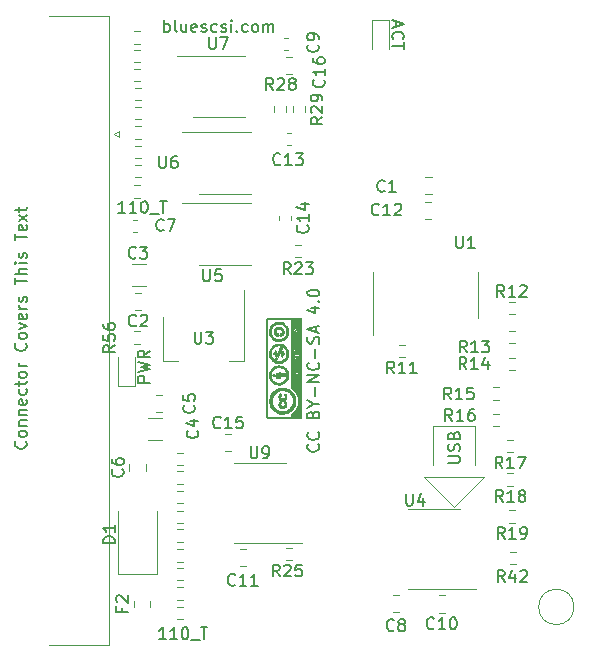
<source format=gbr>
%TF.GenerationSoftware,KiCad,Pcbnew,7.0.10-7.0.10~ubuntu22.04.1*%
%TF.CreationDate,2024-01-13T05:54:33-07:00*%
%TF.ProjectId,DB25_External,44423235-5f45-4787-9465-726e616c2e6b,rev?*%
%TF.SameCoordinates,Original*%
%TF.FileFunction,Legend,Top*%
%TF.FilePolarity,Positive*%
%FSLAX46Y46*%
G04 Gerber Fmt 4.6, Leading zero omitted, Abs format (unit mm)*
G04 Created by KiCad (PCBNEW 7.0.10-7.0.10~ubuntu22.04.1) date 2024-01-13 05:54:33*
%MOMM*%
%LPD*%
G01*
G04 APERTURE LIST*
%ADD10C,0.150000*%
%ADD11C,0.010000*%
%ADD12C,0.120000*%
G04 APERTURE END LIST*
D10*
X127029580Y-110328095D02*
X127077200Y-110375714D01*
X127077200Y-110375714D02*
X127124819Y-110518571D01*
X127124819Y-110518571D02*
X127124819Y-110613809D01*
X127124819Y-110613809D02*
X127077200Y-110756666D01*
X127077200Y-110756666D02*
X126981961Y-110851904D01*
X126981961Y-110851904D02*
X126886723Y-110899523D01*
X126886723Y-110899523D02*
X126696247Y-110947142D01*
X126696247Y-110947142D02*
X126553390Y-110947142D01*
X126553390Y-110947142D02*
X126362914Y-110899523D01*
X126362914Y-110899523D02*
X126267676Y-110851904D01*
X126267676Y-110851904D02*
X126172438Y-110756666D01*
X126172438Y-110756666D02*
X126124819Y-110613809D01*
X126124819Y-110613809D02*
X126124819Y-110518571D01*
X126124819Y-110518571D02*
X126172438Y-110375714D01*
X126172438Y-110375714D02*
X126220057Y-110328095D01*
X127029580Y-109328095D02*
X127077200Y-109375714D01*
X127077200Y-109375714D02*
X127124819Y-109518571D01*
X127124819Y-109518571D02*
X127124819Y-109613809D01*
X127124819Y-109613809D02*
X127077200Y-109756666D01*
X127077200Y-109756666D02*
X126981961Y-109851904D01*
X126981961Y-109851904D02*
X126886723Y-109899523D01*
X126886723Y-109899523D02*
X126696247Y-109947142D01*
X126696247Y-109947142D02*
X126553390Y-109947142D01*
X126553390Y-109947142D02*
X126362914Y-109899523D01*
X126362914Y-109899523D02*
X126267676Y-109851904D01*
X126267676Y-109851904D02*
X126172438Y-109756666D01*
X126172438Y-109756666D02*
X126124819Y-109613809D01*
X126124819Y-109613809D02*
X126124819Y-109518571D01*
X126124819Y-109518571D02*
X126172438Y-109375714D01*
X126172438Y-109375714D02*
X126220057Y-109328095D01*
X126601009Y-107804285D02*
X126648628Y-107661428D01*
X126648628Y-107661428D02*
X126696247Y-107613809D01*
X126696247Y-107613809D02*
X126791485Y-107566190D01*
X126791485Y-107566190D02*
X126934342Y-107566190D01*
X126934342Y-107566190D02*
X127029580Y-107613809D01*
X127029580Y-107613809D02*
X127077200Y-107661428D01*
X127077200Y-107661428D02*
X127124819Y-107756666D01*
X127124819Y-107756666D02*
X127124819Y-108137618D01*
X127124819Y-108137618D02*
X126124819Y-108137618D01*
X126124819Y-108137618D02*
X126124819Y-107804285D01*
X126124819Y-107804285D02*
X126172438Y-107709047D01*
X126172438Y-107709047D02*
X126220057Y-107661428D01*
X126220057Y-107661428D02*
X126315295Y-107613809D01*
X126315295Y-107613809D02*
X126410533Y-107613809D01*
X126410533Y-107613809D02*
X126505771Y-107661428D01*
X126505771Y-107661428D02*
X126553390Y-107709047D01*
X126553390Y-107709047D02*
X126601009Y-107804285D01*
X126601009Y-107804285D02*
X126601009Y-108137618D01*
X126648628Y-106947142D02*
X127124819Y-106947142D01*
X126124819Y-107280475D02*
X126648628Y-106947142D01*
X126648628Y-106947142D02*
X126124819Y-106613809D01*
X126743866Y-106280475D02*
X126743866Y-105518571D01*
X127124819Y-105042380D02*
X126124819Y-105042380D01*
X126124819Y-105042380D02*
X127124819Y-104470952D01*
X127124819Y-104470952D02*
X126124819Y-104470952D01*
X127029580Y-103423333D02*
X127077200Y-103470952D01*
X127077200Y-103470952D02*
X127124819Y-103613809D01*
X127124819Y-103613809D02*
X127124819Y-103709047D01*
X127124819Y-103709047D02*
X127077200Y-103851904D01*
X127077200Y-103851904D02*
X126981961Y-103947142D01*
X126981961Y-103947142D02*
X126886723Y-103994761D01*
X126886723Y-103994761D02*
X126696247Y-104042380D01*
X126696247Y-104042380D02*
X126553390Y-104042380D01*
X126553390Y-104042380D02*
X126362914Y-103994761D01*
X126362914Y-103994761D02*
X126267676Y-103947142D01*
X126267676Y-103947142D02*
X126172438Y-103851904D01*
X126172438Y-103851904D02*
X126124819Y-103709047D01*
X126124819Y-103709047D02*
X126124819Y-103613809D01*
X126124819Y-103613809D02*
X126172438Y-103470952D01*
X126172438Y-103470952D02*
X126220057Y-103423333D01*
X126743866Y-102994761D02*
X126743866Y-102232857D01*
X127077200Y-101804285D02*
X127124819Y-101661428D01*
X127124819Y-101661428D02*
X127124819Y-101423333D01*
X127124819Y-101423333D02*
X127077200Y-101328095D01*
X127077200Y-101328095D02*
X127029580Y-101280476D01*
X127029580Y-101280476D02*
X126934342Y-101232857D01*
X126934342Y-101232857D02*
X126839104Y-101232857D01*
X126839104Y-101232857D02*
X126743866Y-101280476D01*
X126743866Y-101280476D02*
X126696247Y-101328095D01*
X126696247Y-101328095D02*
X126648628Y-101423333D01*
X126648628Y-101423333D02*
X126601009Y-101613809D01*
X126601009Y-101613809D02*
X126553390Y-101709047D01*
X126553390Y-101709047D02*
X126505771Y-101756666D01*
X126505771Y-101756666D02*
X126410533Y-101804285D01*
X126410533Y-101804285D02*
X126315295Y-101804285D01*
X126315295Y-101804285D02*
X126220057Y-101756666D01*
X126220057Y-101756666D02*
X126172438Y-101709047D01*
X126172438Y-101709047D02*
X126124819Y-101613809D01*
X126124819Y-101613809D02*
X126124819Y-101375714D01*
X126124819Y-101375714D02*
X126172438Y-101232857D01*
X126839104Y-100851904D02*
X126839104Y-100375714D01*
X127124819Y-100947142D02*
X126124819Y-100613809D01*
X126124819Y-100613809D02*
X127124819Y-100280476D01*
X126458152Y-98756666D02*
X127124819Y-98756666D01*
X126077200Y-98994761D02*
X126791485Y-99232856D01*
X126791485Y-99232856D02*
X126791485Y-98613809D01*
X127029580Y-98232856D02*
X127077200Y-98185237D01*
X127077200Y-98185237D02*
X127124819Y-98232856D01*
X127124819Y-98232856D02*
X127077200Y-98280475D01*
X127077200Y-98280475D02*
X127029580Y-98232856D01*
X127029580Y-98232856D02*
X127124819Y-98232856D01*
X126124819Y-97566190D02*
X126124819Y-97470952D01*
X126124819Y-97470952D02*
X126172438Y-97375714D01*
X126172438Y-97375714D02*
X126220057Y-97328095D01*
X126220057Y-97328095D02*
X126315295Y-97280476D01*
X126315295Y-97280476D02*
X126505771Y-97232857D01*
X126505771Y-97232857D02*
X126743866Y-97232857D01*
X126743866Y-97232857D02*
X126934342Y-97280476D01*
X126934342Y-97280476D02*
X127029580Y-97328095D01*
X127029580Y-97328095D02*
X127077200Y-97375714D01*
X127077200Y-97375714D02*
X127124819Y-97470952D01*
X127124819Y-97470952D02*
X127124819Y-97566190D01*
X127124819Y-97566190D02*
X127077200Y-97661428D01*
X127077200Y-97661428D02*
X127029580Y-97709047D01*
X127029580Y-97709047D02*
X126934342Y-97756666D01*
X126934342Y-97756666D02*
X126743866Y-97804285D01*
X126743866Y-97804285D02*
X126505771Y-97804285D01*
X126505771Y-97804285D02*
X126315295Y-97756666D01*
X126315295Y-97756666D02*
X126220057Y-97709047D01*
X126220057Y-97709047D02*
X126172438Y-97661428D01*
X126172438Y-97661428D02*
X126124819Y-97566190D01*
X133590895Y-74540952D02*
X133590895Y-75017142D01*
X133305180Y-74445714D02*
X134305180Y-74779047D01*
X134305180Y-74779047D02*
X133305180Y-75112380D01*
X133400419Y-76017142D02*
X133352800Y-75969523D01*
X133352800Y-75969523D02*
X133305180Y-75826666D01*
X133305180Y-75826666D02*
X133305180Y-75731428D01*
X133305180Y-75731428D02*
X133352800Y-75588571D01*
X133352800Y-75588571D02*
X133448038Y-75493333D01*
X133448038Y-75493333D02*
X133543276Y-75445714D01*
X133543276Y-75445714D02*
X133733752Y-75398095D01*
X133733752Y-75398095D02*
X133876609Y-75398095D01*
X133876609Y-75398095D02*
X134067085Y-75445714D01*
X134067085Y-75445714D02*
X134162323Y-75493333D01*
X134162323Y-75493333D02*
X134257561Y-75588571D01*
X134257561Y-75588571D02*
X134305180Y-75731428D01*
X134305180Y-75731428D02*
X134305180Y-75826666D01*
X134305180Y-75826666D02*
X134257561Y-75969523D01*
X134257561Y-75969523D02*
X134209942Y-76017142D01*
X134305180Y-76302857D02*
X134305180Y-76874285D01*
X133305180Y-76588571D02*
X134305180Y-76588571D01*
X114010952Y-75414819D02*
X114010952Y-74414819D01*
X114010952Y-74795771D02*
X114106190Y-74748152D01*
X114106190Y-74748152D02*
X114296666Y-74748152D01*
X114296666Y-74748152D02*
X114391904Y-74795771D01*
X114391904Y-74795771D02*
X114439523Y-74843390D01*
X114439523Y-74843390D02*
X114487142Y-74938628D01*
X114487142Y-74938628D02*
X114487142Y-75224342D01*
X114487142Y-75224342D02*
X114439523Y-75319580D01*
X114439523Y-75319580D02*
X114391904Y-75367200D01*
X114391904Y-75367200D02*
X114296666Y-75414819D01*
X114296666Y-75414819D02*
X114106190Y-75414819D01*
X114106190Y-75414819D02*
X114010952Y-75367200D01*
X115058571Y-75414819D02*
X114963333Y-75367200D01*
X114963333Y-75367200D02*
X114915714Y-75271961D01*
X114915714Y-75271961D02*
X114915714Y-74414819D01*
X115868095Y-74748152D02*
X115868095Y-75414819D01*
X115439524Y-74748152D02*
X115439524Y-75271961D01*
X115439524Y-75271961D02*
X115487143Y-75367200D01*
X115487143Y-75367200D02*
X115582381Y-75414819D01*
X115582381Y-75414819D02*
X115725238Y-75414819D01*
X115725238Y-75414819D02*
X115820476Y-75367200D01*
X115820476Y-75367200D02*
X115868095Y-75319580D01*
X116725238Y-75367200D02*
X116630000Y-75414819D01*
X116630000Y-75414819D02*
X116439524Y-75414819D01*
X116439524Y-75414819D02*
X116344286Y-75367200D01*
X116344286Y-75367200D02*
X116296667Y-75271961D01*
X116296667Y-75271961D02*
X116296667Y-74891009D01*
X116296667Y-74891009D02*
X116344286Y-74795771D01*
X116344286Y-74795771D02*
X116439524Y-74748152D01*
X116439524Y-74748152D02*
X116630000Y-74748152D01*
X116630000Y-74748152D02*
X116725238Y-74795771D01*
X116725238Y-74795771D02*
X116772857Y-74891009D01*
X116772857Y-74891009D02*
X116772857Y-74986247D01*
X116772857Y-74986247D02*
X116296667Y-75081485D01*
X117153810Y-75367200D02*
X117249048Y-75414819D01*
X117249048Y-75414819D02*
X117439524Y-75414819D01*
X117439524Y-75414819D02*
X117534762Y-75367200D01*
X117534762Y-75367200D02*
X117582381Y-75271961D01*
X117582381Y-75271961D02*
X117582381Y-75224342D01*
X117582381Y-75224342D02*
X117534762Y-75129104D01*
X117534762Y-75129104D02*
X117439524Y-75081485D01*
X117439524Y-75081485D02*
X117296667Y-75081485D01*
X117296667Y-75081485D02*
X117201429Y-75033866D01*
X117201429Y-75033866D02*
X117153810Y-74938628D01*
X117153810Y-74938628D02*
X117153810Y-74891009D01*
X117153810Y-74891009D02*
X117201429Y-74795771D01*
X117201429Y-74795771D02*
X117296667Y-74748152D01*
X117296667Y-74748152D02*
X117439524Y-74748152D01*
X117439524Y-74748152D02*
X117534762Y-74795771D01*
X118439524Y-75367200D02*
X118344286Y-75414819D01*
X118344286Y-75414819D02*
X118153810Y-75414819D01*
X118153810Y-75414819D02*
X118058572Y-75367200D01*
X118058572Y-75367200D02*
X118010953Y-75319580D01*
X118010953Y-75319580D02*
X117963334Y-75224342D01*
X117963334Y-75224342D02*
X117963334Y-74938628D01*
X117963334Y-74938628D02*
X118010953Y-74843390D01*
X118010953Y-74843390D02*
X118058572Y-74795771D01*
X118058572Y-74795771D02*
X118153810Y-74748152D01*
X118153810Y-74748152D02*
X118344286Y-74748152D01*
X118344286Y-74748152D02*
X118439524Y-74795771D01*
X118820477Y-75367200D02*
X118915715Y-75414819D01*
X118915715Y-75414819D02*
X119106191Y-75414819D01*
X119106191Y-75414819D02*
X119201429Y-75367200D01*
X119201429Y-75367200D02*
X119249048Y-75271961D01*
X119249048Y-75271961D02*
X119249048Y-75224342D01*
X119249048Y-75224342D02*
X119201429Y-75129104D01*
X119201429Y-75129104D02*
X119106191Y-75081485D01*
X119106191Y-75081485D02*
X118963334Y-75081485D01*
X118963334Y-75081485D02*
X118868096Y-75033866D01*
X118868096Y-75033866D02*
X118820477Y-74938628D01*
X118820477Y-74938628D02*
X118820477Y-74891009D01*
X118820477Y-74891009D02*
X118868096Y-74795771D01*
X118868096Y-74795771D02*
X118963334Y-74748152D01*
X118963334Y-74748152D02*
X119106191Y-74748152D01*
X119106191Y-74748152D02*
X119201429Y-74795771D01*
X119677620Y-75414819D02*
X119677620Y-74748152D01*
X119677620Y-74414819D02*
X119630001Y-74462438D01*
X119630001Y-74462438D02*
X119677620Y-74510057D01*
X119677620Y-74510057D02*
X119725239Y-74462438D01*
X119725239Y-74462438D02*
X119677620Y-74414819D01*
X119677620Y-74414819D02*
X119677620Y-74510057D01*
X120153810Y-75319580D02*
X120201429Y-75367200D01*
X120201429Y-75367200D02*
X120153810Y-75414819D01*
X120153810Y-75414819D02*
X120106191Y-75367200D01*
X120106191Y-75367200D02*
X120153810Y-75319580D01*
X120153810Y-75319580D02*
X120153810Y-75414819D01*
X121058571Y-75367200D02*
X120963333Y-75414819D01*
X120963333Y-75414819D02*
X120772857Y-75414819D01*
X120772857Y-75414819D02*
X120677619Y-75367200D01*
X120677619Y-75367200D02*
X120630000Y-75319580D01*
X120630000Y-75319580D02*
X120582381Y-75224342D01*
X120582381Y-75224342D02*
X120582381Y-74938628D01*
X120582381Y-74938628D02*
X120630000Y-74843390D01*
X120630000Y-74843390D02*
X120677619Y-74795771D01*
X120677619Y-74795771D02*
X120772857Y-74748152D01*
X120772857Y-74748152D02*
X120963333Y-74748152D01*
X120963333Y-74748152D02*
X121058571Y-74795771D01*
X121630000Y-75414819D02*
X121534762Y-75367200D01*
X121534762Y-75367200D02*
X121487143Y-75319580D01*
X121487143Y-75319580D02*
X121439524Y-75224342D01*
X121439524Y-75224342D02*
X121439524Y-74938628D01*
X121439524Y-74938628D02*
X121487143Y-74843390D01*
X121487143Y-74843390D02*
X121534762Y-74795771D01*
X121534762Y-74795771D02*
X121630000Y-74748152D01*
X121630000Y-74748152D02*
X121772857Y-74748152D01*
X121772857Y-74748152D02*
X121868095Y-74795771D01*
X121868095Y-74795771D02*
X121915714Y-74843390D01*
X121915714Y-74843390D02*
X121963333Y-74938628D01*
X121963333Y-74938628D02*
X121963333Y-75224342D01*
X121963333Y-75224342D02*
X121915714Y-75319580D01*
X121915714Y-75319580D02*
X121868095Y-75367200D01*
X121868095Y-75367200D02*
X121772857Y-75414819D01*
X121772857Y-75414819D02*
X121630000Y-75414819D01*
X122391905Y-75414819D02*
X122391905Y-74748152D01*
X122391905Y-74843390D02*
X122439524Y-74795771D01*
X122439524Y-74795771D02*
X122534762Y-74748152D01*
X122534762Y-74748152D02*
X122677619Y-74748152D01*
X122677619Y-74748152D02*
X122772857Y-74795771D01*
X122772857Y-74795771D02*
X122820476Y-74891009D01*
X122820476Y-74891009D02*
X122820476Y-75414819D01*
X122820476Y-74891009D02*
X122868095Y-74795771D01*
X122868095Y-74795771D02*
X122963333Y-74748152D01*
X122963333Y-74748152D02*
X123106190Y-74748152D01*
X123106190Y-74748152D02*
X123201429Y-74795771D01*
X123201429Y-74795771D02*
X123249048Y-74891009D01*
X123249048Y-74891009D02*
X123249048Y-75414819D01*
X114141428Y-126844819D02*
X113570000Y-126844819D01*
X113855714Y-126844819D02*
X113855714Y-125844819D01*
X113855714Y-125844819D02*
X113760476Y-125987676D01*
X113760476Y-125987676D02*
X113665238Y-126082914D01*
X113665238Y-126082914D02*
X113570000Y-126130533D01*
X115093809Y-126844819D02*
X114522381Y-126844819D01*
X114808095Y-126844819D02*
X114808095Y-125844819D01*
X114808095Y-125844819D02*
X114712857Y-125987676D01*
X114712857Y-125987676D02*
X114617619Y-126082914D01*
X114617619Y-126082914D02*
X114522381Y-126130533D01*
X115712857Y-125844819D02*
X115808095Y-125844819D01*
X115808095Y-125844819D02*
X115903333Y-125892438D01*
X115903333Y-125892438D02*
X115950952Y-125940057D01*
X115950952Y-125940057D02*
X115998571Y-126035295D01*
X115998571Y-126035295D02*
X116046190Y-126225771D01*
X116046190Y-126225771D02*
X116046190Y-126463866D01*
X116046190Y-126463866D02*
X115998571Y-126654342D01*
X115998571Y-126654342D02*
X115950952Y-126749580D01*
X115950952Y-126749580D02*
X115903333Y-126797200D01*
X115903333Y-126797200D02*
X115808095Y-126844819D01*
X115808095Y-126844819D02*
X115712857Y-126844819D01*
X115712857Y-126844819D02*
X115617619Y-126797200D01*
X115617619Y-126797200D02*
X115570000Y-126749580D01*
X115570000Y-126749580D02*
X115522381Y-126654342D01*
X115522381Y-126654342D02*
X115474762Y-126463866D01*
X115474762Y-126463866D02*
X115474762Y-126225771D01*
X115474762Y-126225771D02*
X115522381Y-126035295D01*
X115522381Y-126035295D02*
X115570000Y-125940057D01*
X115570000Y-125940057D02*
X115617619Y-125892438D01*
X115617619Y-125892438D02*
X115712857Y-125844819D01*
X116236667Y-126940057D02*
X116998571Y-126940057D01*
X117093810Y-125844819D02*
X117665238Y-125844819D01*
X117379524Y-126844819D02*
X117379524Y-125844819D01*
X110686639Y-90748408D02*
X110115211Y-90748408D01*
X110400925Y-90748408D02*
X110400925Y-89748408D01*
X110400925Y-89748408D02*
X110305687Y-89891265D01*
X110305687Y-89891265D02*
X110210449Y-89986503D01*
X110210449Y-89986503D02*
X110115211Y-90034122D01*
X111639020Y-90748408D02*
X111067592Y-90748408D01*
X111353306Y-90748408D02*
X111353306Y-89748408D01*
X111353306Y-89748408D02*
X111258068Y-89891265D01*
X111258068Y-89891265D02*
X111162830Y-89986503D01*
X111162830Y-89986503D02*
X111067592Y-90034122D01*
X112258068Y-89748408D02*
X112353306Y-89748408D01*
X112353306Y-89748408D02*
X112448544Y-89796027D01*
X112448544Y-89796027D02*
X112496163Y-89843646D01*
X112496163Y-89843646D02*
X112543782Y-89938884D01*
X112543782Y-89938884D02*
X112591401Y-90129360D01*
X112591401Y-90129360D02*
X112591401Y-90367455D01*
X112591401Y-90367455D02*
X112543782Y-90557931D01*
X112543782Y-90557931D02*
X112496163Y-90653169D01*
X112496163Y-90653169D02*
X112448544Y-90700789D01*
X112448544Y-90700789D02*
X112353306Y-90748408D01*
X112353306Y-90748408D02*
X112258068Y-90748408D01*
X112258068Y-90748408D02*
X112162830Y-90700789D01*
X112162830Y-90700789D02*
X112115211Y-90653169D01*
X112115211Y-90653169D02*
X112067592Y-90557931D01*
X112067592Y-90557931D02*
X112019973Y-90367455D01*
X112019973Y-90367455D02*
X112019973Y-90129360D01*
X112019973Y-90129360D02*
X112067592Y-89938884D01*
X112067592Y-89938884D02*
X112115211Y-89843646D01*
X112115211Y-89843646D02*
X112162830Y-89796027D01*
X112162830Y-89796027D02*
X112258068Y-89748408D01*
X112781878Y-90843646D02*
X113543782Y-90843646D01*
X113639021Y-89748408D02*
X114210449Y-89748408D01*
X113924735Y-90748408D02*
X113924735Y-89748408D01*
X112773619Y-105117732D02*
X111773619Y-105117732D01*
X111773619Y-105117732D02*
X111773619Y-104736780D01*
X111773619Y-104736780D02*
X111821238Y-104641542D01*
X111821238Y-104641542D02*
X111868857Y-104593923D01*
X111868857Y-104593923D02*
X111964095Y-104546304D01*
X111964095Y-104546304D02*
X112106952Y-104546304D01*
X112106952Y-104546304D02*
X112202190Y-104593923D01*
X112202190Y-104593923D02*
X112249809Y-104641542D01*
X112249809Y-104641542D02*
X112297428Y-104736780D01*
X112297428Y-104736780D02*
X112297428Y-105117732D01*
X111773619Y-104212970D02*
X112773619Y-103974875D01*
X112773619Y-103974875D02*
X112059333Y-103784399D01*
X112059333Y-103784399D02*
X112773619Y-103593923D01*
X112773619Y-103593923D02*
X111773619Y-103355828D01*
X112773619Y-102403447D02*
X112297428Y-102736780D01*
X112773619Y-102974875D02*
X111773619Y-102974875D01*
X111773619Y-102974875D02*
X111773619Y-102593923D01*
X111773619Y-102593923D02*
X111821238Y-102498685D01*
X111821238Y-102498685D02*
X111868857Y-102451066D01*
X111868857Y-102451066D02*
X111964095Y-102403447D01*
X111964095Y-102403447D02*
X112106952Y-102403447D01*
X112106952Y-102403447D02*
X112202190Y-102451066D01*
X112202190Y-102451066D02*
X112249809Y-102498685D01*
X112249809Y-102498685D02*
X112297428Y-102593923D01*
X112297428Y-102593923D02*
X112297428Y-102974875D01*
X102264380Y-110080821D02*
X102312000Y-110128440D01*
X102312000Y-110128440D02*
X102359619Y-110271297D01*
X102359619Y-110271297D02*
X102359619Y-110366535D01*
X102359619Y-110366535D02*
X102312000Y-110509392D01*
X102312000Y-110509392D02*
X102216761Y-110604630D01*
X102216761Y-110604630D02*
X102121523Y-110652249D01*
X102121523Y-110652249D02*
X101931047Y-110699868D01*
X101931047Y-110699868D02*
X101788190Y-110699868D01*
X101788190Y-110699868D02*
X101597714Y-110652249D01*
X101597714Y-110652249D02*
X101502476Y-110604630D01*
X101502476Y-110604630D02*
X101407238Y-110509392D01*
X101407238Y-110509392D02*
X101359619Y-110366535D01*
X101359619Y-110366535D02*
X101359619Y-110271297D01*
X101359619Y-110271297D02*
X101407238Y-110128440D01*
X101407238Y-110128440D02*
X101454857Y-110080821D01*
X102359619Y-109509392D02*
X102312000Y-109604630D01*
X102312000Y-109604630D02*
X102264380Y-109652249D01*
X102264380Y-109652249D02*
X102169142Y-109699868D01*
X102169142Y-109699868D02*
X101883428Y-109699868D01*
X101883428Y-109699868D02*
X101788190Y-109652249D01*
X101788190Y-109652249D02*
X101740571Y-109604630D01*
X101740571Y-109604630D02*
X101692952Y-109509392D01*
X101692952Y-109509392D02*
X101692952Y-109366535D01*
X101692952Y-109366535D02*
X101740571Y-109271297D01*
X101740571Y-109271297D02*
X101788190Y-109223678D01*
X101788190Y-109223678D02*
X101883428Y-109176059D01*
X101883428Y-109176059D02*
X102169142Y-109176059D01*
X102169142Y-109176059D02*
X102264380Y-109223678D01*
X102264380Y-109223678D02*
X102312000Y-109271297D01*
X102312000Y-109271297D02*
X102359619Y-109366535D01*
X102359619Y-109366535D02*
X102359619Y-109509392D01*
X101692952Y-108747487D02*
X102359619Y-108747487D01*
X101788190Y-108747487D02*
X101740571Y-108699868D01*
X101740571Y-108699868D02*
X101692952Y-108604630D01*
X101692952Y-108604630D02*
X101692952Y-108461773D01*
X101692952Y-108461773D02*
X101740571Y-108366535D01*
X101740571Y-108366535D02*
X101835809Y-108318916D01*
X101835809Y-108318916D02*
X102359619Y-108318916D01*
X101692952Y-107842725D02*
X102359619Y-107842725D01*
X101788190Y-107842725D02*
X101740571Y-107795106D01*
X101740571Y-107795106D02*
X101692952Y-107699868D01*
X101692952Y-107699868D02*
X101692952Y-107557011D01*
X101692952Y-107557011D02*
X101740571Y-107461773D01*
X101740571Y-107461773D02*
X101835809Y-107414154D01*
X101835809Y-107414154D02*
X102359619Y-107414154D01*
X102312000Y-106557011D02*
X102359619Y-106652249D01*
X102359619Y-106652249D02*
X102359619Y-106842725D01*
X102359619Y-106842725D02*
X102312000Y-106937963D01*
X102312000Y-106937963D02*
X102216761Y-106985582D01*
X102216761Y-106985582D02*
X101835809Y-106985582D01*
X101835809Y-106985582D02*
X101740571Y-106937963D01*
X101740571Y-106937963D02*
X101692952Y-106842725D01*
X101692952Y-106842725D02*
X101692952Y-106652249D01*
X101692952Y-106652249D02*
X101740571Y-106557011D01*
X101740571Y-106557011D02*
X101835809Y-106509392D01*
X101835809Y-106509392D02*
X101931047Y-106509392D01*
X101931047Y-106509392D02*
X102026285Y-106985582D01*
X102312000Y-105652249D02*
X102359619Y-105747487D01*
X102359619Y-105747487D02*
X102359619Y-105937963D01*
X102359619Y-105937963D02*
X102312000Y-106033201D01*
X102312000Y-106033201D02*
X102264380Y-106080820D01*
X102264380Y-106080820D02*
X102169142Y-106128439D01*
X102169142Y-106128439D02*
X101883428Y-106128439D01*
X101883428Y-106128439D02*
X101788190Y-106080820D01*
X101788190Y-106080820D02*
X101740571Y-106033201D01*
X101740571Y-106033201D02*
X101692952Y-105937963D01*
X101692952Y-105937963D02*
X101692952Y-105747487D01*
X101692952Y-105747487D02*
X101740571Y-105652249D01*
X101692952Y-105366534D02*
X101692952Y-104985582D01*
X101359619Y-105223677D02*
X102216761Y-105223677D01*
X102216761Y-105223677D02*
X102312000Y-105176058D01*
X102312000Y-105176058D02*
X102359619Y-105080820D01*
X102359619Y-105080820D02*
X102359619Y-104985582D01*
X102359619Y-104509391D02*
X102312000Y-104604629D01*
X102312000Y-104604629D02*
X102264380Y-104652248D01*
X102264380Y-104652248D02*
X102169142Y-104699867D01*
X102169142Y-104699867D02*
X101883428Y-104699867D01*
X101883428Y-104699867D02*
X101788190Y-104652248D01*
X101788190Y-104652248D02*
X101740571Y-104604629D01*
X101740571Y-104604629D02*
X101692952Y-104509391D01*
X101692952Y-104509391D02*
X101692952Y-104366534D01*
X101692952Y-104366534D02*
X101740571Y-104271296D01*
X101740571Y-104271296D02*
X101788190Y-104223677D01*
X101788190Y-104223677D02*
X101883428Y-104176058D01*
X101883428Y-104176058D02*
X102169142Y-104176058D01*
X102169142Y-104176058D02*
X102264380Y-104223677D01*
X102264380Y-104223677D02*
X102312000Y-104271296D01*
X102312000Y-104271296D02*
X102359619Y-104366534D01*
X102359619Y-104366534D02*
X102359619Y-104509391D01*
X102359619Y-103747486D02*
X101692952Y-103747486D01*
X101883428Y-103747486D02*
X101788190Y-103699867D01*
X101788190Y-103699867D02*
X101740571Y-103652248D01*
X101740571Y-103652248D02*
X101692952Y-103557010D01*
X101692952Y-103557010D02*
X101692952Y-103461772D01*
X102264380Y-101795105D02*
X102312000Y-101842724D01*
X102312000Y-101842724D02*
X102359619Y-101985581D01*
X102359619Y-101985581D02*
X102359619Y-102080819D01*
X102359619Y-102080819D02*
X102312000Y-102223676D01*
X102312000Y-102223676D02*
X102216761Y-102318914D01*
X102216761Y-102318914D02*
X102121523Y-102366533D01*
X102121523Y-102366533D02*
X101931047Y-102414152D01*
X101931047Y-102414152D02*
X101788190Y-102414152D01*
X101788190Y-102414152D02*
X101597714Y-102366533D01*
X101597714Y-102366533D02*
X101502476Y-102318914D01*
X101502476Y-102318914D02*
X101407238Y-102223676D01*
X101407238Y-102223676D02*
X101359619Y-102080819D01*
X101359619Y-102080819D02*
X101359619Y-101985581D01*
X101359619Y-101985581D02*
X101407238Y-101842724D01*
X101407238Y-101842724D02*
X101454857Y-101795105D01*
X102359619Y-101223676D02*
X102312000Y-101318914D01*
X102312000Y-101318914D02*
X102264380Y-101366533D01*
X102264380Y-101366533D02*
X102169142Y-101414152D01*
X102169142Y-101414152D02*
X101883428Y-101414152D01*
X101883428Y-101414152D02*
X101788190Y-101366533D01*
X101788190Y-101366533D02*
X101740571Y-101318914D01*
X101740571Y-101318914D02*
X101692952Y-101223676D01*
X101692952Y-101223676D02*
X101692952Y-101080819D01*
X101692952Y-101080819D02*
X101740571Y-100985581D01*
X101740571Y-100985581D02*
X101788190Y-100937962D01*
X101788190Y-100937962D02*
X101883428Y-100890343D01*
X101883428Y-100890343D02*
X102169142Y-100890343D01*
X102169142Y-100890343D02*
X102264380Y-100937962D01*
X102264380Y-100937962D02*
X102312000Y-100985581D01*
X102312000Y-100985581D02*
X102359619Y-101080819D01*
X102359619Y-101080819D02*
X102359619Y-101223676D01*
X101692952Y-100557009D02*
X102359619Y-100318914D01*
X102359619Y-100318914D02*
X101692952Y-100080819D01*
X102312000Y-99318914D02*
X102359619Y-99414152D01*
X102359619Y-99414152D02*
X102359619Y-99604628D01*
X102359619Y-99604628D02*
X102312000Y-99699866D01*
X102312000Y-99699866D02*
X102216761Y-99747485D01*
X102216761Y-99747485D02*
X101835809Y-99747485D01*
X101835809Y-99747485D02*
X101740571Y-99699866D01*
X101740571Y-99699866D02*
X101692952Y-99604628D01*
X101692952Y-99604628D02*
X101692952Y-99414152D01*
X101692952Y-99414152D02*
X101740571Y-99318914D01*
X101740571Y-99318914D02*
X101835809Y-99271295D01*
X101835809Y-99271295D02*
X101931047Y-99271295D01*
X101931047Y-99271295D02*
X102026285Y-99747485D01*
X102359619Y-98842723D02*
X101692952Y-98842723D01*
X101883428Y-98842723D02*
X101788190Y-98795104D01*
X101788190Y-98795104D02*
X101740571Y-98747485D01*
X101740571Y-98747485D02*
X101692952Y-98652247D01*
X101692952Y-98652247D02*
X101692952Y-98557009D01*
X102312000Y-98271294D02*
X102359619Y-98176056D01*
X102359619Y-98176056D02*
X102359619Y-97985580D01*
X102359619Y-97985580D02*
X102312000Y-97890342D01*
X102312000Y-97890342D02*
X102216761Y-97842723D01*
X102216761Y-97842723D02*
X102169142Y-97842723D01*
X102169142Y-97842723D02*
X102073904Y-97890342D01*
X102073904Y-97890342D02*
X102026285Y-97985580D01*
X102026285Y-97985580D02*
X102026285Y-98128437D01*
X102026285Y-98128437D02*
X101978666Y-98223675D01*
X101978666Y-98223675D02*
X101883428Y-98271294D01*
X101883428Y-98271294D02*
X101835809Y-98271294D01*
X101835809Y-98271294D02*
X101740571Y-98223675D01*
X101740571Y-98223675D02*
X101692952Y-98128437D01*
X101692952Y-98128437D02*
X101692952Y-97985580D01*
X101692952Y-97985580D02*
X101740571Y-97890342D01*
X101359619Y-96795103D02*
X101359619Y-96223675D01*
X102359619Y-96509389D02*
X101359619Y-96509389D01*
X102359619Y-95890341D02*
X101359619Y-95890341D01*
X102359619Y-95461770D02*
X101835809Y-95461770D01*
X101835809Y-95461770D02*
X101740571Y-95509389D01*
X101740571Y-95509389D02*
X101692952Y-95604627D01*
X101692952Y-95604627D02*
X101692952Y-95747484D01*
X101692952Y-95747484D02*
X101740571Y-95842722D01*
X101740571Y-95842722D02*
X101788190Y-95890341D01*
X102359619Y-94985579D02*
X101692952Y-94985579D01*
X101359619Y-94985579D02*
X101407238Y-95033198D01*
X101407238Y-95033198D02*
X101454857Y-94985579D01*
X101454857Y-94985579D02*
X101407238Y-94937960D01*
X101407238Y-94937960D02*
X101359619Y-94985579D01*
X101359619Y-94985579D02*
X101454857Y-94985579D01*
X102312000Y-94557008D02*
X102359619Y-94461770D01*
X102359619Y-94461770D02*
X102359619Y-94271294D01*
X102359619Y-94271294D02*
X102312000Y-94176056D01*
X102312000Y-94176056D02*
X102216761Y-94128437D01*
X102216761Y-94128437D02*
X102169142Y-94128437D01*
X102169142Y-94128437D02*
X102073904Y-94176056D01*
X102073904Y-94176056D02*
X102026285Y-94271294D01*
X102026285Y-94271294D02*
X102026285Y-94414151D01*
X102026285Y-94414151D02*
X101978666Y-94509389D01*
X101978666Y-94509389D02*
X101883428Y-94557008D01*
X101883428Y-94557008D02*
X101835809Y-94557008D01*
X101835809Y-94557008D02*
X101740571Y-94509389D01*
X101740571Y-94509389D02*
X101692952Y-94414151D01*
X101692952Y-94414151D02*
X101692952Y-94271294D01*
X101692952Y-94271294D02*
X101740571Y-94176056D01*
X101359619Y-93080817D02*
X101359619Y-92509389D01*
X102359619Y-92795103D02*
X101359619Y-92795103D01*
X102312000Y-91795103D02*
X102359619Y-91890341D01*
X102359619Y-91890341D02*
X102359619Y-92080817D01*
X102359619Y-92080817D02*
X102312000Y-92176055D01*
X102312000Y-92176055D02*
X102216761Y-92223674D01*
X102216761Y-92223674D02*
X101835809Y-92223674D01*
X101835809Y-92223674D02*
X101740571Y-92176055D01*
X101740571Y-92176055D02*
X101692952Y-92080817D01*
X101692952Y-92080817D02*
X101692952Y-91890341D01*
X101692952Y-91890341D02*
X101740571Y-91795103D01*
X101740571Y-91795103D02*
X101835809Y-91747484D01*
X101835809Y-91747484D02*
X101931047Y-91747484D01*
X101931047Y-91747484D02*
X102026285Y-92223674D01*
X102359619Y-91414150D02*
X101692952Y-90890341D01*
X101692952Y-91414150D02*
X102359619Y-90890341D01*
X101692952Y-90652245D02*
X101692952Y-90271293D01*
X101359619Y-90509388D02*
X102216761Y-90509388D01*
X102216761Y-90509388D02*
X102312000Y-90461769D01*
X102312000Y-90461769D02*
X102359619Y-90366531D01*
X102359619Y-90366531D02*
X102359619Y-90271293D01*
X111601733Y-94520780D02*
X111554114Y-94568400D01*
X111554114Y-94568400D02*
X111411257Y-94616019D01*
X111411257Y-94616019D02*
X111316019Y-94616019D01*
X111316019Y-94616019D02*
X111173162Y-94568400D01*
X111173162Y-94568400D02*
X111077924Y-94473161D01*
X111077924Y-94473161D02*
X111030305Y-94377923D01*
X111030305Y-94377923D02*
X110982686Y-94187447D01*
X110982686Y-94187447D02*
X110982686Y-94044590D01*
X110982686Y-94044590D02*
X111030305Y-93854114D01*
X111030305Y-93854114D02*
X111077924Y-93758876D01*
X111077924Y-93758876D02*
X111173162Y-93663638D01*
X111173162Y-93663638D02*
X111316019Y-93616019D01*
X111316019Y-93616019D02*
X111411257Y-93616019D01*
X111411257Y-93616019D02*
X111554114Y-93663638D01*
X111554114Y-93663638D02*
X111601733Y-93711257D01*
X111935067Y-93616019D02*
X112554114Y-93616019D01*
X112554114Y-93616019D02*
X112220781Y-93996971D01*
X112220781Y-93996971D02*
X112363638Y-93996971D01*
X112363638Y-93996971D02*
X112458876Y-94044590D01*
X112458876Y-94044590D02*
X112506495Y-94092209D01*
X112506495Y-94092209D02*
X112554114Y-94187447D01*
X112554114Y-94187447D02*
X112554114Y-94425542D01*
X112554114Y-94425542D02*
X112506495Y-94520780D01*
X112506495Y-94520780D02*
X112458876Y-94568400D01*
X112458876Y-94568400D02*
X112363638Y-94616019D01*
X112363638Y-94616019D02*
X112077924Y-94616019D01*
X112077924Y-94616019D02*
X111982686Y-94568400D01*
X111982686Y-94568400D02*
X111935067Y-94520780D01*
X116793180Y-109183466D02*
X116840800Y-109231085D01*
X116840800Y-109231085D02*
X116888419Y-109373942D01*
X116888419Y-109373942D02*
X116888419Y-109469180D01*
X116888419Y-109469180D02*
X116840800Y-109612037D01*
X116840800Y-109612037D02*
X116745561Y-109707275D01*
X116745561Y-109707275D02*
X116650323Y-109754894D01*
X116650323Y-109754894D02*
X116459847Y-109802513D01*
X116459847Y-109802513D02*
X116316990Y-109802513D01*
X116316990Y-109802513D02*
X116126514Y-109754894D01*
X116126514Y-109754894D02*
X116031276Y-109707275D01*
X116031276Y-109707275D02*
X115936038Y-109612037D01*
X115936038Y-109612037D02*
X115888419Y-109469180D01*
X115888419Y-109469180D02*
X115888419Y-109373942D01*
X115888419Y-109373942D02*
X115936038Y-109231085D01*
X115936038Y-109231085D02*
X115983657Y-109183466D01*
X116221752Y-108326323D02*
X116888419Y-108326323D01*
X115840800Y-108564418D02*
X116555085Y-108802513D01*
X116555085Y-108802513D02*
X116555085Y-108183466D01*
X116572395Y-100807119D02*
X116572395Y-101616642D01*
X116572395Y-101616642D02*
X116620014Y-101711880D01*
X116620014Y-101711880D02*
X116667633Y-101759500D01*
X116667633Y-101759500D02*
X116762871Y-101807119D01*
X116762871Y-101807119D02*
X116953347Y-101807119D01*
X116953347Y-101807119D02*
X117048585Y-101759500D01*
X117048585Y-101759500D02*
X117096204Y-101711880D01*
X117096204Y-101711880D02*
X117143823Y-101616642D01*
X117143823Y-101616642D02*
X117143823Y-100807119D01*
X117524776Y-100807119D02*
X118143823Y-100807119D01*
X118143823Y-100807119D02*
X117810490Y-101188071D01*
X117810490Y-101188071D02*
X117953347Y-101188071D01*
X117953347Y-101188071D02*
X118048585Y-101235690D01*
X118048585Y-101235690D02*
X118096204Y-101283309D01*
X118096204Y-101283309D02*
X118143823Y-101378547D01*
X118143823Y-101378547D02*
X118143823Y-101616642D01*
X118143823Y-101616642D02*
X118096204Y-101711880D01*
X118096204Y-101711880D02*
X118048585Y-101759500D01*
X118048585Y-101759500D02*
X117953347Y-101807119D01*
X117953347Y-101807119D02*
X117667633Y-101807119D01*
X117667633Y-101807119D02*
X117572395Y-101759500D01*
X117572395Y-101759500D02*
X117524776Y-101711880D01*
X138031479Y-111906304D02*
X138841002Y-111906304D01*
X138841002Y-111906304D02*
X138936240Y-111858685D01*
X138936240Y-111858685D02*
X138983860Y-111811066D01*
X138983860Y-111811066D02*
X139031479Y-111715828D01*
X139031479Y-111715828D02*
X139031479Y-111525352D01*
X139031479Y-111525352D02*
X138983860Y-111430114D01*
X138983860Y-111430114D02*
X138936240Y-111382495D01*
X138936240Y-111382495D02*
X138841002Y-111334876D01*
X138841002Y-111334876D02*
X138031479Y-111334876D01*
X138983860Y-110906304D02*
X139031479Y-110763447D01*
X139031479Y-110763447D02*
X139031479Y-110525352D01*
X139031479Y-110525352D02*
X138983860Y-110430114D01*
X138983860Y-110430114D02*
X138936240Y-110382495D01*
X138936240Y-110382495D02*
X138841002Y-110334876D01*
X138841002Y-110334876D02*
X138745764Y-110334876D01*
X138745764Y-110334876D02*
X138650526Y-110382495D01*
X138650526Y-110382495D02*
X138602907Y-110430114D01*
X138602907Y-110430114D02*
X138555288Y-110525352D01*
X138555288Y-110525352D02*
X138507669Y-110715828D01*
X138507669Y-110715828D02*
X138460050Y-110811066D01*
X138460050Y-110811066D02*
X138412431Y-110858685D01*
X138412431Y-110858685D02*
X138317193Y-110906304D01*
X138317193Y-110906304D02*
X138221955Y-110906304D01*
X138221955Y-110906304D02*
X138126717Y-110858685D01*
X138126717Y-110858685D02*
X138079098Y-110811066D01*
X138079098Y-110811066D02*
X138031479Y-110715828D01*
X138031479Y-110715828D02*
X138031479Y-110477733D01*
X138031479Y-110477733D02*
X138079098Y-110334876D01*
X138507669Y-109572971D02*
X138555288Y-109430114D01*
X138555288Y-109430114D02*
X138602907Y-109382495D01*
X138602907Y-109382495D02*
X138698145Y-109334876D01*
X138698145Y-109334876D02*
X138841002Y-109334876D01*
X138841002Y-109334876D02*
X138936240Y-109382495D01*
X138936240Y-109382495D02*
X138983860Y-109430114D01*
X138983860Y-109430114D02*
X139031479Y-109525352D01*
X139031479Y-109525352D02*
X139031479Y-109906304D01*
X139031479Y-109906304D02*
X138031479Y-109906304D01*
X138031479Y-109906304D02*
X138031479Y-109572971D01*
X138031479Y-109572971D02*
X138079098Y-109477733D01*
X138079098Y-109477733D02*
X138126717Y-109430114D01*
X138126717Y-109430114D02*
X138221955Y-109382495D01*
X138221955Y-109382495D02*
X138317193Y-109382495D01*
X138317193Y-109382495D02*
X138412431Y-109430114D01*
X138412431Y-109430114D02*
X138460050Y-109477733D01*
X138460050Y-109477733D02*
X138507669Y-109572971D01*
X138507669Y-109572971D02*
X138507669Y-109906304D01*
X111618733Y-100257780D02*
X111571114Y-100305400D01*
X111571114Y-100305400D02*
X111428257Y-100353019D01*
X111428257Y-100353019D02*
X111333019Y-100353019D01*
X111333019Y-100353019D02*
X111190162Y-100305400D01*
X111190162Y-100305400D02*
X111094924Y-100210161D01*
X111094924Y-100210161D02*
X111047305Y-100114923D01*
X111047305Y-100114923D02*
X110999686Y-99924447D01*
X110999686Y-99924447D02*
X110999686Y-99781590D01*
X110999686Y-99781590D02*
X111047305Y-99591114D01*
X111047305Y-99591114D02*
X111094924Y-99495876D01*
X111094924Y-99495876D02*
X111190162Y-99400638D01*
X111190162Y-99400638D02*
X111333019Y-99353019D01*
X111333019Y-99353019D02*
X111428257Y-99353019D01*
X111428257Y-99353019D02*
X111571114Y-99400638D01*
X111571114Y-99400638D02*
X111618733Y-99448257D01*
X111999686Y-99448257D02*
X112047305Y-99400638D01*
X112047305Y-99400638D02*
X112142543Y-99353019D01*
X112142543Y-99353019D02*
X112380638Y-99353019D01*
X112380638Y-99353019D02*
X112475876Y-99400638D01*
X112475876Y-99400638D02*
X112523495Y-99448257D01*
X112523495Y-99448257D02*
X112571114Y-99543495D01*
X112571114Y-99543495D02*
X112571114Y-99638733D01*
X112571114Y-99638733D02*
X112523495Y-99781590D01*
X112523495Y-99781590D02*
X111952067Y-100353019D01*
X111952067Y-100353019D02*
X112571114Y-100353019D01*
X116497380Y-107049866D02*
X116545000Y-107097485D01*
X116545000Y-107097485D02*
X116592619Y-107240342D01*
X116592619Y-107240342D02*
X116592619Y-107335580D01*
X116592619Y-107335580D02*
X116545000Y-107478437D01*
X116545000Y-107478437D02*
X116449761Y-107573675D01*
X116449761Y-107573675D02*
X116354523Y-107621294D01*
X116354523Y-107621294D02*
X116164047Y-107668913D01*
X116164047Y-107668913D02*
X116021190Y-107668913D01*
X116021190Y-107668913D02*
X115830714Y-107621294D01*
X115830714Y-107621294D02*
X115735476Y-107573675D01*
X115735476Y-107573675D02*
X115640238Y-107478437D01*
X115640238Y-107478437D02*
X115592619Y-107335580D01*
X115592619Y-107335580D02*
X115592619Y-107240342D01*
X115592619Y-107240342D02*
X115640238Y-107097485D01*
X115640238Y-107097485D02*
X115687857Y-107049866D01*
X115592619Y-106145104D02*
X115592619Y-106621294D01*
X115592619Y-106621294D02*
X116068809Y-106668913D01*
X116068809Y-106668913D02*
X116021190Y-106621294D01*
X116021190Y-106621294D02*
X115973571Y-106526056D01*
X115973571Y-106526056D02*
X115973571Y-106287961D01*
X115973571Y-106287961D02*
X116021190Y-106192723D01*
X116021190Y-106192723D02*
X116068809Y-106145104D01*
X116068809Y-106145104D02*
X116164047Y-106097485D01*
X116164047Y-106097485D02*
X116402142Y-106097485D01*
X116402142Y-106097485D02*
X116497380Y-106145104D01*
X116497380Y-106145104D02*
X116545000Y-106192723D01*
X116545000Y-106192723D02*
X116592619Y-106287961D01*
X116592619Y-106287961D02*
X116592619Y-106526056D01*
X116592619Y-106526056D02*
X116545000Y-106621294D01*
X116545000Y-106621294D02*
X116497380Y-106668913D01*
X110468580Y-112460066D02*
X110516200Y-112507685D01*
X110516200Y-112507685D02*
X110563819Y-112650542D01*
X110563819Y-112650542D02*
X110563819Y-112745780D01*
X110563819Y-112745780D02*
X110516200Y-112888637D01*
X110516200Y-112888637D02*
X110420961Y-112983875D01*
X110420961Y-112983875D02*
X110325723Y-113031494D01*
X110325723Y-113031494D02*
X110135247Y-113079113D01*
X110135247Y-113079113D02*
X109992390Y-113079113D01*
X109992390Y-113079113D02*
X109801914Y-113031494D01*
X109801914Y-113031494D02*
X109706676Y-112983875D01*
X109706676Y-112983875D02*
X109611438Y-112888637D01*
X109611438Y-112888637D02*
X109563819Y-112745780D01*
X109563819Y-112745780D02*
X109563819Y-112650542D01*
X109563819Y-112650542D02*
X109611438Y-112507685D01*
X109611438Y-112507685D02*
X109659057Y-112460066D01*
X109563819Y-111602923D02*
X109563819Y-111793399D01*
X109563819Y-111793399D02*
X109611438Y-111888637D01*
X109611438Y-111888637D02*
X109659057Y-111936256D01*
X109659057Y-111936256D02*
X109801914Y-112031494D01*
X109801914Y-112031494D02*
X109992390Y-112079113D01*
X109992390Y-112079113D02*
X110373342Y-112079113D01*
X110373342Y-112079113D02*
X110468580Y-112031494D01*
X110468580Y-112031494D02*
X110516200Y-111983875D01*
X110516200Y-111983875D02*
X110563819Y-111888637D01*
X110563819Y-111888637D02*
X110563819Y-111698161D01*
X110563819Y-111698161D02*
X110516200Y-111602923D01*
X110516200Y-111602923D02*
X110468580Y-111555304D01*
X110468580Y-111555304D02*
X110373342Y-111507685D01*
X110373342Y-111507685D02*
X110135247Y-111507685D01*
X110135247Y-111507685D02*
X110040009Y-111555304D01*
X110040009Y-111555304D02*
X109992390Y-111602923D01*
X109992390Y-111602923D02*
X109944771Y-111698161D01*
X109944771Y-111698161D02*
X109944771Y-111888637D01*
X109944771Y-111888637D02*
X109992390Y-111983875D01*
X109992390Y-111983875D02*
X110040009Y-112031494D01*
X110040009Y-112031494D02*
X110135247Y-112079113D01*
X132185042Y-90867780D02*
X132137423Y-90915400D01*
X132137423Y-90915400D02*
X131994566Y-90963019D01*
X131994566Y-90963019D02*
X131899328Y-90963019D01*
X131899328Y-90963019D02*
X131756471Y-90915400D01*
X131756471Y-90915400D02*
X131661233Y-90820161D01*
X131661233Y-90820161D02*
X131613614Y-90724923D01*
X131613614Y-90724923D02*
X131565995Y-90534447D01*
X131565995Y-90534447D02*
X131565995Y-90391590D01*
X131565995Y-90391590D02*
X131613614Y-90201114D01*
X131613614Y-90201114D02*
X131661233Y-90105876D01*
X131661233Y-90105876D02*
X131756471Y-90010638D01*
X131756471Y-90010638D02*
X131899328Y-89963019D01*
X131899328Y-89963019D02*
X131994566Y-89963019D01*
X131994566Y-89963019D02*
X132137423Y-90010638D01*
X132137423Y-90010638D02*
X132185042Y-90058257D01*
X133137423Y-90963019D02*
X132565995Y-90963019D01*
X132851709Y-90963019D02*
X132851709Y-89963019D01*
X132851709Y-89963019D02*
X132756471Y-90105876D01*
X132756471Y-90105876D02*
X132661233Y-90201114D01*
X132661233Y-90201114D02*
X132565995Y-90248733D01*
X133518376Y-90058257D02*
X133565995Y-90010638D01*
X133565995Y-90010638D02*
X133661233Y-89963019D01*
X133661233Y-89963019D02*
X133899328Y-89963019D01*
X133899328Y-89963019D02*
X133994566Y-90010638D01*
X133994566Y-90010638D02*
X134042185Y-90058257D01*
X134042185Y-90058257D02*
X134089804Y-90153495D01*
X134089804Y-90153495D02*
X134089804Y-90248733D01*
X134089804Y-90248733D02*
X134042185Y-90391590D01*
X134042185Y-90391590D02*
X133470757Y-90963019D01*
X133470757Y-90963019D02*
X134089804Y-90963019D01*
X109814819Y-118698094D02*
X108814819Y-118698094D01*
X108814819Y-118698094D02*
X108814819Y-118459999D01*
X108814819Y-118459999D02*
X108862438Y-118317142D01*
X108862438Y-118317142D02*
X108957676Y-118221904D01*
X108957676Y-118221904D02*
X109052914Y-118174285D01*
X109052914Y-118174285D02*
X109243390Y-118126666D01*
X109243390Y-118126666D02*
X109386247Y-118126666D01*
X109386247Y-118126666D02*
X109576723Y-118174285D01*
X109576723Y-118174285D02*
X109671961Y-118221904D01*
X109671961Y-118221904D02*
X109767200Y-118317142D01*
X109767200Y-118317142D02*
X109814819Y-118459999D01*
X109814819Y-118459999D02*
X109814819Y-118698094D01*
X109814819Y-117174285D02*
X109814819Y-117745713D01*
X109814819Y-117459999D02*
X108814819Y-117459999D01*
X108814819Y-117459999D02*
X108957676Y-117555237D01*
X108957676Y-117555237D02*
X109052914Y-117650475D01*
X109052914Y-117650475D02*
X109100533Y-117745713D01*
X142667142Y-115204819D02*
X142333809Y-114728628D01*
X142095714Y-115204819D02*
X142095714Y-114204819D01*
X142095714Y-114204819D02*
X142476666Y-114204819D01*
X142476666Y-114204819D02*
X142571904Y-114252438D01*
X142571904Y-114252438D02*
X142619523Y-114300057D01*
X142619523Y-114300057D02*
X142667142Y-114395295D01*
X142667142Y-114395295D02*
X142667142Y-114538152D01*
X142667142Y-114538152D02*
X142619523Y-114633390D01*
X142619523Y-114633390D02*
X142571904Y-114681009D01*
X142571904Y-114681009D02*
X142476666Y-114728628D01*
X142476666Y-114728628D02*
X142095714Y-114728628D01*
X143619523Y-115204819D02*
X143048095Y-115204819D01*
X143333809Y-115204819D02*
X143333809Y-114204819D01*
X143333809Y-114204819D02*
X143238571Y-114347676D01*
X143238571Y-114347676D02*
X143143333Y-114442914D01*
X143143333Y-114442914D02*
X143048095Y-114490533D01*
X144190952Y-114633390D02*
X144095714Y-114585771D01*
X144095714Y-114585771D02*
X144048095Y-114538152D01*
X144048095Y-114538152D02*
X144000476Y-114442914D01*
X144000476Y-114442914D02*
X144000476Y-114395295D01*
X144000476Y-114395295D02*
X144048095Y-114300057D01*
X144048095Y-114300057D02*
X144095714Y-114252438D01*
X144095714Y-114252438D02*
X144190952Y-114204819D01*
X144190952Y-114204819D02*
X144381428Y-114204819D01*
X144381428Y-114204819D02*
X144476666Y-114252438D01*
X144476666Y-114252438D02*
X144524285Y-114300057D01*
X144524285Y-114300057D02*
X144571904Y-114395295D01*
X144571904Y-114395295D02*
X144571904Y-114442914D01*
X144571904Y-114442914D02*
X144524285Y-114538152D01*
X144524285Y-114538152D02*
X144476666Y-114585771D01*
X144476666Y-114585771D02*
X144381428Y-114633390D01*
X144381428Y-114633390D02*
X144190952Y-114633390D01*
X144190952Y-114633390D02*
X144095714Y-114681009D01*
X144095714Y-114681009D02*
X144048095Y-114728628D01*
X144048095Y-114728628D02*
X144000476Y-114823866D01*
X144000476Y-114823866D02*
X144000476Y-115014342D01*
X144000476Y-115014342D02*
X144048095Y-115109580D01*
X144048095Y-115109580D02*
X144095714Y-115157200D01*
X144095714Y-115157200D02*
X144190952Y-115204819D01*
X144190952Y-115204819D02*
X144381428Y-115204819D01*
X144381428Y-115204819D02*
X144476666Y-115157200D01*
X144476666Y-115157200D02*
X144524285Y-115109580D01*
X144524285Y-115109580D02*
X144571904Y-115014342D01*
X144571904Y-115014342D02*
X144571904Y-114823866D01*
X144571904Y-114823866D02*
X144524285Y-114728628D01*
X144524285Y-114728628D02*
X144476666Y-114681009D01*
X144476666Y-114681009D02*
X144381428Y-114633390D01*
X109827219Y-101963457D02*
X109351028Y-102296790D01*
X109827219Y-102534885D02*
X108827219Y-102534885D01*
X108827219Y-102534885D02*
X108827219Y-102153933D01*
X108827219Y-102153933D02*
X108874838Y-102058695D01*
X108874838Y-102058695D02*
X108922457Y-102011076D01*
X108922457Y-102011076D02*
X109017695Y-101963457D01*
X109017695Y-101963457D02*
X109160552Y-101963457D01*
X109160552Y-101963457D02*
X109255790Y-102011076D01*
X109255790Y-102011076D02*
X109303409Y-102058695D01*
X109303409Y-102058695D02*
X109351028Y-102153933D01*
X109351028Y-102153933D02*
X109351028Y-102534885D01*
X108827219Y-101058695D02*
X108827219Y-101534885D01*
X108827219Y-101534885D02*
X109303409Y-101582504D01*
X109303409Y-101582504D02*
X109255790Y-101534885D01*
X109255790Y-101534885D02*
X109208171Y-101439647D01*
X109208171Y-101439647D02*
X109208171Y-101201552D01*
X109208171Y-101201552D02*
X109255790Y-101106314D01*
X109255790Y-101106314D02*
X109303409Y-101058695D01*
X109303409Y-101058695D02*
X109398647Y-101011076D01*
X109398647Y-101011076D02*
X109636742Y-101011076D01*
X109636742Y-101011076D02*
X109731980Y-101058695D01*
X109731980Y-101058695D02*
X109779600Y-101106314D01*
X109779600Y-101106314D02*
X109827219Y-101201552D01*
X109827219Y-101201552D02*
X109827219Y-101439647D01*
X109827219Y-101439647D02*
X109779600Y-101534885D01*
X109779600Y-101534885D02*
X109731980Y-101582504D01*
X108827219Y-100153933D02*
X108827219Y-100344409D01*
X108827219Y-100344409D02*
X108874838Y-100439647D01*
X108874838Y-100439647D02*
X108922457Y-100487266D01*
X108922457Y-100487266D02*
X109065314Y-100582504D01*
X109065314Y-100582504D02*
X109255790Y-100630123D01*
X109255790Y-100630123D02*
X109636742Y-100630123D01*
X109636742Y-100630123D02*
X109731980Y-100582504D01*
X109731980Y-100582504D02*
X109779600Y-100534885D01*
X109779600Y-100534885D02*
X109827219Y-100439647D01*
X109827219Y-100439647D02*
X109827219Y-100249171D01*
X109827219Y-100249171D02*
X109779600Y-100153933D01*
X109779600Y-100153933D02*
X109731980Y-100106314D01*
X109731980Y-100106314D02*
X109636742Y-100058695D01*
X109636742Y-100058695D02*
X109398647Y-100058695D01*
X109398647Y-100058695D02*
X109303409Y-100106314D01*
X109303409Y-100106314D02*
X109255790Y-100153933D01*
X109255790Y-100153933D02*
X109208171Y-100249171D01*
X109208171Y-100249171D02*
X109208171Y-100439647D01*
X109208171Y-100439647D02*
X109255790Y-100534885D01*
X109255790Y-100534885D02*
X109303409Y-100582504D01*
X109303409Y-100582504D02*
X109398647Y-100630123D01*
X133443333Y-126059580D02*
X133395714Y-126107200D01*
X133395714Y-126107200D02*
X133252857Y-126154819D01*
X133252857Y-126154819D02*
X133157619Y-126154819D01*
X133157619Y-126154819D02*
X133014762Y-126107200D01*
X133014762Y-126107200D02*
X132919524Y-126011961D01*
X132919524Y-126011961D02*
X132871905Y-125916723D01*
X132871905Y-125916723D02*
X132824286Y-125726247D01*
X132824286Y-125726247D02*
X132824286Y-125583390D01*
X132824286Y-125583390D02*
X132871905Y-125392914D01*
X132871905Y-125392914D02*
X132919524Y-125297676D01*
X132919524Y-125297676D02*
X133014762Y-125202438D01*
X133014762Y-125202438D02*
X133157619Y-125154819D01*
X133157619Y-125154819D02*
X133252857Y-125154819D01*
X133252857Y-125154819D02*
X133395714Y-125202438D01*
X133395714Y-125202438D02*
X133443333Y-125250057D01*
X134014762Y-125583390D02*
X133919524Y-125535771D01*
X133919524Y-125535771D02*
X133871905Y-125488152D01*
X133871905Y-125488152D02*
X133824286Y-125392914D01*
X133824286Y-125392914D02*
X133824286Y-125345295D01*
X133824286Y-125345295D02*
X133871905Y-125250057D01*
X133871905Y-125250057D02*
X133919524Y-125202438D01*
X133919524Y-125202438D02*
X134014762Y-125154819D01*
X134014762Y-125154819D02*
X134205238Y-125154819D01*
X134205238Y-125154819D02*
X134300476Y-125202438D01*
X134300476Y-125202438D02*
X134348095Y-125250057D01*
X134348095Y-125250057D02*
X134395714Y-125345295D01*
X134395714Y-125345295D02*
X134395714Y-125392914D01*
X134395714Y-125392914D02*
X134348095Y-125488152D01*
X134348095Y-125488152D02*
X134300476Y-125535771D01*
X134300476Y-125535771D02*
X134205238Y-125583390D01*
X134205238Y-125583390D02*
X134014762Y-125583390D01*
X134014762Y-125583390D02*
X133919524Y-125631009D01*
X133919524Y-125631009D02*
X133871905Y-125678628D01*
X133871905Y-125678628D02*
X133824286Y-125773866D01*
X133824286Y-125773866D02*
X133824286Y-125964342D01*
X133824286Y-125964342D02*
X133871905Y-126059580D01*
X133871905Y-126059580D02*
X133919524Y-126107200D01*
X133919524Y-126107200D02*
X134014762Y-126154819D01*
X134014762Y-126154819D02*
X134205238Y-126154819D01*
X134205238Y-126154819D02*
X134300476Y-126107200D01*
X134300476Y-126107200D02*
X134348095Y-126059580D01*
X134348095Y-126059580D02*
X134395714Y-125964342D01*
X134395714Y-125964342D02*
X134395714Y-125773866D01*
X134395714Y-125773866D02*
X134348095Y-125678628D01*
X134348095Y-125678628D02*
X134300476Y-125631009D01*
X134300476Y-125631009D02*
X134205238Y-125583390D01*
X134468095Y-114524819D02*
X134468095Y-115334342D01*
X134468095Y-115334342D02*
X134515714Y-115429580D01*
X134515714Y-115429580D02*
X134563333Y-115477200D01*
X134563333Y-115477200D02*
X134658571Y-115524819D01*
X134658571Y-115524819D02*
X134849047Y-115524819D01*
X134849047Y-115524819D02*
X134944285Y-115477200D01*
X134944285Y-115477200D02*
X134991904Y-115429580D01*
X134991904Y-115429580D02*
X135039523Y-115334342D01*
X135039523Y-115334342D02*
X135039523Y-114524819D01*
X135944285Y-114858152D02*
X135944285Y-115524819D01*
X135706190Y-114477200D02*
X135468095Y-115191485D01*
X135468095Y-115191485D02*
X136087142Y-115191485D01*
X139607142Y-102564819D02*
X139273809Y-102088628D01*
X139035714Y-102564819D02*
X139035714Y-101564819D01*
X139035714Y-101564819D02*
X139416666Y-101564819D01*
X139416666Y-101564819D02*
X139511904Y-101612438D01*
X139511904Y-101612438D02*
X139559523Y-101660057D01*
X139559523Y-101660057D02*
X139607142Y-101755295D01*
X139607142Y-101755295D02*
X139607142Y-101898152D01*
X139607142Y-101898152D02*
X139559523Y-101993390D01*
X139559523Y-101993390D02*
X139511904Y-102041009D01*
X139511904Y-102041009D02*
X139416666Y-102088628D01*
X139416666Y-102088628D02*
X139035714Y-102088628D01*
X140559523Y-102564819D02*
X139988095Y-102564819D01*
X140273809Y-102564819D02*
X140273809Y-101564819D01*
X140273809Y-101564819D02*
X140178571Y-101707676D01*
X140178571Y-101707676D02*
X140083333Y-101802914D01*
X140083333Y-101802914D02*
X139988095Y-101850533D01*
X140892857Y-101564819D02*
X141511904Y-101564819D01*
X141511904Y-101564819D02*
X141178571Y-101945771D01*
X141178571Y-101945771D02*
X141321428Y-101945771D01*
X141321428Y-101945771D02*
X141416666Y-101993390D01*
X141416666Y-101993390D02*
X141464285Y-102041009D01*
X141464285Y-102041009D02*
X141511904Y-102136247D01*
X141511904Y-102136247D02*
X141511904Y-102374342D01*
X141511904Y-102374342D02*
X141464285Y-102469580D01*
X141464285Y-102469580D02*
X141416666Y-102517200D01*
X141416666Y-102517200D02*
X141321428Y-102564819D01*
X141321428Y-102564819D02*
X141035714Y-102564819D01*
X141035714Y-102564819D02*
X140940476Y-102517200D01*
X140940476Y-102517200D02*
X140892857Y-102469580D01*
X142814642Y-118334819D02*
X142481309Y-117858628D01*
X142243214Y-118334819D02*
X142243214Y-117334819D01*
X142243214Y-117334819D02*
X142624166Y-117334819D01*
X142624166Y-117334819D02*
X142719404Y-117382438D01*
X142719404Y-117382438D02*
X142767023Y-117430057D01*
X142767023Y-117430057D02*
X142814642Y-117525295D01*
X142814642Y-117525295D02*
X142814642Y-117668152D01*
X142814642Y-117668152D02*
X142767023Y-117763390D01*
X142767023Y-117763390D02*
X142719404Y-117811009D01*
X142719404Y-117811009D02*
X142624166Y-117858628D01*
X142624166Y-117858628D02*
X142243214Y-117858628D01*
X143767023Y-118334819D02*
X143195595Y-118334819D01*
X143481309Y-118334819D02*
X143481309Y-117334819D01*
X143481309Y-117334819D02*
X143386071Y-117477676D01*
X143386071Y-117477676D02*
X143290833Y-117572914D01*
X143290833Y-117572914D02*
X143195595Y-117620533D01*
X144243214Y-118334819D02*
X144433690Y-118334819D01*
X144433690Y-118334819D02*
X144528928Y-118287200D01*
X144528928Y-118287200D02*
X144576547Y-118239580D01*
X144576547Y-118239580D02*
X144671785Y-118096723D01*
X144671785Y-118096723D02*
X144719404Y-117906247D01*
X144719404Y-117906247D02*
X144719404Y-117525295D01*
X144719404Y-117525295D02*
X144671785Y-117430057D01*
X144671785Y-117430057D02*
X144624166Y-117382438D01*
X144624166Y-117382438D02*
X144528928Y-117334819D01*
X144528928Y-117334819D02*
X144338452Y-117334819D01*
X144338452Y-117334819D02*
X144243214Y-117382438D01*
X144243214Y-117382438D02*
X144195595Y-117430057D01*
X144195595Y-117430057D02*
X144147976Y-117525295D01*
X144147976Y-117525295D02*
X144147976Y-117763390D01*
X144147976Y-117763390D02*
X144195595Y-117858628D01*
X144195595Y-117858628D02*
X144243214Y-117906247D01*
X144243214Y-117906247D02*
X144338452Y-117953866D01*
X144338452Y-117953866D02*
X144528928Y-117953866D01*
X144528928Y-117953866D02*
X144624166Y-117906247D01*
X144624166Y-117906247D02*
X144671785Y-117858628D01*
X144671785Y-117858628D02*
X144719404Y-117763390D01*
X118767142Y-108889580D02*
X118719523Y-108937200D01*
X118719523Y-108937200D02*
X118576666Y-108984819D01*
X118576666Y-108984819D02*
X118481428Y-108984819D01*
X118481428Y-108984819D02*
X118338571Y-108937200D01*
X118338571Y-108937200D02*
X118243333Y-108841961D01*
X118243333Y-108841961D02*
X118195714Y-108746723D01*
X118195714Y-108746723D02*
X118148095Y-108556247D01*
X118148095Y-108556247D02*
X118148095Y-108413390D01*
X118148095Y-108413390D02*
X118195714Y-108222914D01*
X118195714Y-108222914D02*
X118243333Y-108127676D01*
X118243333Y-108127676D02*
X118338571Y-108032438D01*
X118338571Y-108032438D02*
X118481428Y-107984819D01*
X118481428Y-107984819D02*
X118576666Y-107984819D01*
X118576666Y-107984819D02*
X118719523Y-108032438D01*
X118719523Y-108032438D02*
X118767142Y-108080057D01*
X119719523Y-108984819D02*
X119148095Y-108984819D01*
X119433809Y-108984819D02*
X119433809Y-107984819D01*
X119433809Y-107984819D02*
X119338571Y-108127676D01*
X119338571Y-108127676D02*
X119243333Y-108222914D01*
X119243333Y-108222914D02*
X119148095Y-108270533D01*
X120624285Y-107984819D02*
X120148095Y-107984819D01*
X120148095Y-107984819D02*
X120100476Y-108461009D01*
X120100476Y-108461009D02*
X120148095Y-108413390D01*
X120148095Y-108413390D02*
X120243333Y-108365771D01*
X120243333Y-108365771D02*
X120481428Y-108365771D01*
X120481428Y-108365771D02*
X120576666Y-108413390D01*
X120576666Y-108413390D02*
X120624285Y-108461009D01*
X120624285Y-108461009D02*
X120671904Y-108556247D01*
X120671904Y-108556247D02*
X120671904Y-108794342D01*
X120671904Y-108794342D02*
X120624285Y-108889580D01*
X120624285Y-108889580D02*
X120576666Y-108937200D01*
X120576666Y-108937200D02*
X120481428Y-108984819D01*
X120481428Y-108984819D02*
X120243333Y-108984819D01*
X120243333Y-108984819D02*
X120148095Y-108937200D01*
X120148095Y-108937200D02*
X120100476Y-108889580D01*
X139591942Y-103979019D02*
X139258609Y-103502828D01*
X139020514Y-103979019D02*
X139020514Y-102979019D01*
X139020514Y-102979019D02*
X139401466Y-102979019D01*
X139401466Y-102979019D02*
X139496704Y-103026638D01*
X139496704Y-103026638D02*
X139544323Y-103074257D01*
X139544323Y-103074257D02*
X139591942Y-103169495D01*
X139591942Y-103169495D02*
X139591942Y-103312352D01*
X139591942Y-103312352D02*
X139544323Y-103407590D01*
X139544323Y-103407590D02*
X139496704Y-103455209D01*
X139496704Y-103455209D02*
X139401466Y-103502828D01*
X139401466Y-103502828D02*
X139020514Y-103502828D01*
X140544323Y-103979019D02*
X139972895Y-103979019D01*
X140258609Y-103979019D02*
X140258609Y-102979019D01*
X140258609Y-102979019D02*
X140163371Y-103121876D01*
X140163371Y-103121876D02*
X140068133Y-103217114D01*
X140068133Y-103217114D02*
X139972895Y-103264733D01*
X141401466Y-103312352D02*
X141401466Y-103979019D01*
X141163371Y-102931400D02*
X140925276Y-103645685D01*
X140925276Y-103645685D02*
X141544323Y-103645685D01*
X133474642Y-104334819D02*
X133141309Y-103858628D01*
X132903214Y-104334819D02*
X132903214Y-103334819D01*
X132903214Y-103334819D02*
X133284166Y-103334819D01*
X133284166Y-103334819D02*
X133379404Y-103382438D01*
X133379404Y-103382438D02*
X133427023Y-103430057D01*
X133427023Y-103430057D02*
X133474642Y-103525295D01*
X133474642Y-103525295D02*
X133474642Y-103668152D01*
X133474642Y-103668152D02*
X133427023Y-103763390D01*
X133427023Y-103763390D02*
X133379404Y-103811009D01*
X133379404Y-103811009D02*
X133284166Y-103858628D01*
X133284166Y-103858628D02*
X132903214Y-103858628D01*
X134427023Y-104334819D02*
X133855595Y-104334819D01*
X134141309Y-104334819D02*
X134141309Y-103334819D01*
X134141309Y-103334819D02*
X134046071Y-103477676D01*
X134046071Y-103477676D02*
X133950833Y-103572914D01*
X133950833Y-103572914D02*
X133855595Y-103620533D01*
X135379404Y-104334819D02*
X134807976Y-104334819D01*
X135093690Y-104334819D02*
X135093690Y-103334819D01*
X135093690Y-103334819D02*
X134998452Y-103477676D01*
X134998452Y-103477676D02*
X134903214Y-103572914D01*
X134903214Y-103572914D02*
X134807976Y-103620533D01*
X127489580Y-79472857D02*
X127537200Y-79520476D01*
X127537200Y-79520476D02*
X127584819Y-79663333D01*
X127584819Y-79663333D02*
X127584819Y-79758571D01*
X127584819Y-79758571D02*
X127537200Y-79901428D01*
X127537200Y-79901428D02*
X127441961Y-79996666D01*
X127441961Y-79996666D02*
X127346723Y-80044285D01*
X127346723Y-80044285D02*
X127156247Y-80091904D01*
X127156247Y-80091904D02*
X127013390Y-80091904D01*
X127013390Y-80091904D02*
X126822914Y-80044285D01*
X126822914Y-80044285D02*
X126727676Y-79996666D01*
X126727676Y-79996666D02*
X126632438Y-79901428D01*
X126632438Y-79901428D02*
X126584819Y-79758571D01*
X126584819Y-79758571D02*
X126584819Y-79663333D01*
X126584819Y-79663333D02*
X126632438Y-79520476D01*
X126632438Y-79520476D02*
X126680057Y-79472857D01*
X127584819Y-78520476D02*
X127584819Y-79091904D01*
X127584819Y-78806190D02*
X126584819Y-78806190D01*
X126584819Y-78806190D02*
X126727676Y-78901428D01*
X126727676Y-78901428D02*
X126822914Y-78996666D01*
X126822914Y-78996666D02*
X126870533Y-79091904D01*
X126584819Y-77663333D02*
X126584819Y-77853809D01*
X126584819Y-77853809D02*
X126632438Y-77949047D01*
X126632438Y-77949047D02*
X126680057Y-77996666D01*
X126680057Y-77996666D02*
X126822914Y-78091904D01*
X126822914Y-78091904D02*
X127013390Y-78139523D01*
X127013390Y-78139523D02*
X127394342Y-78139523D01*
X127394342Y-78139523D02*
X127489580Y-78091904D01*
X127489580Y-78091904D02*
X127537200Y-78044285D01*
X127537200Y-78044285D02*
X127584819Y-77949047D01*
X127584819Y-77949047D02*
X127584819Y-77758571D01*
X127584819Y-77758571D02*
X127537200Y-77663333D01*
X127537200Y-77663333D02*
X127489580Y-77615714D01*
X127489580Y-77615714D02*
X127394342Y-77568095D01*
X127394342Y-77568095D02*
X127156247Y-77568095D01*
X127156247Y-77568095D02*
X127061009Y-77615714D01*
X127061009Y-77615714D02*
X127013390Y-77663333D01*
X127013390Y-77663333D02*
X126965771Y-77758571D01*
X126965771Y-77758571D02*
X126965771Y-77949047D01*
X126965771Y-77949047D02*
X127013390Y-78044285D01*
X127013390Y-78044285D02*
X127061009Y-78091904D01*
X127061009Y-78091904D02*
X127156247Y-78139523D01*
X138387142Y-108344819D02*
X138053809Y-107868628D01*
X137815714Y-108344819D02*
X137815714Y-107344819D01*
X137815714Y-107344819D02*
X138196666Y-107344819D01*
X138196666Y-107344819D02*
X138291904Y-107392438D01*
X138291904Y-107392438D02*
X138339523Y-107440057D01*
X138339523Y-107440057D02*
X138387142Y-107535295D01*
X138387142Y-107535295D02*
X138387142Y-107678152D01*
X138387142Y-107678152D02*
X138339523Y-107773390D01*
X138339523Y-107773390D02*
X138291904Y-107821009D01*
X138291904Y-107821009D02*
X138196666Y-107868628D01*
X138196666Y-107868628D02*
X137815714Y-107868628D01*
X139339523Y-108344819D02*
X138768095Y-108344819D01*
X139053809Y-108344819D02*
X139053809Y-107344819D01*
X139053809Y-107344819D02*
X138958571Y-107487676D01*
X138958571Y-107487676D02*
X138863333Y-107582914D01*
X138863333Y-107582914D02*
X138768095Y-107630533D01*
X140196666Y-107344819D02*
X140006190Y-107344819D01*
X140006190Y-107344819D02*
X139910952Y-107392438D01*
X139910952Y-107392438D02*
X139863333Y-107440057D01*
X139863333Y-107440057D02*
X139768095Y-107582914D01*
X139768095Y-107582914D02*
X139720476Y-107773390D01*
X139720476Y-107773390D02*
X139720476Y-108154342D01*
X139720476Y-108154342D02*
X139768095Y-108249580D01*
X139768095Y-108249580D02*
X139815714Y-108297200D01*
X139815714Y-108297200D02*
X139910952Y-108344819D01*
X139910952Y-108344819D02*
X140101428Y-108344819D01*
X140101428Y-108344819D02*
X140196666Y-108297200D01*
X140196666Y-108297200D02*
X140244285Y-108249580D01*
X140244285Y-108249580D02*
X140291904Y-108154342D01*
X140291904Y-108154342D02*
X140291904Y-107916247D01*
X140291904Y-107916247D02*
X140244285Y-107821009D01*
X140244285Y-107821009D02*
X140196666Y-107773390D01*
X140196666Y-107773390D02*
X140101428Y-107725771D01*
X140101428Y-107725771D02*
X139910952Y-107725771D01*
X139910952Y-107725771D02*
X139815714Y-107773390D01*
X139815714Y-107773390D02*
X139768095Y-107821009D01*
X139768095Y-107821009D02*
X139720476Y-107916247D01*
X138708095Y-92714819D02*
X138708095Y-93524342D01*
X138708095Y-93524342D02*
X138755714Y-93619580D01*
X138755714Y-93619580D02*
X138803333Y-93667200D01*
X138803333Y-93667200D02*
X138898571Y-93714819D01*
X138898571Y-93714819D02*
X139089047Y-93714819D01*
X139089047Y-93714819D02*
X139184285Y-93667200D01*
X139184285Y-93667200D02*
X139231904Y-93619580D01*
X139231904Y-93619580D02*
X139279523Y-93524342D01*
X139279523Y-93524342D02*
X139279523Y-92714819D01*
X140279523Y-93714819D02*
X139708095Y-93714819D01*
X139993809Y-93714819D02*
X139993809Y-92714819D01*
X139993809Y-92714819D02*
X139898571Y-92857676D01*
X139898571Y-92857676D02*
X139803333Y-92952914D01*
X139803333Y-92952914D02*
X139708095Y-93000533D01*
X142640442Y-112374819D02*
X142307109Y-111898628D01*
X142069014Y-112374819D02*
X142069014Y-111374819D01*
X142069014Y-111374819D02*
X142449966Y-111374819D01*
X142449966Y-111374819D02*
X142545204Y-111422438D01*
X142545204Y-111422438D02*
X142592823Y-111470057D01*
X142592823Y-111470057D02*
X142640442Y-111565295D01*
X142640442Y-111565295D02*
X142640442Y-111708152D01*
X142640442Y-111708152D02*
X142592823Y-111803390D01*
X142592823Y-111803390D02*
X142545204Y-111851009D01*
X142545204Y-111851009D02*
X142449966Y-111898628D01*
X142449966Y-111898628D02*
X142069014Y-111898628D01*
X143592823Y-112374819D02*
X143021395Y-112374819D01*
X143307109Y-112374819D02*
X143307109Y-111374819D01*
X143307109Y-111374819D02*
X143211871Y-111517676D01*
X143211871Y-111517676D02*
X143116633Y-111612914D01*
X143116633Y-111612914D02*
X143021395Y-111660533D01*
X143926157Y-111374819D02*
X144592823Y-111374819D01*
X144592823Y-111374819D02*
X144164252Y-112374819D01*
X136847142Y-125899580D02*
X136799523Y-125947200D01*
X136799523Y-125947200D02*
X136656666Y-125994819D01*
X136656666Y-125994819D02*
X136561428Y-125994819D01*
X136561428Y-125994819D02*
X136418571Y-125947200D01*
X136418571Y-125947200D02*
X136323333Y-125851961D01*
X136323333Y-125851961D02*
X136275714Y-125756723D01*
X136275714Y-125756723D02*
X136228095Y-125566247D01*
X136228095Y-125566247D02*
X136228095Y-125423390D01*
X136228095Y-125423390D02*
X136275714Y-125232914D01*
X136275714Y-125232914D02*
X136323333Y-125137676D01*
X136323333Y-125137676D02*
X136418571Y-125042438D01*
X136418571Y-125042438D02*
X136561428Y-124994819D01*
X136561428Y-124994819D02*
X136656666Y-124994819D01*
X136656666Y-124994819D02*
X136799523Y-125042438D01*
X136799523Y-125042438D02*
X136847142Y-125090057D01*
X137799523Y-125994819D02*
X137228095Y-125994819D01*
X137513809Y-125994819D02*
X137513809Y-124994819D01*
X137513809Y-124994819D02*
X137418571Y-125137676D01*
X137418571Y-125137676D02*
X137323333Y-125232914D01*
X137323333Y-125232914D02*
X137228095Y-125280533D01*
X138418571Y-124994819D02*
X138513809Y-124994819D01*
X138513809Y-124994819D02*
X138609047Y-125042438D01*
X138609047Y-125042438D02*
X138656666Y-125090057D01*
X138656666Y-125090057D02*
X138704285Y-125185295D01*
X138704285Y-125185295D02*
X138751904Y-125375771D01*
X138751904Y-125375771D02*
X138751904Y-125613866D01*
X138751904Y-125613866D02*
X138704285Y-125804342D01*
X138704285Y-125804342D02*
X138656666Y-125899580D01*
X138656666Y-125899580D02*
X138609047Y-125947200D01*
X138609047Y-125947200D02*
X138513809Y-125994819D01*
X138513809Y-125994819D02*
X138418571Y-125994819D01*
X138418571Y-125994819D02*
X138323333Y-125947200D01*
X138323333Y-125947200D02*
X138275714Y-125899580D01*
X138275714Y-125899580D02*
X138228095Y-125804342D01*
X138228095Y-125804342D02*
X138180476Y-125613866D01*
X138180476Y-125613866D02*
X138180476Y-125375771D01*
X138180476Y-125375771D02*
X138228095Y-125185295D01*
X138228095Y-125185295D02*
X138275714Y-125090057D01*
X138275714Y-125090057D02*
X138323333Y-125042438D01*
X138323333Y-125042438D02*
X138418571Y-124994819D01*
X123837242Y-86604430D02*
X123789623Y-86652050D01*
X123789623Y-86652050D02*
X123646766Y-86699669D01*
X123646766Y-86699669D02*
X123551528Y-86699669D01*
X123551528Y-86699669D02*
X123408671Y-86652050D01*
X123408671Y-86652050D02*
X123313433Y-86556811D01*
X123313433Y-86556811D02*
X123265814Y-86461573D01*
X123265814Y-86461573D02*
X123218195Y-86271097D01*
X123218195Y-86271097D02*
X123218195Y-86128240D01*
X123218195Y-86128240D02*
X123265814Y-85937764D01*
X123265814Y-85937764D02*
X123313433Y-85842526D01*
X123313433Y-85842526D02*
X123408671Y-85747288D01*
X123408671Y-85747288D02*
X123551528Y-85699669D01*
X123551528Y-85699669D02*
X123646766Y-85699669D01*
X123646766Y-85699669D02*
X123789623Y-85747288D01*
X123789623Y-85747288D02*
X123837242Y-85794907D01*
X124789623Y-86699669D02*
X124218195Y-86699669D01*
X124503909Y-86699669D02*
X124503909Y-85699669D01*
X124503909Y-85699669D02*
X124408671Y-85842526D01*
X124408671Y-85842526D02*
X124313433Y-85937764D01*
X124313433Y-85937764D02*
X124218195Y-85985383D01*
X125122957Y-85699669D02*
X125742004Y-85699669D01*
X125742004Y-85699669D02*
X125408671Y-86080621D01*
X125408671Y-86080621D02*
X125551528Y-86080621D01*
X125551528Y-86080621D02*
X125646766Y-86128240D01*
X125646766Y-86128240D02*
X125694385Y-86175859D01*
X125694385Y-86175859D02*
X125742004Y-86271097D01*
X125742004Y-86271097D02*
X125742004Y-86509192D01*
X125742004Y-86509192D02*
X125694385Y-86604430D01*
X125694385Y-86604430D02*
X125646766Y-86652050D01*
X125646766Y-86652050D02*
X125551528Y-86699669D01*
X125551528Y-86699669D02*
X125265814Y-86699669D01*
X125265814Y-86699669D02*
X125170576Y-86652050D01*
X125170576Y-86652050D02*
X125122957Y-86604430D01*
X117797456Y-75849208D02*
X117797456Y-76658731D01*
X117797456Y-76658731D02*
X117845075Y-76753969D01*
X117845075Y-76753969D02*
X117892694Y-76801589D01*
X117892694Y-76801589D02*
X117987932Y-76849208D01*
X117987932Y-76849208D02*
X118178408Y-76849208D01*
X118178408Y-76849208D02*
X118273646Y-76801589D01*
X118273646Y-76801589D02*
X118321265Y-76753969D01*
X118321265Y-76753969D02*
X118368884Y-76658731D01*
X118368884Y-76658731D02*
X118368884Y-75849208D01*
X118749837Y-75849208D02*
X119416503Y-75849208D01*
X119416503Y-75849208D02*
X118987932Y-76849208D01*
X110401009Y-124173333D02*
X110401009Y-124506666D01*
X110924819Y-124506666D02*
X109924819Y-124506666D01*
X109924819Y-124506666D02*
X109924819Y-124030476D01*
X110020057Y-123697142D02*
X109972438Y-123649523D01*
X109972438Y-123649523D02*
X109924819Y-123554285D01*
X109924819Y-123554285D02*
X109924819Y-123316190D01*
X109924819Y-123316190D02*
X109972438Y-123220952D01*
X109972438Y-123220952D02*
X110020057Y-123173333D01*
X110020057Y-123173333D02*
X110115295Y-123125714D01*
X110115295Y-123125714D02*
X110210533Y-123125714D01*
X110210533Y-123125714D02*
X110353390Y-123173333D01*
X110353390Y-123173333D02*
X110924819Y-123744761D01*
X110924819Y-123744761D02*
X110924819Y-123125714D01*
X132661233Y-88861180D02*
X132613614Y-88908800D01*
X132613614Y-88908800D02*
X132470757Y-88956419D01*
X132470757Y-88956419D02*
X132375519Y-88956419D01*
X132375519Y-88956419D02*
X132232662Y-88908800D01*
X132232662Y-88908800D02*
X132137424Y-88813561D01*
X132137424Y-88813561D02*
X132089805Y-88718323D01*
X132089805Y-88718323D02*
X132042186Y-88527847D01*
X132042186Y-88527847D02*
X132042186Y-88384990D01*
X132042186Y-88384990D02*
X132089805Y-88194514D01*
X132089805Y-88194514D02*
X132137424Y-88099276D01*
X132137424Y-88099276D02*
X132232662Y-88004038D01*
X132232662Y-88004038D02*
X132375519Y-87956419D01*
X132375519Y-87956419D02*
X132470757Y-87956419D01*
X132470757Y-87956419D02*
X132613614Y-88004038D01*
X132613614Y-88004038D02*
X132661233Y-88051657D01*
X133613614Y-88956419D02*
X133042186Y-88956419D01*
X133327900Y-88956419D02*
X133327900Y-87956419D01*
X133327900Y-87956419D02*
X133232662Y-88099276D01*
X133232662Y-88099276D02*
X133137424Y-88194514D01*
X133137424Y-88194514D02*
X133042186Y-88242133D01*
X138297142Y-106534819D02*
X137963809Y-106058628D01*
X137725714Y-106534819D02*
X137725714Y-105534819D01*
X137725714Y-105534819D02*
X138106666Y-105534819D01*
X138106666Y-105534819D02*
X138201904Y-105582438D01*
X138201904Y-105582438D02*
X138249523Y-105630057D01*
X138249523Y-105630057D02*
X138297142Y-105725295D01*
X138297142Y-105725295D02*
X138297142Y-105868152D01*
X138297142Y-105868152D02*
X138249523Y-105963390D01*
X138249523Y-105963390D02*
X138201904Y-106011009D01*
X138201904Y-106011009D02*
X138106666Y-106058628D01*
X138106666Y-106058628D02*
X137725714Y-106058628D01*
X139249523Y-106534819D02*
X138678095Y-106534819D01*
X138963809Y-106534819D02*
X138963809Y-105534819D01*
X138963809Y-105534819D02*
X138868571Y-105677676D01*
X138868571Y-105677676D02*
X138773333Y-105772914D01*
X138773333Y-105772914D02*
X138678095Y-105820533D01*
X140154285Y-105534819D02*
X139678095Y-105534819D01*
X139678095Y-105534819D02*
X139630476Y-106011009D01*
X139630476Y-106011009D02*
X139678095Y-105963390D01*
X139678095Y-105963390D02*
X139773333Y-105915771D01*
X139773333Y-105915771D02*
X140011428Y-105915771D01*
X140011428Y-105915771D02*
X140106666Y-105963390D01*
X140106666Y-105963390D02*
X140154285Y-106011009D01*
X140154285Y-106011009D02*
X140201904Y-106106247D01*
X140201904Y-106106247D02*
X140201904Y-106344342D01*
X140201904Y-106344342D02*
X140154285Y-106439580D01*
X140154285Y-106439580D02*
X140106666Y-106487200D01*
X140106666Y-106487200D02*
X140011428Y-106534819D01*
X140011428Y-106534819D02*
X139773333Y-106534819D01*
X139773333Y-106534819D02*
X139678095Y-106487200D01*
X139678095Y-106487200D02*
X139630476Y-106439580D01*
X113953333Y-92169580D02*
X113905714Y-92217200D01*
X113905714Y-92217200D02*
X113762857Y-92264819D01*
X113762857Y-92264819D02*
X113667619Y-92264819D01*
X113667619Y-92264819D02*
X113524762Y-92217200D01*
X113524762Y-92217200D02*
X113429524Y-92121961D01*
X113429524Y-92121961D02*
X113381905Y-92026723D01*
X113381905Y-92026723D02*
X113334286Y-91836247D01*
X113334286Y-91836247D02*
X113334286Y-91693390D01*
X113334286Y-91693390D02*
X113381905Y-91502914D01*
X113381905Y-91502914D02*
X113429524Y-91407676D01*
X113429524Y-91407676D02*
X113524762Y-91312438D01*
X113524762Y-91312438D02*
X113667619Y-91264819D01*
X113667619Y-91264819D02*
X113762857Y-91264819D01*
X113762857Y-91264819D02*
X113905714Y-91312438D01*
X113905714Y-91312438D02*
X113953333Y-91360057D01*
X114286667Y-91264819D02*
X114953333Y-91264819D01*
X114953333Y-91264819D02*
X114524762Y-92264819D01*
X124694642Y-95938419D02*
X124361309Y-95462228D01*
X124123214Y-95938419D02*
X124123214Y-94938419D01*
X124123214Y-94938419D02*
X124504166Y-94938419D01*
X124504166Y-94938419D02*
X124599404Y-94986038D01*
X124599404Y-94986038D02*
X124647023Y-95033657D01*
X124647023Y-95033657D02*
X124694642Y-95128895D01*
X124694642Y-95128895D02*
X124694642Y-95271752D01*
X124694642Y-95271752D02*
X124647023Y-95366990D01*
X124647023Y-95366990D02*
X124599404Y-95414609D01*
X124599404Y-95414609D02*
X124504166Y-95462228D01*
X124504166Y-95462228D02*
X124123214Y-95462228D01*
X125075595Y-95033657D02*
X125123214Y-94986038D01*
X125123214Y-94986038D02*
X125218452Y-94938419D01*
X125218452Y-94938419D02*
X125456547Y-94938419D01*
X125456547Y-94938419D02*
X125551785Y-94986038D01*
X125551785Y-94986038D02*
X125599404Y-95033657D01*
X125599404Y-95033657D02*
X125647023Y-95128895D01*
X125647023Y-95128895D02*
X125647023Y-95224133D01*
X125647023Y-95224133D02*
X125599404Y-95366990D01*
X125599404Y-95366990D02*
X125027976Y-95938419D01*
X125027976Y-95938419D02*
X125647023Y-95938419D01*
X125980357Y-94938419D02*
X126599404Y-94938419D01*
X126599404Y-94938419D02*
X126266071Y-95319371D01*
X126266071Y-95319371D02*
X126408928Y-95319371D01*
X126408928Y-95319371D02*
X126504166Y-95366990D01*
X126504166Y-95366990D02*
X126551785Y-95414609D01*
X126551785Y-95414609D02*
X126599404Y-95509847D01*
X126599404Y-95509847D02*
X126599404Y-95747942D01*
X126599404Y-95747942D02*
X126551785Y-95843180D01*
X126551785Y-95843180D02*
X126504166Y-95890800D01*
X126504166Y-95890800D02*
X126408928Y-95938419D01*
X126408928Y-95938419D02*
X126123214Y-95938419D01*
X126123214Y-95938419D02*
X126027976Y-95890800D01*
X126027976Y-95890800D02*
X125980357Y-95843180D01*
X123767242Y-121517219D02*
X123433909Y-121041028D01*
X123195814Y-121517219D02*
X123195814Y-120517219D01*
X123195814Y-120517219D02*
X123576766Y-120517219D01*
X123576766Y-120517219D02*
X123672004Y-120564838D01*
X123672004Y-120564838D02*
X123719623Y-120612457D01*
X123719623Y-120612457D02*
X123767242Y-120707695D01*
X123767242Y-120707695D02*
X123767242Y-120850552D01*
X123767242Y-120850552D02*
X123719623Y-120945790D01*
X123719623Y-120945790D02*
X123672004Y-120993409D01*
X123672004Y-120993409D02*
X123576766Y-121041028D01*
X123576766Y-121041028D02*
X123195814Y-121041028D01*
X124148195Y-120612457D02*
X124195814Y-120564838D01*
X124195814Y-120564838D02*
X124291052Y-120517219D01*
X124291052Y-120517219D02*
X124529147Y-120517219D01*
X124529147Y-120517219D02*
X124624385Y-120564838D01*
X124624385Y-120564838D02*
X124672004Y-120612457D01*
X124672004Y-120612457D02*
X124719623Y-120707695D01*
X124719623Y-120707695D02*
X124719623Y-120802933D01*
X124719623Y-120802933D02*
X124672004Y-120945790D01*
X124672004Y-120945790D02*
X124100576Y-121517219D01*
X124100576Y-121517219D02*
X124719623Y-121517219D01*
X125624385Y-120517219D02*
X125148195Y-120517219D01*
X125148195Y-120517219D02*
X125100576Y-120993409D01*
X125100576Y-120993409D02*
X125148195Y-120945790D01*
X125148195Y-120945790D02*
X125243433Y-120898171D01*
X125243433Y-120898171D02*
X125481528Y-120898171D01*
X125481528Y-120898171D02*
X125576766Y-120945790D01*
X125576766Y-120945790D02*
X125624385Y-120993409D01*
X125624385Y-120993409D02*
X125672004Y-121088647D01*
X125672004Y-121088647D02*
X125672004Y-121326742D01*
X125672004Y-121326742D02*
X125624385Y-121421980D01*
X125624385Y-121421980D02*
X125576766Y-121469600D01*
X125576766Y-121469600D02*
X125481528Y-121517219D01*
X125481528Y-121517219D02*
X125243433Y-121517219D01*
X125243433Y-121517219D02*
X125148195Y-121469600D01*
X125148195Y-121469600D02*
X125100576Y-121421980D01*
X117296906Y-95517408D02*
X117296906Y-96326931D01*
X117296906Y-96326931D02*
X117344525Y-96422169D01*
X117344525Y-96422169D02*
X117392144Y-96469789D01*
X117392144Y-96469789D02*
X117487382Y-96517408D01*
X117487382Y-96517408D02*
X117677858Y-96517408D01*
X117677858Y-96517408D02*
X117773096Y-96469789D01*
X117773096Y-96469789D02*
X117820715Y-96422169D01*
X117820715Y-96422169D02*
X117868334Y-96326931D01*
X117868334Y-96326931D02*
X117868334Y-95517408D01*
X118820715Y-95517408D02*
X118344525Y-95517408D01*
X118344525Y-95517408D02*
X118296906Y-95993598D01*
X118296906Y-95993598D02*
X118344525Y-95945979D01*
X118344525Y-95945979D02*
X118439763Y-95898360D01*
X118439763Y-95898360D02*
X118677858Y-95898360D01*
X118677858Y-95898360D02*
X118773096Y-95945979D01*
X118773096Y-95945979D02*
X118820715Y-95993598D01*
X118820715Y-95993598D02*
X118868334Y-96088836D01*
X118868334Y-96088836D02*
X118868334Y-96326931D01*
X118868334Y-96326931D02*
X118820715Y-96422169D01*
X118820715Y-96422169D02*
X118773096Y-96469789D01*
X118773096Y-96469789D02*
X118677858Y-96517408D01*
X118677858Y-96517408D02*
X118439763Y-96517408D01*
X118439763Y-96517408D02*
X118344525Y-96469789D01*
X118344525Y-96469789D02*
X118296906Y-96422169D01*
X121308095Y-110523019D02*
X121308095Y-111332542D01*
X121308095Y-111332542D02*
X121355714Y-111427780D01*
X121355714Y-111427780D02*
X121403333Y-111475400D01*
X121403333Y-111475400D02*
X121498571Y-111523019D01*
X121498571Y-111523019D02*
X121689047Y-111523019D01*
X121689047Y-111523019D02*
X121784285Y-111475400D01*
X121784285Y-111475400D02*
X121831904Y-111427780D01*
X121831904Y-111427780D02*
X121879523Y-111332542D01*
X121879523Y-111332542D02*
X121879523Y-110523019D01*
X122403333Y-111523019D02*
X122593809Y-111523019D01*
X122593809Y-111523019D02*
X122689047Y-111475400D01*
X122689047Y-111475400D02*
X122736666Y-111427780D01*
X122736666Y-111427780D02*
X122831904Y-111284923D01*
X122831904Y-111284923D02*
X122879523Y-111094447D01*
X122879523Y-111094447D02*
X122879523Y-110713495D01*
X122879523Y-110713495D02*
X122831904Y-110618257D01*
X122831904Y-110618257D02*
X122784285Y-110570638D01*
X122784285Y-110570638D02*
X122689047Y-110523019D01*
X122689047Y-110523019D02*
X122498571Y-110523019D01*
X122498571Y-110523019D02*
X122403333Y-110570638D01*
X122403333Y-110570638D02*
X122355714Y-110618257D01*
X122355714Y-110618257D02*
X122308095Y-110713495D01*
X122308095Y-110713495D02*
X122308095Y-110951590D01*
X122308095Y-110951590D02*
X122355714Y-111046828D01*
X122355714Y-111046828D02*
X122403333Y-111094447D01*
X122403333Y-111094447D02*
X122498571Y-111142066D01*
X122498571Y-111142066D02*
X122689047Y-111142066D01*
X122689047Y-111142066D02*
X122784285Y-111094447D01*
X122784285Y-111094447D02*
X122831904Y-111046828D01*
X122831904Y-111046828D02*
X122879523Y-110951590D01*
X113566673Y-85934019D02*
X113566673Y-86743542D01*
X113566673Y-86743542D02*
X113614292Y-86838780D01*
X113614292Y-86838780D02*
X113661911Y-86886400D01*
X113661911Y-86886400D02*
X113757149Y-86934019D01*
X113757149Y-86934019D02*
X113947625Y-86934019D01*
X113947625Y-86934019D02*
X114042863Y-86886400D01*
X114042863Y-86886400D02*
X114090482Y-86838780D01*
X114090482Y-86838780D02*
X114138101Y-86743542D01*
X114138101Y-86743542D02*
X114138101Y-85934019D01*
X115042863Y-85934019D02*
X114852387Y-85934019D01*
X114852387Y-85934019D02*
X114757149Y-85981638D01*
X114757149Y-85981638D02*
X114709530Y-86029257D01*
X114709530Y-86029257D02*
X114614292Y-86172114D01*
X114614292Y-86172114D02*
X114566673Y-86362590D01*
X114566673Y-86362590D02*
X114566673Y-86743542D01*
X114566673Y-86743542D02*
X114614292Y-86838780D01*
X114614292Y-86838780D02*
X114661911Y-86886400D01*
X114661911Y-86886400D02*
X114757149Y-86934019D01*
X114757149Y-86934019D02*
X114947625Y-86934019D01*
X114947625Y-86934019D02*
X115042863Y-86886400D01*
X115042863Y-86886400D02*
X115090482Y-86838780D01*
X115090482Y-86838780D02*
X115138101Y-86743542D01*
X115138101Y-86743542D02*
X115138101Y-86505447D01*
X115138101Y-86505447D02*
X115090482Y-86410209D01*
X115090482Y-86410209D02*
X115042863Y-86362590D01*
X115042863Y-86362590D02*
X114947625Y-86314971D01*
X114947625Y-86314971D02*
X114757149Y-86314971D01*
X114757149Y-86314971D02*
X114661911Y-86362590D01*
X114661911Y-86362590D02*
X114614292Y-86410209D01*
X114614292Y-86410209D02*
X114566673Y-86505447D01*
X120008042Y-122209380D02*
X119960423Y-122257000D01*
X119960423Y-122257000D02*
X119817566Y-122304619D01*
X119817566Y-122304619D02*
X119722328Y-122304619D01*
X119722328Y-122304619D02*
X119579471Y-122257000D01*
X119579471Y-122257000D02*
X119484233Y-122161761D01*
X119484233Y-122161761D02*
X119436614Y-122066523D01*
X119436614Y-122066523D02*
X119388995Y-121876047D01*
X119388995Y-121876047D02*
X119388995Y-121733190D01*
X119388995Y-121733190D02*
X119436614Y-121542714D01*
X119436614Y-121542714D02*
X119484233Y-121447476D01*
X119484233Y-121447476D02*
X119579471Y-121352238D01*
X119579471Y-121352238D02*
X119722328Y-121304619D01*
X119722328Y-121304619D02*
X119817566Y-121304619D01*
X119817566Y-121304619D02*
X119960423Y-121352238D01*
X119960423Y-121352238D02*
X120008042Y-121399857D01*
X120960423Y-122304619D02*
X120388995Y-122304619D01*
X120674709Y-122304619D02*
X120674709Y-121304619D01*
X120674709Y-121304619D02*
X120579471Y-121447476D01*
X120579471Y-121447476D02*
X120484233Y-121542714D01*
X120484233Y-121542714D02*
X120388995Y-121590333D01*
X121912804Y-122304619D02*
X121341376Y-122304619D01*
X121627090Y-122304619D02*
X121627090Y-121304619D01*
X121627090Y-121304619D02*
X121531852Y-121447476D01*
X121531852Y-121447476D02*
X121436614Y-121542714D01*
X121436614Y-121542714D02*
X121341376Y-121590333D01*
X126127791Y-91811946D02*
X126175411Y-91859565D01*
X126175411Y-91859565D02*
X126223030Y-92002422D01*
X126223030Y-92002422D02*
X126223030Y-92097660D01*
X126223030Y-92097660D02*
X126175411Y-92240517D01*
X126175411Y-92240517D02*
X126080172Y-92335755D01*
X126080172Y-92335755D02*
X125984934Y-92383374D01*
X125984934Y-92383374D02*
X125794458Y-92430993D01*
X125794458Y-92430993D02*
X125651601Y-92430993D01*
X125651601Y-92430993D02*
X125461125Y-92383374D01*
X125461125Y-92383374D02*
X125365887Y-92335755D01*
X125365887Y-92335755D02*
X125270649Y-92240517D01*
X125270649Y-92240517D02*
X125223030Y-92097660D01*
X125223030Y-92097660D02*
X125223030Y-92002422D01*
X125223030Y-92002422D02*
X125270649Y-91859565D01*
X125270649Y-91859565D02*
X125318268Y-91811946D01*
X126223030Y-90859565D02*
X126223030Y-91430993D01*
X126223030Y-91145279D02*
X125223030Y-91145279D01*
X125223030Y-91145279D02*
X125365887Y-91240517D01*
X125365887Y-91240517D02*
X125461125Y-91335755D01*
X125461125Y-91335755D02*
X125508744Y-91430993D01*
X125556363Y-90002422D02*
X126223030Y-90002422D01*
X125175411Y-90240517D02*
X125889696Y-90478612D01*
X125889696Y-90478612D02*
X125889696Y-89859565D01*
X127394819Y-82642857D02*
X126918628Y-82976190D01*
X127394819Y-83214285D02*
X126394819Y-83214285D01*
X126394819Y-83214285D02*
X126394819Y-82833333D01*
X126394819Y-82833333D02*
X126442438Y-82738095D01*
X126442438Y-82738095D02*
X126490057Y-82690476D01*
X126490057Y-82690476D02*
X126585295Y-82642857D01*
X126585295Y-82642857D02*
X126728152Y-82642857D01*
X126728152Y-82642857D02*
X126823390Y-82690476D01*
X126823390Y-82690476D02*
X126871009Y-82738095D01*
X126871009Y-82738095D02*
X126918628Y-82833333D01*
X126918628Y-82833333D02*
X126918628Y-83214285D01*
X126490057Y-82261904D02*
X126442438Y-82214285D01*
X126442438Y-82214285D02*
X126394819Y-82119047D01*
X126394819Y-82119047D02*
X126394819Y-81880952D01*
X126394819Y-81880952D02*
X126442438Y-81785714D01*
X126442438Y-81785714D02*
X126490057Y-81738095D01*
X126490057Y-81738095D02*
X126585295Y-81690476D01*
X126585295Y-81690476D02*
X126680533Y-81690476D01*
X126680533Y-81690476D02*
X126823390Y-81738095D01*
X126823390Y-81738095D02*
X127394819Y-82309523D01*
X127394819Y-82309523D02*
X127394819Y-81690476D01*
X127394819Y-81214285D02*
X127394819Y-81023809D01*
X127394819Y-81023809D02*
X127347200Y-80928571D01*
X127347200Y-80928571D02*
X127299580Y-80880952D01*
X127299580Y-80880952D02*
X127156723Y-80785714D01*
X127156723Y-80785714D02*
X126966247Y-80738095D01*
X126966247Y-80738095D02*
X126585295Y-80738095D01*
X126585295Y-80738095D02*
X126490057Y-80785714D01*
X126490057Y-80785714D02*
X126442438Y-80833333D01*
X126442438Y-80833333D02*
X126394819Y-80928571D01*
X126394819Y-80928571D02*
X126394819Y-81119047D01*
X126394819Y-81119047D02*
X126442438Y-81214285D01*
X126442438Y-81214285D02*
X126490057Y-81261904D01*
X126490057Y-81261904D02*
X126585295Y-81309523D01*
X126585295Y-81309523D02*
X126823390Y-81309523D01*
X126823390Y-81309523D02*
X126918628Y-81261904D01*
X126918628Y-81261904D02*
X126966247Y-81214285D01*
X126966247Y-81214285D02*
X127013866Y-81119047D01*
X127013866Y-81119047D02*
X127013866Y-80928571D01*
X127013866Y-80928571D02*
X126966247Y-80833333D01*
X126966247Y-80833333D02*
X126918628Y-80785714D01*
X126918628Y-80785714D02*
X126823390Y-80738095D01*
X127009580Y-76506666D02*
X127057200Y-76554285D01*
X127057200Y-76554285D02*
X127104819Y-76697142D01*
X127104819Y-76697142D02*
X127104819Y-76792380D01*
X127104819Y-76792380D02*
X127057200Y-76935237D01*
X127057200Y-76935237D02*
X126961961Y-77030475D01*
X126961961Y-77030475D02*
X126866723Y-77078094D01*
X126866723Y-77078094D02*
X126676247Y-77125713D01*
X126676247Y-77125713D02*
X126533390Y-77125713D01*
X126533390Y-77125713D02*
X126342914Y-77078094D01*
X126342914Y-77078094D02*
X126247676Y-77030475D01*
X126247676Y-77030475D02*
X126152438Y-76935237D01*
X126152438Y-76935237D02*
X126104819Y-76792380D01*
X126104819Y-76792380D02*
X126104819Y-76697142D01*
X126104819Y-76697142D02*
X126152438Y-76554285D01*
X126152438Y-76554285D02*
X126200057Y-76506666D01*
X127104819Y-76030475D02*
X127104819Y-75839999D01*
X127104819Y-75839999D02*
X127057200Y-75744761D01*
X127057200Y-75744761D02*
X127009580Y-75697142D01*
X127009580Y-75697142D02*
X126866723Y-75601904D01*
X126866723Y-75601904D02*
X126676247Y-75554285D01*
X126676247Y-75554285D02*
X126295295Y-75554285D01*
X126295295Y-75554285D02*
X126200057Y-75601904D01*
X126200057Y-75601904D02*
X126152438Y-75649523D01*
X126152438Y-75649523D02*
X126104819Y-75744761D01*
X126104819Y-75744761D02*
X126104819Y-75935237D01*
X126104819Y-75935237D02*
X126152438Y-76030475D01*
X126152438Y-76030475D02*
X126200057Y-76078094D01*
X126200057Y-76078094D02*
X126295295Y-76125713D01*
X126295295Y-76125713D02*
X126533390Y-76125713D01*
X126533390Y-76125713D02*
X126628628Y-76078094D01*
X126628628Y-76078094D02*
X126676247Y-76030475D01*
X126676247Y-76030475D02*
X126723866Y-75935237D01*
X126723866Y-75935237D02*
X126723866Y-75744761D01*
X126723866Y-75744761D02*
X126676247Y-75649523D01*
X126676247Y-75649523D02*
X126628628Y-75601904D01*
X126628628Y-75601904D02*
X126533390Y-75554285D01*
X142777142Y-97844819D02*
X142443809Y-97368628D01*
X142205714Y-97844819D02*
X142205714Y-96844819D01*
X142205714Y-96844819D02*
X142586666Y-96844819D01*
X142586666Y-96844819D02*
X142681904Y-96892438D01*
X142681904Y-96892438D02*
X142729523Y-96940057D01*
X142729523Y-96940057D02*
X142777142Y-97035295D01*
X142777142Y-97035295D02*
X142777142Y-97178152D01*
X142777142Y-97178152D02*
X142729523Y-97273390D01*
X142729523Y-97273390D02*
X142681904Y-97321009D01*
X142681904Y-97321009D02*
X142586666Y-97368628D01*
X142586666Y-97368628D02*
X142205714Y-97368628D01*
X143729523Y-97844819D02*
X143158095Y-97844819D01*
X143443809Y-97844819D02*
X143443809Y-96844819D01*
X143443809Y-96844819D02*
X143348571Y-96987676D01*
X143348571Y-96987676D02*
X143253333Y-97082914D01*
X143253333Y-97082914D02*
X143158095Y-97130533D01*
X144110476Y-96940057D02*
X144158095Y-96892438D01*
X144158095Y-96892438D02*
X144253333Y-96844819D01*
X144253333Y-96844819D02*
X144491428Y-96844819D01*
X144491428Y-96844819D02*
X144586666Y-96892438D01*
X144586666Y-96892438D02*
X144634285Y-96940057D01*
X144634285Y-96940057D02*
X144681904Y-97035295D01*
X144681904Y-97035295D02*
X144681904Y-97130533D01*
X144681904Y-97130533D02*
X144634285Y-97273390D01*
X144634285Y-97273390D02*
X144062857Y-97844819D01*
X144062857Y-97844819D02*
X144681904Y-97844819D01*
X142817142Y-122004819D02*
X142483809Y-121528628D01*
X142245714Y-122004819D02*
X142245714Y-121004819D01*
X142245714Y-121004819D02*
X142626666Y-121004819D01*
X142626666Y-121004819D02*
X142721904Y-121052438D01*
X142721904Y-121052438D02*
X142769523Y-121100057D01*
X142769523Y-121100057D02*
X142817142Y-121195295D01*
X142817142Y-121195295D02*
X142817142Y-121338152D01*
X142817142Y-121338152D02*
X142769523Y-121433390D01*
X142769523Y-121433390D02*
X142721904Y-121481009D01*
X142721904Y-121481009D02*
X142626666Y-121528628D01*
X142626666Y-121528628D02*
X142245714Y-121528628D01*
X143674285Y-121338152D02*
X143674285Y-122004819D01*
X143436190Y-120957200D02*
X143198095Y-121671485D01*
X143198095Y-121671485D02*
X143817142Y-121671485D01*
X144150476Y-121100057D02*
X144198095Y-121052438D01*
X144198095Y-121052438D02*
X144293333Y-121004819D01*
X144293333Y-121004819D02*
X144531428Y-121004819D01*
X144531428Y-121004819D02*
X144626666Y-121052438D01*
X144626666Y-121052438D02*
X144674285Y-121100057D01*
X144674285Y-121100057D02*
X144721904Y-121195295D01*
X144721904Y-121195295D02*
X144721904Y-121290533D01*
X144721904Y-121290533D02*
X144674285Y-121433390D01*
X144674285Y-121433390D02*
X144102857Y-122004819D01*
X144102857Y-122004819D02*
X144721904Y-122004819D01*
X123217142Y-80324819D02*
X122883809Y-79848628D01*
X122645714Y-80324819D02*
X122645714Y-79324819D01*
X122645714Y-79324819D02*
X123026666Y-79324819D01*
X123026666Y-79324819D02*
X123121904Y-79372438D01*
X123121904Y-79372438D02*
X123169523Y-79420057D01*
X123169523Y-79420057D02*
X123217142Y-79515295D01*
X123217142Y-79515295D02*
X123217142Y-79658152D01*
X123217142Y-79658152D02*
X123169523Y-79753390D01*
X123169523Y-79753390D02*
X123121904Y-79801009D01*
X123121904Y-79801009D02*
X123026666Y-79848628D01*
X123026666Y-79848628D02*
X122645714Y-79848628D01*
X123598095Y-79420057D02*
X123645714Y-79372438D01*
X123645714Y-79372438D02*
X123740952Y-79324819D01*
X123740952Y-79324819D02*
X123979047Y-79324819D01*
X123979047Y-79324819D02*
X124074285Y-79372438D01*
X124074285Y-79372438D02*
X124121904Y-79420057D01*
X124121904Y-79420057D02*
X124169523Y-79515295D01*
X124169523Y-79515295D02*
X124169523Y-79610533D01*
X124169523Y-79610533D02*
X124121904Y-79753390D01*
X124121904Y-79753390D02*
X123550476Y-80324819D01*
X123550476Y-80324819D02*
X124169523Y-80324819D01*
X124740952Y-79753390D02*
X124645714Y-79705771D01*
X124645714Y-79705771D02*
X124598095Y-79658152D01*
X124598095Y-79658152D02*
X124550476Y-79562914D01*
X124550476Y-79562914D02*
X124550476Y-79515295D01*
X124550476Y-79515295D02*
X124598095Y-79420057D01*
X124598095Y-79420057D02*
X124645714Y-79372438D01*
X124645714Y-79372438D02*
X124740952Y-79324819D01*
X124740952Y-79324819D02*
X124931428Y-79324819D01*
X124931428Y-79324819D02*
X125026666Y-79372438D01*
X125026666Y-79372438D02*
X125074285Y-79420057D01*
X125074285Y-79420057D02*
X125121904Y-79515295D01*
X125121904Y-79515295D02*
X125121904Y-79562914D01*
X125121904Y-79562914D02*
X125074285Y-79658152D01*
X125074285Y-79658152D02*
X125026666Y-79705771D01*
X125026666Y-79705771D02*
X124931428Y-79753390D01*
X124931428Y-79753390D02*
X124740952Y-79753390D01*
X124740952Y-79753390D02*
X124645714Y-79801009D01*
X124645714Y-79801009D02*
X124598095Y-79848628D01*
X124598095Y-79848628D02*
X124550476Y-79943866D01*
X124550476Y-79943866D02*
X124550476Y-80134342D01*
X124550476Y-80134342D02*
X124598095Y-80229580D01*
X124598095Y-80229580D02*
X124645714Y-80277200D01*
X124645714Y-80277200D02*
X124740952Y-80324819D01*
X124740952Y-80324819D02*
X124931428Y-80324819D01*
X124931428Y-80324819D02*
X125026666Y-80277200D01*
X125026666Y-80277200D02*
X125074285Y-80229580D01*
X125074285Y-80229580D02*
X125121904Y-80134342D01*
X125121904Y-80134342D02*
X125121904Y-79943866D01*
X125121904Y-79943866D02*
X125074285Y-79848628D01*
X125074285Y-79848628D02*
X125026666Y-79801009D01*
X125026666Y-79801009D02*
X124931428Y-79753390D01*
%TO.C,G\u002A\u002A\u002A*%
D11*
X125101325Y-104674778D02*
X125114435Y-104684339D01*
X125120404Y-104708945D01*
X125123210Y-104747250D01*
X125127475Y-104821333D01*
X125025748Y-104821333D01*
X125030013Y-104747250D01*
X125033414Y-104704164D01*
X125040143Y-104682185D01*
X125054662Y-104674218D01*
X125076611Y-104673167D01*
X125101325Y-104674778D01*
G36*
X125101325Y-104674778D02*
G01*
X125114435Y-104684339D01*
X125120404Y-104708945D01*
X125123210Y-104747250D01*
X125127475Y-104821333D01*
X125025748Y-104821333D01*
X125030013Y-104747250D01*
X125033414Y-104704164D01*
X125040143Y-104682185D01*
X125054662Y-104674218D01*
X125076611Y-104673167D01*
X125101325Y-104674778D01*
G37*
X125296906Y-104647170D02*
X125315737Y-104676850D01*
X125323266Y-104729685D01*
X125323556Y-104746545D01*
X125323556Y-104821333D01*
X125196556Y-104821333D01*
X125196556Y-104751786D01*
X125204047Y-104691212D01*
X125225907Y-104652778D01*
X125261219Y-104638006D01*
X125265297Y-104637889D01*
X125296906Y-104647170D01*
G36*
X125296906Y-104647170D02*
G01*
X125315737Y-104676850D01*
X125323266Y-104729685D01*
X125323556Y-104746545D01*
X125323556Y-104821333D01*
X125196556Y-104821333D01*
X125196556Y-104751786D01*
X125204047Y-104691212D01*
X125225907Y-104652778D01*
X125261219Y-104638006D01*
X125265297Y-104637889D01*
X125296906Y-104647170D01*
G37*
X125220478Y-100614627D02*
X125224503Y-100645851D01*
X125224778Y-100657930D01*
X125224778Y-100713748D01*
X125167970Y-100693705D01*
X125114913Y-100673964D01*
X125087450Y-100659673D01*
X125084184Y-100648038D01*
X125103716Y-100636261D01*
X125133748Y-100625225D01*
X125174899Y-100611928D01*
X125204848Y-100603572D01*
X125213181Y-100602111D01*
X125220478Y-100614627D01*
G36*
X125220478Y-100614627D02*
G01*
X125224503Y-100645851D01*
X125224778Y-100657930D01*
X125224778Y-100713748D01*
X125167970Y-100693705D01*
X125114913Y-100673964D01*
X125087450Y-100659673D01*
X125084184Y-100648038D01*
X125103716Y-100636261D01*
X125133748Y-100625225D01*
X125174899Y-100611928D01*
X125204848Y-100603572D01*
X125213181Y-100602111D01*
X125220478Y-100614627D01*
G37*
X123335270Y-104384142D02*
X123337502Y-104386113D01*
X123373072Y-104429463D01*
X123382313Y-104474290D01*
X123370068Y-104519361D01*
X123340275Y-104559704D01*
X123299661Y-104579555D01*
X123255033Y-104580458D01*
X123213200Y-104563957D01*
X123180972Y-104531597D01*
X123165156Y-104484923D01*
X123164556Y-104472737D01*
X123175833Y-104421919D01*
X123205217Y-104384308D01*
X123246033Y-104363246D01*
X123291609Y-104362077D01*
X123335270Y-104384142D01*
G36*
X123335270Y-104384142D02*
G01*
X123337502Y-104386113D01*
X123373072Y-104429463D01*
X123382313Y-104474290D01*
X123370068Y-104519361D01*
X123340275Y-104559704D01*
X123299661Y-104579555D01*
X123255033Y-104580458D01*
X123213200Y-104563957D01*
X123180972Y-104531597D01*
X123165156Y-104484923D01*
X123164556Y-104472737D01*
X123175833Y-104421919D01*
X123205217Y-104384308D01*
X123246033Y-104363246D01*
X123291609Y-104362077D01*
X123335270Y-104384142D01*
G37*
X123813667Y-104341556D02*
X124208778Y-104341556D01*
X124208778Y-104595556D01*
X123813667Y-104595556D01*
X123813667Y-104694333D01*
X123639006Y-104694333D01*
X123559447Y-104693467D01*
X123504145Y-104690601D01*
X123469179Y-104685332D01*
X123450628Y-104677259D01*
X123448097Y-104674756D01*
X123440646Y-104651077D01*
X123436294Y-104601275D01*
X123434999Y-104524620D01*
X123435786Y-104459562D01*
X123439722Y-104263945D01*
X123626695Y-104260007D01*
X123813667Y-104256070D01*
X123813667Y-104341556D01*
G36*
X123813667Y-104341556D02*
G01*
X124208778Y-104341556D01*
X124208778Y-104595556D01*
X123813667Y-104595556D01*
X123813667Y-104694333D01*
X123639006Y-104694333D01*
X123559447Y-104693467D01*
X123504145Y-104690601D01*
X123469179Y-104685332D01*
X123450628Y-104677259D01*
X123448097Y-104674756D01*
X123440646Y-104651077D01*
X123436294Y-104601275D01*
X123434999Y-104524620D01*
X123435786Y-104459562D01*
X123439722Y-104263945D01*
X123626695Y-104260007D01*
X123813667Y-104256070D01*
X123813667Y-104341556D01*
G37*
X123827331Y-106046435D02*
X123847164Y-106076064D01*
X123861044Y-106101410D01*
X123894851Y-106167931D01*
X123854259Y-106205849D01*
X123822592Y-106253304D01*
X123812415Y-106310732D01*
X123825211Y-106368206D01*
X123828914Y-106375678D01*
X123860508Y-106407582D01*
X123911305Y-106430009D01*
X123973539Y-106441808D01*
X124039447Y-106441829D01*
X124101265Y-106428924D01*
X124124095Y-106419395D01*
X124171674Y-106382559D01*
X124198973Y-106334021D01*
X124205141Y-106280631D01*
X124189329Y-106229238D01*
X124152767Y-106188200D01*
X124112167Y-106158184D01*
X124142118Y-106096536D01*
X124163465Y-106056265D01*
X124181082Y-106038857D01*
X124202216Y-106041177D01*
X124231019Y-106058058D01*
X124278044Y-106104093D01*
X124314372Y-106169367D01*
X124338004Y-106246270D01*
X124346940Y-106327190D01*
X124339181Y-106404518D01*
X124330085Y-106435119D01*
X124286975Y-106512903D01*
X124223500Y-106572355D01*
X124141783Y-106612193D01*
X124043946Y-106631137D01*
X124002778Y-106632590D01*
X123904358Y-106623111D01*
X123824639Y-106594553D01*
X123760135Y-106545284D01*
X123725637Y-106502722D01*
X123689115Y-106427413D01*
X123672602Y-106342142D01*
X123675617Y-106254334D01*
X123697683Y-106171417D01*
X123738321Y-106100815D01*
X123752571Y-106084666D01*
X123783179Y-106055699D01*
X123806908Y-106037751D01*
X123814076Y-106034889D01*
X123827331Y-106046435D01*
G36*
X123827331Y-106046435D02*
G01*
X123847164Y-106076064D01*
X123861044Y-106101410D01*
X123894851Y-106167931D01*
X123854259Y-106205849D01*
X123822592Y-106253304D01*
X123812415Y-106310732D01*
X123825211Y-106368206D01*
X123828914Y-106375678D01*
X123860508Y-106407582D01*
X123911305Y-106430009D01*
X123973539Y-106441808D01*
X124039447Y-106441829D01*
X124101265Y-106428924D01*
X124124095Y-106419395D01*
X124171674Y-106382559D01*
X124198973Y-106334021D01*
X124205141Y-106280631D01*
X124189329Y-106229238D01*
X124152767Y-106188200D01*
X124112167Y-106158184D01*
X124142118Y-106096536D01*
X124163465Y-106056265D01*
X124181082Y-106038857D01*
X124202216Y-106041177D01*
X124231019Y-106058058D01*
X124278044Y-106104093D01*
X124314372Y-106169367D01*
X124338004Y-106246270D01*
X124346940Y-106327190D01*
X124339181Y-106404518D01*
X124330085Y-106435119D01*
X124286975Y-106512903D01*
X124223500Y-106572355D01*
X124141783Y-106612193D01*
X124043946Y-106631137D01*
X124002778Y-106632590D01*
X123904358Y-106623111D01*
X123824639Y-106594553D01*
X123760135Y-106545284D01*
X123725637Y-106502722D01*
X123689115Y-106427413D01*
X123672602Y-106342142D01*
X123675617Y-106254334D01*
X123697683Y-106171417D01*
X123738321Y-106100815D01*
X123752571Y-106084666D01*
X123783179Y-106055699D01*
X123806908Y-106037751D01*
X123814076Y-106034889D01*
X123827331Y-106046435D01*
G37*
X124209470Y-106680266D02*
X124240614Y-106706747D01*
X124274350Y-106742357D01*
X124303852Y-106780122D01*
X124317487Y-106802449D01*
X124334633Y-106854446D01*
X124343858Y-106921461D01*
X124344521Y-106991245D01*
X124335983Y-107051551D01*
X124331287Y-107066622D01*
X124288906Y-107149265D01*
X124231147Y-107209579D01*
X124156342Y-107248621D01*
X124062826Y-107267446D01*
X124010846Y-107269611D01*
X123909140Y-107259731D01*
X123825327Y-107229281D01*
X123756765Y-107177050D01*
X123724358Y-107138268D01*
X123698885Y-107098142D01*
X123684311Y-107058857D01*
X123676885Y-107008446D01*
X123674979Y-106980806D01*
X123674711Y-106920021D01*
X123679831Y-106863747D01*
X123686850Y-106831611D01*
X123703539Y-106796505D01*
X123730116Y-106755620D01*
X123760870Y-106716162D01*
X123790091Y-106685338D01*
X123812065Y-106670352D01*
X123815038Y-106669889D01*
X123827743Y-106681422D01*
X123847211Y-106711019D01*
X123861044Y-106736410D01*
X123894851Y-106802931D01*
X123854259Y-106840849D01*
X123820813Y-106888738D01*
X123810927Y-106942337D01*
X123823357Y-106994446D01*
X123856860Y-107037865D01*
X123891961Y-107059139D01*
X123960047Y-107076952D01*
X124030967Y-107077747D01*
X124097645Y-107063175D01*
X124153006Y-107034884D01*
X124189973Y-106994521D01*
X124192793Y-106989038D01*
X124202871Y-106938861D01*
X124193359Y-106884271D01*
X124167464Y-106836921D01*
X124145432Y-106816859D01*
X124111475Y-106794609D01*
X124141771Y-106732249D01*
X124162275Y-106696072D01*
X124180663Y-106673570D01*
X124187744Y-106669889D01*
X124209470Y-106680266D01*
G36*
X124209470Y-106680266D02*
G01*
X124240614Y-106706747D01*
X124274350Y-106742357D01*
X124303852Y-106780122D01*
X124317487Y-106802449D01*
X124334633Y-106854446D01*
X124343858Y-106921461D01*
X124344521Y-106991245D01*
X124335983Y-107051551D01*
X124331287Y-107066622D01*
X124288906Y-107149265D01*
X124231147Y-107209579D01*
X124156342Y-107248621D01*
X124062826Y-107267446D01*
X124010846Y-107269611D01*
X123909140Y-107259731D01*
X123825327Y-107229281D01*
X123756765Y-107177050D01*
X123724358Y-107138268D01*
X123698885Y-107098142D01*
X123684311Y-107058857D01*
X123676885Y-107008446D01*
X123674979Y-106980806D01*
X123674711Y-106920021D01*
X123679831Y-106863747D01*
X123686850Y-106831611D01*
X123703539Y-106796505D01*
X123730116Y-106755620D01*
X123760870Y-106716162D01*
X123790091Y-106685338D01*
X123812065Y-106670352D01*
X123815038Y-106669889D01*
X123827743Y-106681422D01*
X123847211Y-106711019D01*
X123861044Y-106736410D01*
X123894851Y-106802931D01*
X123854259Y-106840849D01*
X123820813Y-106888738D01*
X123810927Y-106942337D01*
X123823357Y-106994446D01*
X123856860Y-107037865D01*
X123891961Y-107059139D01*
X123960047Y-107076952D01*
X124030967Y-107077747D01*
X124097645Y-107063175D01*
X124153006Y-107034884D01*
X124189973Y-106994521D01*
X124192793Y-106989038D01*
X124202871Y-106938861D01*
X124193359Y-106884271D01*
X124167464Y-106836921D01*
X124145432Y-106816859D01*
X124111475Y-106794609D01*
X124141771Y-106732249D01*
X124162275Y-106696072D01*
X124180663Y-106673570D01*
X124187744Y-106669889D01*
X124209470Y-106680266D01*
G37*
X123742092Y-100382802D02*
X123825366Y-100394056D01*
X123884939Y-100413174D01*
X123976399Y-100470031D01*
X124048571Y-100545240D01*
X124099438Y-100634835D01*
X124126983Y-100734845D01*
X124129188Y-100841304D01*
X124123138Y-100881734D01*
X124091941Y-100969987D01*
X124037504Y-101046838D01*
X123964111Y-101107111D01*
X123916073Y-101131800D01*
X123866837Y-101150127D01*
X123836480Y-101152599D01*
X123820511Y-101135877D01*
X123814437Y-101096624D01*
X123813667Y-101055708D01*
X123814167Y-101004636D01*
X123817573Y-100974737D01*
X123826746Y-100958966D01*
X123844545Y-100950274D01*
X123858092Y-100946231D01*
X123910759Y-100917681D01*
X123945188Y-100868808D01*
X123959800Y-100802071D01*
X123960205Y-100787276D01*
X123949220Y-100714350D01*
X123916075Y-100658202D01*
X123860485Y-100618624D01*
X123782164Y-100595404D01*
X123689741Y-100588310D01*
X123600443Y-100593983D01*
X123532303Y-100612607D01*
X123480691Y-100645674D01*
X123466269Y-100660265D01*
X123434120Y-100715957D01*
X123424791Y-100779607D01*
X123437568Y-100843593D01*
X123471738Y-100900295D01*
X123490460Y-100918581D01*
X123531752Y-100947176D01*
X123559555Y-100952687D01*
X123572788Y-100935052D01*
X123573778Y-100923292D01*
X123576353Y-100910264D01*
X123586472Y-100910859D01*
X123607728Y-100927266D01*
X123643712Y-100961676D01*
X123654763Y-100972681D01*
X123735749Y-101053667D01*
X123654763Y-101134652D01*
X123614473Y-101173737D01*
X123589773Y-101194001D01*
X123577323Y-101197559D01*
X123573782Y-101186523D01*
X123573778Y-101185875D01*
X123567203Y-101164807D01*
X123543343Y-101149236D01*
X123510740Y-101138463D01*
X123421159Y-101099978D01*
X123349915Y-101041028D01*
X123298616Y-100963881D01*
X123268871Y-100870800D01*
X123261670Y-100787575D01*
X123274180Y-100677421D01*
X123310608Y-100581921D01*
X123370409Y-100501938D01*
X123453041Y-100438333D01*
X123496167Y-100415907D01*
X123567072Y-100393801D01*
X123652521Y-100382741D01*
X123742092Y-100382802D01*
G36*
X123742092Y-100382802D02*
G01*
X123825366Y-100394056D01*
X123884939Y-100413174D01*
X123976399Y-100470031D01*
X124048571Y-100545240D01*
X124099438Y-100634835D01*
X124126983Y-100734845D01*
X124129188Y-100841304D01*
X124123138Y-100881734D01*
X124091941Y-100969987D01*
X124037504Y-101046838D01*
X123964111Y-101107111D01*
X123916073Y-101131800D01*
X123866837Y-101150127D01*
X123836480Y-101152599D01*
X123820511Y-101135877D01*
X123814437Y-101096624D01*
X123813667Y-101055708D01*
X123814167Y-101004636D01*
X123817573Y-100974737D01*
X123826746Y-100958966D01*
X123844545Y-100950274D01*
X123858092Y-100946231D01*
X123910759Y-100917681D01*
X123945188Y-100868808D01*
X123959800Y-100802071D01*
X123960205Y-100787276D01*
X123949220Y-100714350D01*
X123916075Y-100658202D01*
X123860485Y-100618624D01*
X123782164Y-100595404D01*
X123689741Y-100588310D01*
X123600443Y-100593983D01*
X123532303Y-100612607D01*
X123480691Y-100645674D01*
X123466269Y-100660265D01*
X123434120Y-100715957D01*
X123424791Y-100779607D01*
X123437568Y-100843593D01*
X123471738Y-100900295D01*
X123490460Y-100918581D01*
X123531752Y-100947176D01*
X123559555Y-100952687D01*
X123572788Y-100935052D01*
X123573778Y-100923292D01*
X123576353Y-100910264D01*
X123586472Y-100910859D01*
X123607728Y-100927266D01*
X123643712Y-100961676D01*
X123654763Y-100972681D01*
X123735749Y-101053667D01*
X123654763Y-101134652D01*
X123614473Y-101173737D01*
X123589773Y-101194001D01*
X123577323Y-101197559D01*
X123573782Y-101186523D01*
X123573778Y-101185875D01*
X123567203Y-101164807D01*
X123543343Y-101149236D01*
X123510740Y-101138463D01*
X123421159Y-101099978D01*
X123349915Y-101041028D01*
X123298616Y-100963881D01*
X123268871Y-100870800D01*
X123261670Y-100787575D01*
X123274180Y-100677421D01*
X123310608Y-100581921D01*
X123370409Y-100501938D01*
X123453041Y-100438333D01*
X123496167Y-100415907D01*
X123567072Y-100393801D01*
X123652521Y-100382741D01*
X123742092Y-100382802D01*
G37*
X123840185Y-99985251D02*
X123978297Y-100023471D01*
X124110219Y-100087314D01*
X124111994Y-100088387D01*
X124181969Y-100139339D01*
X124256056Y-100207564D01*
X124326353Y-100284797D01*
X124384960Y-100362771D01*
X124404634Y-100394530D01*
X124457682Y-100513499D01*
X124490484Y-100645820D01*
X124502173Y-100784325D01*
X124491879Y-100921847D01*
X124477097Y-100992326D01*
X124447076Y-101089024D01*
X124409527Y-101172017D01*
X124359694Y-101249276D01*
X124292821Y-101328774D01*
X124249451Y-101373930D01*
X124136991Y-101468972D01*
X124013160Y-101538547D01*
X123877007Y-101583036D01*
X123727581Y-101602822D01*
X123678133Y-101604000D01*
X123677710Y-101603968D01*
X123533805Y-101593013D01*
X123402341Y-101559066D01*
X123280275Y-101500680D01*
X123164142Y-101416379D01*
X123100833Y-101357723D01*
X123005075Y-101246290D01*
X122935633Y-101128150D01*
X122891462Y-101000510D01*
X122871516Y-100860578D01*
X122871690Y-100791241D01*
X123012896Y-100791241D01*
X123025717Y-100916327D01*
X123062749Y-101037749D01*
X123123960Y-101151925D01*
X123209318Y-101255275D01*
X123212449Y-101258364D01*
X123319681Y-101345706D01*
X123434987Y-101407831D01*
X123555339Y-101445467D01*
X123677710Y-101459345D01*
X123799073Y-101450193D01*
X123916400Y-101418743D01*
X124026664Y-101365723D01*
X124126838Y-101291863D01*
X124213894Y-101197892D01*
X124284805Y-101084541D01*
X124324506Y-100990351D01*
X124340893Y-100918544D01*
X124348392Y-100830393D01*
X124346910Y-100736374D01*
X124336350Y-100646963D01*
X124327989Y-100608604D01*
X124299626Y-100524084D01*
X124258613Y-100446675D01*
X124200077Y-100367993D01*
X124164766Y-100327794D01*
X124065556Y-100238346D01*
X123954592Y-100174459D01*
X123831377Y-100135921D01*
X123695415Y-100122517D01*
X123688937Y-100122501D01*
X123554174Y-100133551D01*
X123433828Y-100167396D01*
X123323834Y-100225740D01*
X123220126Y-100310291D01*
X123204334Y-100325871D01*
X123120003Y-100429805D01*
X123060007Y-100544399D01*
X123024315Y-100666071D01*
X123012896Y-100791241D01*
X122871690Y-100791241D01*
X122871803Y-100746267D01*
X122886595Y-100617316D01*
X122917301Y-100503754D01*
X122966767Y-100395952D01*
X122984474Y-100365310D01*
X123071119Y-100247451D01*
X123175273Y-100149394D01*
X123293550Y-100071972D01*
X123422566Y-100016014D01*
X123558934Y-99982354D01*
X123699269Y-99971823D01*
X123840185Y-99985251D01*
G36*
X123840185Y-99985251D02*
G01*
X123978297Y-100023471D01*
X124110219Y-100087314D01*
X124111994Y-100088387D01*
X124181969Y-100139339D01*
X124256056Y-100207564D01*
X124326353Y-100284797D01*
X124384960Y-100362771D01*
X124404634Y-100394530D01*
X124457682Y-100513499D01*
X124490484Y-100645820D01*
X124502173Y-100784325D01*
X124491879Y-100921847D01*
X124477097Y-100992326D01*
X124447076Y-101089024D01*
X124409527Y-101172017D01*
X124359694Y-101249276D01*
X124292821Y-101328774D01*
X124249451Y-101373930D01*
X124136991Y-101468972D01*
X124013160Y-101538547D01*
X123877007Y-101583036D01*
X123727581Y-101602822D01*
X123678133Y-101604000D01*
X123677710Y-101603968D01*
X123533805Y-101593013D01*
X123402341Y-101559066D01*
X123280275Y-101500680D01*
X123164142Y-101416379D01*
X123100833Y-101357723D01*
X123005075Y-101246290D01*
X122935633Y-101128150D01*
X122891462Y-101000510D01*
X122871516Y-100860578D01*
X122871690Y-100791241D01*
X123012896Y-100791241D01*
X123025717Y-100916327D01*
X123062749Y-101037749D01*
X123123960Y-101151925D01*
X123209318Y-101255275D01*
X123212449Y-101258364D01*
X123319681Y-101345706D01*
X123434987Y-101407831D01*
X123555339Y-101445467D01*
X123677710Y-101459345D01*
X123799073Y-101450193D01*
X123916400Y-101418743D01*
X124026664Y-101365723D01*
X124126838Y-101291863D01*
X124213894Y-101197892D01*
X124284805Y-101084541D01*
X124324506Y-100990351D01*
X124340893Y-100918544D01*
X124348392Y-100830393D01*
X124346910Y-100736374D01*
X124336350Y-100646963D01*
X124327989Y-100608604D01*
X124299626Y-100524084D01*
X124258613Y-100446675D01*
X124200077Y-100367993D01*
X124164766Y-100327794D01*
X124065556Y-100238346D01*
X123954592Y-100174459D01*
X123831377Y-100135921D01*
X123695415Y-100122517D01*
X123688937Y-100122501D01*
X123554174Y-100133551D01*
X123433828Y-100167396D01*
X123323834Y-100225740D01*
X123220126Y-100310291D01*
X123204334Y-100325871D01*
X123120003Y-100429805D01*
X123060007Y-100544399D01*
X123024315Y-100666071D01*
X123012896Y-100791241D01*
X122871690Y-100791241D01*
X122871803Y-100746267D01*
X122886595Y-100617316D01*
X122917301Y-100503754D01*
X122966767Y-100395952D01*
X122984474Y-100365310D01*
X123071119Y-100247451D01*
X123175273Y-100149394D01*
X123293550Y-100071972D01*
X123422566Y-100016014D01*
X123558934Y-99982354D01*
X123699269Y-99971823D01*
X123840185Y-99985251D01*
G37*
X123822746Y-103666022D02*
X123941757Y-103691116D01*
X124050321Y-103735120D01*
X124117642Y-103774202D01*
X124198695Y-103836252D01*
X124280339Y-103915212D01*
X124353495Y-104001479D01*
X124405034Y-104078229D01*
X124455239Y-104190724D01*
X124487999Y-104318370D01*
X124502064Y-104453204D01*
X124496181Y-104587263D01*
X124490754Y-104623778D01*
X124454486Y-104753157D01*
X124393576Y-104876708D01*
X124311526Y-104990697D01*
X124211840Y-105091391D01*
X124098019Y-105175053D01*
X123973566Y-105237951D01*
X123888411Y-105265987D01*
X123807570Y-105280002D01*
X123711602Y-105285953D01*
X123695339Y-105285610D01*
X123612418Y-105283858D01*
X123521933Y-105273731D01*
X123482794Y-105265433D01*
X123361572Y-105221648D01*
X123244342Y-105156490D01*
X123136722Y-105074432D01*
X123044327Y-104979950D01*
X122972775Y-104877518D01*
X122956236Y-104845953D01*
X122901673Y-104703109D01*
X122873312Y-104557859D01*
X122871675Y-104477433D01*
X123016996Y-104477433D01*
X123029267Y-104602025D01*
X123065783Y-104723816D01*
X123127433Y-104839364D01*
X123144529Y-104863703D01*
X123216715Y-104945285D01*
X123304675Y-105019057D01*
X123398933Y-105077716D01*
X123454544Y-105102609D01*
X123571159Y-105132826D01*
X123695339Y-105141306D01*
X123819483Y-105128601D01*
X123935991Y-105095263D01*
X124004167Y-105062709D01*
X124089478Y-105002371D01*
X124170483Y-104923979D01*
X124241753Y-104834420D01*
X124297858Y-104740579D01*
X124333366Y-104649342D01*
X124334927Y-104643283D01*
X124340424Y-104605732D01*
X124344217Y-104548999D01*
X124345836Y-104482098D01*
X124345540Y-104439323D01*
X124343544Y-104370418D01*
X124339498Y-104320614D01*
X124331427Y-104280789D01*
X124317358Y-104241823D01*
X124295316Y-104194592D01*
X124290416Y-104184643D01*
X124222994Y-104076842D01*
X124134702Y-103979401D01*
X124032268Y-103898955D01*
X123959182Y-103857919D01*
X123917527Y-103838856D01*
X123883032Y-103826022D01*
X123848342Y-103818188D01*
X123806101Y-103814124D01*
X123748954Y-103812602D01*
X123686667Y-103812389D01*
X123612695Y-103812679D01*
X123559425Y-103814457D01*
X123519335Y-103819083D01*
X123484906Y-103827916D01*
X123448618Y-103842316D01*
X123402948Y-103863645D01*
X123402761Y-103863734D01*
X123288221Y-103932877D01*
X123192594Y-104019864D01*
X123116770Y-104121254D01*
X123061636Y-104233606D01*
X123028082Y-104353480D01*
X123016996Y-104477433D01*
X122871675Y-104477433D01*
X122870369Y-104413237D01*
X122892062Y-104272279D01*
X122937608Y-104138019D01*
X123006224Y-104013493D01*
X123097126Y-103901736D01*
X123209531Y-103805781D01*
X123227857Y-103793167D01*
X123333496Y-103731072D01*
X123437199Y-103689590D01*
X123547757Y-103666132D01*
X123673964Y-103658107D01*
X123686667Y-103658054D01*
X123822746Y-103666022D01*
G36*
X123822746Y-103666022D02*
G01*
X123941757Y-103691116D01*
X124050321Y-103735120D01*
X124117642Y-103774202D01*
X124198695Y-103836252D01*
X124280339Y-103915212D01*
X124353495Y-104001479D01*
X124405034Y-104078229D01*
X124455239Y-104190724D01*
X124487999Y-104318370D01*
X124502064Y-104453204D01*
X124496181Y-104587263D01*
X124490754Y-104623778D01*
X124454486Y-104753157D01*
X124393576Y-104876708D01*
X124311526Y-104990697D01*
X124211840Y-105091391D01*
X124098019Y-105175053D01*
X123973566Y-105237951D01*
X123888411Y-105265987D01*
X123807570Y-105280002D01*
X123711602Y-105285953D01*
X123695339Y-105285610D01*
X123612418Y-105283858D01*
X123521933Y-105273731D01*
X123482794Y-105265433D01*
X123361572Y-105221648D01*
X123244342Y-105156490D01*
X123136722Y-105074432D01*
X123044327Y-104979950D01*
X122972775Y-104877518D01*
X122956236Y-104845953D01*
X122901673Y-104703109D01*
X122873312Y-104557859D01*
X122871675Y-104477433D01*
X123016996Y-104477433D01*
X123029267Y-104602025D01*
X123065783Y-104723816D01*
X123127433Y-104839364D01*
X123144529Y-104863703D01*
X123216715Y-104945285D01*
X123304675Y-105019057D01*
X123398933Y-105077716D01*
X123454544Y-105102609D01*
X123571159Y-105132826D01*
X123695339Y-105141306D01*
X123819483Y-105128601D01*
X123935991Y-105095263D01*
X124004167Y-105062709D01*
X124089478Y-105002371D01*
X124170483Y-104923979D01*
X124241753Y-104834420D01*
X124297858Y-104740579D01*
X124333366Y-104649342D01*
X124334927Y-104643283D01*
X124340424Y-104605732D01*
X124344217Y-104548999D01*
X124345836Y-104482098D01*
X124345540Y-104439323D01*
X124343544Y-104370418D01*
X124339498Y-104320614D01*
X124331427Y-104280789D01*
X124317358Y-104241823D01*
X124295316Y-104194592D01*
X124290416Y-104184643D01*
X124222994Y-104076842D01*
X124134702Y-103979401D01*
X124032268Y-103898955D01*
X123959182Y-103857919D01*
X123917527Y-103838856D01*
X123883032Y-103826022D01*
X123848342Y-103818188D01*
X123806101Y-103814124D01*
X123748954Y-103812602D01*
X123686667Y-103812389D01*
X123612695Y-103812679D01*
X123559425Y-103814457D01*
X123519335Y-103819083D01*
X123484906Y-103827916D01*
X123448618Y-103842316D01*
X123402948Y-103863645D01*
X123402761Y-103863734D01*
X123288221Y-103932877D01*
X123192594Y-104019864D01*
X123116770Y-104121254D01*
X123061636Y-104233606D01*
X123028082Y-104353480D01*
X123016996Y-104477433D01*
X122871675Y-104477433D01*
X122870369Y-104413237D01*
X122892062Y-104272279D01*
X122937608Y-104138019D01*
X123006224Y-104013493D01*
X123097126Y-103901736D01*
X123209531Y-103805781D01*
X123227857Y-103793167D01*
X123333496Y-103731072D01*
X123437199Y-103689590D01*
X123547757Y-103666132D01*
X123673964Y-103658107D01*
X123686667Y-103658054D01*
X123822746Y-103666022D01*
G37*
X124130072Y-105555086D02*
X124278685Y-105578239D01*
X124409788Y-105616370D01*
X124529360Y-105672394D01*
X124643380Y-105749224D01*
X124757829Y-105849775D01*
X124780278Y-105871964D01*
X124878770Y-105979460D01*
X124955252Y-106083752D01*
X125014016Y-106191863D01*
X125059356Y-106310813D01*
X125069749Y-106345333D01*
X125088971Y-106435004D01*
X125101498Y-106540778D01*
X125106909Y-106652442D01*
X125104778Y-106759783D01*
X125094685Y-106852588D01*
X125091472Y-106869472D01*
X125046557Y-107026977D01*
X124979532Y-107171064D01*
X124888265Y-107305621D01*
X124794389Y-107411019D01*
X124666500Y-107527179D01*
X124537051Y-107616923D01*
X124402017Y-107681950D01*
X124257374Y-107723960D01*
X124099096Y-107744651D01*
X123997111Y-107747545D01*
X123986787Y-107746759D01*
X123821833Y-107734190D01*
X123657916Y-107695244D01*
X123503715Y-107630108D01*
X123357586Y-107538183D01*
X123301670Y-107494312D01*
X123173435Y-107370775D01*
X123069896Y-107233927D01*
X122991511Y-107084733D01*
X122938739Y-106924155D01*
X122912039Y-106753157D01*
X122908630Y-106669889D01*
X122909339Y-106646122D01*
X123108111Y-106646122D01*
X123119913Y-106807532D01*
X123155439Y-106953903D01*
X123214868Y-107085757D01*
X123298382Y-107203618D01*
X123301329Y-107207022D01*
X123422833Y-107327991D01*
X123553785Y-107423708D01*
X123692531Y-107493684D01*
X123837416Y-107537431D01*
X123986787Y-107554462D01*
X124138989Y-107544288D01*
X124292367Y-107506421D01*
X124303419Y-107502611D01*
X124437483Y-107441088D01*
X124561295Y-107356173D01*
X124671542Y-107251742D01*
X124764914Y-107131673D01*
X124838098Y-106999845D01*
X124887781Y-106860134D01*
X124900146Y-106803945D01*
X124907231Y-106734533D01*
X124908013Y-106648751D01*
X124903093Y-106557596D01*
X124893072Y-106472063D01*
X124878553Y-106403146D01*
X124878151Y-106401778D01*
X124828670Y-106275915D01*
X124757114Y-106152150D01*
X124668757Y-106039542D01*
X124664679Y-106035107D01*
X124549647Y-105927002D01*
X124428340Y-105845620D01*
X124297866Y-105789665D01*
X124155330Y-105757843D01*
X124025334Y-105748824D01*
X123917397Y-105751114D01*
X123826184Y-105761931D01*
X123740877Y-105783621D01*
X123650663Y-105818531D01*
X123602793Y-105840505D01*
X123538654Y-105873659D01*
X123484391Y-105908925D01*
X123430868Y-105953022D01*
X123369691Y-106011922D01*
X123267694Y-106129343D01*
X123192252Y-106251133D01*
X123141700Y-106381330D01*
X123114374Y-106523970D01*
X123108111Y-106646122D01*
X122909339Y-106646122D01*
X122912595Y-106536970D01*
X122927257Y-106421275D01*
X122954230Y-106313307D01*
X122982789Y-106233488D01*
X123058748Y-106079666D01*
X123156055Y-105942443D01*
X123272240Y-105823280D01*
X123404832Y-105723637D01*
X123551362Y-105644975D01*
X123709359Y-105588755D01*
X123876353Y-105556438D01*
X124049873Y-105549484D01*
X124130072Y-105555086D01*
G36*
X124130072Y-105555086D02*
G01*
X124278685Y-105578239D01*
X124409788Y-105616370D01*
X124529360Y-105672394D01*
X124643380Y-105749224D01*
X124757829Y-105849775D01*
X124780278Y-105871964D01*
X124878770Y-105979460D01*
X124955252Y-106083752D01*
X125014016Y-106191863D01*
X125059356Y-106310813D01*
X125069749Y-106345333D01*
X125088971Y-106435004D01*
X125101498Y-106540778D01*
X125106909Y-106652442D01*
X125104778Y-106759783D01*
X125094685Y-106852588D01*
X125091472Y-106869472D01*
X125046557Y-107026977D01*
X124979532Y-107171064D01*
X124888265Y-107305621D01*
X124794389Y-107411019D01*
X124666500Y-107527179D01*
X124537051Y-107616923D01*
X124402017Y-107681950D01*
X124257374Y-107723960D01*
X124099096Y-107744651D01*
X123997111Y-107747545D01*
X123986787Y-107746759D01*
X123821833Y-107734190D01*
X123657916Y-107695244D01*
X123503715Y-107630108D01*
X123357586Y-107538183D01*
X123301670Y-107494312D01*
X123173435Y-107370775D01*
X123069896Y-107233927D01*
X122991511Y-107084733D01*
X122938739Y-106924155D01*
X122912039Y-106753157D01*
X122908630Y-106669889D01*
X122909339Y-106646122D01*
X123108111Y-106646122D01*
X123119913Y-106807532D01*
X123155439Y-106953903D01*
X123214868Y-107085757D01*
X123298382Y-107203618D01*
X123301329Y-107207022D01*
X123422833Y-107327991D01*
X123553785Y-107423708D01*
X123692531Y-107493684D01*
X123837416Y-107537431D01*
X123986787Y-107554462D01*
X124138989Y-107544288D01*
X124292367Y-107506421D01*
X124303419Y-107502611D01*
X124437483Y-107441088D01*
X124561295Y-107356173D01*
X124671542Y-107251742D01*
X124764914Y-107131673D01*
X124838098Y-106999845D01*
X124887781Y-106860134D01*
X124900146Y-106803945D01*
X124907231Y-106734533D01*
X124908013Y-106648751D01*
X124903093Y-106557596D01*
X124893072Y-106472063D01*
X124878553Y-106403146D01*
X124878151Y-106401778D01*
X124828670Y-106275915D01*
X124757114Y-106152150D01*
X124668757Y-106039542D01*
X124664679Y-106035107D01*
X124549647Y-105927002D01*
X124428340Y-105845620D01*
X124297866Y-105789665D01*
X124155330Y-105757843D01*
X124025334Y-105748824D01*
X123917397Y-105751114D01*
X123826184Y-105761931D01*
X123740877Y-105783621D01*
X123650663Y-105818531D01*
X123602793Y-105840505D01*
X123538654Y-105873659D01*
X123484391Y-105908925D01*
X123430868Y-105953022D01*
X123369691Y-106011922D01*
X123267694Y-106129343D01*
X123192252Y-106251133D01*
X123141700Y-106381330D01*
X123114374Y-106523970D01*
X123108111Y-106646122D01*
X122909339Y-106646122D01*
X122912595Y-106536970D01*
X122927257Y-106421275D01*
X122954230Y-106313307D01*
X122982789Y-106233488D01*
X123058748Y-106079666D01*
X123156055Y-105942443D01*
X123272240Y-105823280D01*
X123404832Y-105723637D01*
X123551362Y-105644975D01*
X123709359Y-105588755D01*
X123876353Y-105556438D01*
X124049873Y-105549484D01*
X124130072Y-105555086D01*
G37*
X123891985Y-101838338D02*
X124031410Y-101886076D01*
X124051276Y-101895356D01*
X124155847Y-101959641D01*
X124254624Y-102045947D01*
X124342300Y-102148075D01*
X124413569Y-102259828D01*
X124463125Y-102375008D01*
X124463827Y-102377205D01*
X124485908Y-102472509D01*
X124497921Y-102580825D01*
X124499304Y-102690385D01*
X124489496Y-102789422D01*
X124484667Y-102813665D01*
X124441823Y-102941825D01*
X124374709Y-103064477D01*
X124287271Y-103176748D01*
X124183454Y-103273761D01*
X124067204Y-103350643D01*
X124038022Y-103365496D01*
X123893174Y-103421083D01*
X123748846Y-103448457D01*
X123657948Y-103447929D01*
X123604817Y-103447619D01*
X123460865Y-103418569D01*
X123325433Y-103365543D01*
X123315646Y-103359682D01*
X123246800Y-103318447D01*
X123175032Y-103262056D01*
X123464358Y-103262056D01*
X123515540Y-103278610D01*
X123578387Y-103291208D01*
X123657948Y-103296141D01*
X123743842Y-103293638D01*
X123825687Y-103283924D01*
X123882939Y-103270599D01*
X124001786Y-103219333D01*
X124109817Y-103144765D01*
X124202847Y-103051025D01*
X124276697Y-102942242D01*
X124322881Y-102836183D01*
X124341931Y-102749869D01*
X124349031Y-102650603D01*
X124344602Y-102548206D01*
X124329068Y-102452499D01*
X124302989Y-102373602D01*
X124271184Y-102313426D01*
X124231731Y-102250081D01*
X124207543Y-102216232D01*
X124170043Y-102172275D01*
X124127536Y-102129564D01*
X124085061Y-102092290D01*
X124047660Y-102064644D01*
X124020373Y-102050817D01*
X124009785Y-102051806D01*
X124000177Y-102068457D01*
X123982116Y-102105249D01*
X123958355Y-102156420D01*
X123936397Y-102205410D01*
X123873356Y-102348209D01*
X123919720Y-102370319D01*
X123972678Y-102408459D01*
X124017152Y-102463664D01*
X124044413Y-102524778D01*
X124046076Y-102531806D01*
X124054291Y-102560305D01*
X124068837Y-102573616D01*
X124098740Y-102577480D01*
X124118177Y-102577667D01*
X124156780Y-102578953D01*
X124174897Y-102586307D01*
X124180251Y-102604970D01*
X124180556Y-102620000D01*
X124178626Y-102646301D01*
X124167659Y-102658574D01*
X124139893Y-102662145D01*
X124118859Y-102662333D01*
X124080356Y-102663614D01*
X124061081Y-102672441D01*
X124052044Y-102696291D01*
X124047701Y-102721503D01*
X124034942Y-102769537D01*
X124013288Y-102824341D01*
X124000942Y-102849201D01*
X123963644Y-102917729D01*
X123850284Y-102804369D01*
X123881364Y-102749069D01*
X123902752Y-102695378D01*
X123912070Y-102637597D01*
X123908957Y-102584936D01*
X123893050Y-102546608D01*
X123889504Y-102542631D01*
X123858365Y-102526493D01*
X123829844Y-102523984D01*
X123818263Y-102527091D01*
X123806513Y-102535469D01*
X123793081Y-102551910D01*
X123776454Y-102579210D01*
X123755118Y-102620160D01*
X123727558Y-102677557D01*
X123692262Y-102754193D01*
X123647716Y-102852862D01*
X123628742Y-102895167D01*
X123464358Y-103262056D01*
X123175032Y-103262056D01*
X123164150Y-103253506D01*
X123084567Y-103177615D01*
X123015139Y-103097667D01*
X122962952Y-103020556D01*
X122954497Y-103004673D01*
X122903467Y-102873439D01*
X122875494Y-102732865D01*
X122871762Y-102625601D01*
X123014577Y-102625601D01*
X123025963Y-102753966D01*
X123061045Y-102876926D01*
X123118594Y-102988038D01*
X123122569Y-102993945D01*
X123148996Y-103027932D01*
X123185024Y-103068278D01*
X123225132Y-103109538D01*
X123263803Y-103146266D01*
X123295515Y-103173018D01*
X123314750Y-103184347D01*
X123315646Y-103184425D01*
X123325398Y-103172286D01*
X123343604Y-103139277D01*
X123367635Y-103090482D01*
X123394059Y-103032796D01*
X123424631Y-102960952D01*
X123442319Y-102911999D01*
X123447720Y-102884033D01*
X123443448Y-102875443D01*
X123412586Y-102855381D01*
X123378043Y-102818488D01*
X123347010Y-102773973D01*
X123326677Y-102731049D01*
X123324404Y-102722948D01*
X123314171Y-102688886D01*
X123298398Y-102672605D01*
X123267332Y-102666273D01*
X123252294Y-102665050D01*
X123214769Y-102660628D01*
X123197598Y-102650660D01*
X123192921Y-102629088D01*
X123192778Y-102619189D01*
X123194783Y-102593380D01*
X123205970Y-102581340D01*
X123234099Y-102577845D01*
X123254432Y-102577667D01*
X123293046Y-102576185D01*
X123312288Y-102567619D01*
X123320990Y-102545787D01*
X123323983Y-102528999D01*
X123333846Y-102488900D01*
X123349359Y-102445752D01*
X123366810Y-102408032D01*
X123382488Y-102384216D01*
X123389173Y-102380111D01*
X123403928Y-102389398D01*
X123430246Y-102412946D01*
X123445142Y-102427813D01*
X123491376Y-102475514D01*
X123468462Y-102543006D01*
X123455640Y-102595158D01*
X123452928Y-102640489D01*
X123454365Y-102650644D01*
X123468702Y-102681661D01*
X123492088Y-102705814D01*
X123516302Y-102716335D01*
X123529125Y-102712175D01*
X123537616Y-102696980D01*
X123555617Y-102660043D01*
X123581282Y-102605461D01*
X123612767Y-102537328D01*
X123648226Y-102459741D01*
X123685814Y-102376795D01*
X123723687Y-102292586D01*
X123759998Y-102211210D01*
X123792903Y-102136761D01*
X123820556Y-102073337D01*
X123841113Y-102025032D01*
X123852728Y-101995942D01*
X123854634Y-101989651D01*
X123842084Y-101978818D01*
X123805208Y-101969124D01*
X123762657Y-101963139D01*
X123625337Y-101962090D01*
X123493743Y-101988163D01*
X123370482Y-102040432D01*
X123258158Y-102117972D01*
X123214707Y-102158014D01*
X123133524Y-102251848D01*
X123075755Y-102350067D01*
X123036858Y-102460949D01*
X123028116Y-102498276D01*
X123014577Y-102625601D01*
X122871762Y-102625601D01*
X122870473Y-102588572D01*
X122888296Y-102446182D01*
X122928857Y-102311317D01*
X122969262Y-102226968D01*
X123019165Y-102153747D01*
X123085659Y-102077389D01*
X123161295Y-102005053D01*
X123238621Y-101943897D01*
X123306832Y-101902686D01*
X123448775Y-101848387D01*
X123596437Y-101819535D01*
X123745584Y-101816171D01*
X123891985Y-101838338D01*
G36*
X123891985Y-101838338D02*
G01*
X124031410Y-101886076D01*
X124051276Y-101895356D01*
X124155847Y-101959641D01*
X124254624Y-102045947D01*
X124342300Y-102148075D01*
X124413569Y-102259828D01*
X124463125Y-102375008D01*
X124463827Y-102377205D01*
X124485908Y-102472509D01*
X124497921Y-102580825D01*
X124499304Y-102690385D01*
X124489496Y-102789422D01*
X124484667Y-102813665D01*
X124441823Y-102941825D01*
X124374709Y-103064477D01*
X124287271Y-103176748D01*
X124183454Y-103273761D01*
X124067204Y-103350643D01*
X124038022Y-103365496D01*
X123893174Y-103421083D01*
X123748846Y-103448457D01*
X123657948Y-103447929D01*
X123604817Y-103447619D01*
X123460865Y-103418569D01*
X123325433Y-103365543D01*
X123315646Y-103359682D01*
X123246800Y-103318447D01*
X123175032Y-103262056D01*
X123464358Y-103262056D01*
X123515540Y-103278610D01*
X123578387Y-103291208D01*
X123657948Y-103296141D01*
X123743842Y-103293638D01*
X123825687Y-103283924D01*
X123882939Y-103270599D01*
X124001786Y-103219333D01*
X124109817Y-103144765D01*
X124202847Y-103051025D01*
X124276697Y-102942242D01*
X124322881Y-102836183D01*
X124341931Y-102749869D01*
X124349031Y-102650603D01*
X124344602Y-102548206D01*
X124329068Y-102452499D01*
X124302989Y-102373602D01*
X124271184Y-102313426D01*
X124231731Y-102250081D01*
X124207543Y-102216232D01*
X124170043Y-102172275D01*
X124127536Y-102129564D01*
X124085061Y-102092290D01*
X124047660Y-102064644D01*
X124020373Y-102050817D01*
X124009785Y-102051806D01*
X124000177Y-102068457D01*
X123982116Y-102105249D01*
X123958355Y-102156420D01*
X123936397Y-102205410D01*
X123873356Y-102348209D01*
X123919720Y-102370319D01*
X123972678Y-102408459D01*
X124017152Y-102463664D01*
X124044413Y-102524778D01*
X124046076Y-102531806D01*
X124054291Y-102560305D01*
X124068837Y-102573616D01*
X124098740Y-102577480D01*
X124118177Y-102577667D01*
X124156780Y-102578953D01*
X124174897Y-102586307D01*
X124180251Y-102604970D01*
X124180556Y-102620000D01*
X124178626Y-102646301D01*
X124167659Y-102658574D01*
X124139893Y-102662145D01*
X124118859Y-102662333D01*
X124080356Y-102663614D01*
X124061081Y-102672441D01*
X124052044Y-102696291D01*
X124047701Y-102721503D01*
X124034942Y-102769537D01*
X124013288Y-102824341D01*
X124000942Y-102849201D01*
X123963644Y-102917729D01*
X123850284Y-102804369D01*
X123881364Y-102749069D01*
X123902752Y-102695378D01*
X123912070Y-102637597D01*
X123908957Y-102584936D01*
X123893050Y-102546608D01*
X123889504Y-102542631D01*
X123858365Y-102526493D01*
X123829844Y-102523984D01*
X123818263Y-102527091D01*
X123806513Y-102535469D01*
X123793081Y-102551910D01*
X123776454Y-102579210D01*
X123755118Y-102620160D01*
X123727558Y-102677557D01*
X123692262Y-102754193D01*
X123647716Y-102852862D01*
X123628742Y-102895167D01*
X123464358Y-103262056D01*
X123175032Y-103262056D01*
X123164150Y-103253506D01*
X123084567Y-103177615D01*
X123015139Y-103097667D01*
X122962952Y-103020556D01*
X122954497Y-103004673D01*
X122903467Y-102873439D01*
X122875494Y-102732865D01*
X122871762Y-102625601D01*
X123014577Y-102625601D01*
X123025963Y-102753966D01*
X123061045Y-102876926D01*
X123118594Y-102988038D01*
X123122569Y-102993945D01*
X123148996Y-103027932D01*
X123185024Y-103068278D01*
X123225132Y-103109538D01*
X123263803Y-103146266D01*
X123295515Y-103173018D01*
X123314750Y-103184347D01*
X123315646Y-103184425D01*
X123325398Y-103172286D01*
X123343604Y-103139277D01*
X123367635Y-103090482D01*
X123394059Y-103032796D01*
X123424631Y-102960952D01*
X123442319Y-102911999D01*
X123447720Y-102884033D01*
X123443448Y-102875443D01*
X123412586Y-102855381D01*
X123378043Y-102818488D01*
X123347010Y-102773973D01*
X123326677Y-102731049D01*
X123324404Y-102722948D01*
X123314171Y-102688886D01*
X123298398Y-102672605D01*
X123267332Y-102666273D01*
X123252294Y-102665050D01*
X123214769Y-102660628D01*
X123197598Y-102650660D01*
X123192921Y-102629088D01*
X123192778Y-102619189D01*
X123194783Y-102593380D01*
X123205970Y-102581340D01*
X123234099Y-102577845D01*
X123254432Y-102577667D01*
X123293046Y-102576185D01*
X123312288Y-102567619D01*
X123320990Y-102545787D01*
X123323983Y-102528999D01*
X123333846Y-102488900D01*
X123349359Y-102445752D01*
X123366810Y-102408032D01*
X123382488Y-102384216D01*
X123389173Y-102380111D01*
X123403928Y-102389398D01*
X123430246Y-102412946D01*
X123445142Y-102427813D01*
X123491376Y-102475514D01*
X123468462Y-102543006D01*
X123455640Y-102595158D01*
X123452928Y-102640489D01*
X123454365Y-102650644D01*
X123468702Y-102681661D01*
X123492088Y-102705814D01*
X123516302Y-102716335D01*
X123529125Y-102712175D01*
X123537616Y-102696980D01*
X123555617Y-102660043D01*
X123581282Y-102605461D01*
X123612767Y-102537328D01*
X123648226Y-102459741D01*
X123685814Y-102376795D01*
X123723687Y-102292586D01*
X123759998Y-102211210D01*
X123792903Y-102136761D01*
X123820556Y-102073337D01*
X123841113Y-102025032D01*
X123852728Y-101995942D01*
X123854634Y-101989651D01*
X123842084Y-101978818D01*
X123805208Y-101969124D01*
X123762657Y-101963139D01*
X123625337Y-101962090D01*
X123493743Y-101988163D01*
X123370482Y-102040432D01*
X123258158Y-102117972D01*
X123214707Y-102158014D01*
X123133524Y-102251848D01*
X123075755Y-102350067D01*
X123036858Y-102460949D01*
X123028116Y-102498276D01*
X123014577Y-102625601D01*
X122871762Y-102625601D01*
X122870473Y-102588572D01*
X122888296Y-102446182D01*
X122928857Y-102311317D01*
X122969262Y-102226968D01*
X123019165Y-102153747D01*
X123085659Y-102077389D01*
X123161295Y-102005053D01*
X123238621Y-101943897D01*
X123306832Y-101902686D01*
X123448775Y-101848387D01*
X123596437Y-101819535D01*
X123745584Y-101816171D01*
X123891985Y-101838338D01*
G37*
X123600700Y-99658683D02*
X123794512Y-99659116D01*
X124013838Y-99659698D01*
X124176738Y-99660126D01*
X125584611Y-99663722D01*
X125588162Y-103884097D01*
X125588420Y-104227451D01*
X125588611Y-104563497D01*
X125588736Y-104891140D01*
X125588798Y-105209284D01*
X125588798Y-105516834D01*
X125588736Y-105812695D01*
X125588616Y-106095769D01*
X125588438Y-106364963D01*
X125588203Y-106619179D01*
X125587914Y-106857323D01*
X125587572Y-107078299D01*
X125587178Y-107281010D01*
X125586734Y-107464362D01*
X125586241Y-107627259D01*
X125585702Y-107768605D01*
X125585117Y-107887304D01*
X125584488Y-107982262D01*
X125583816Y-108052381D01*
X125583103Y-108096566D01*
X125582351Y-108113723D01*
X125582283Y-108113903D01*
X125567148Y-108115221D01*
X125525699Y-108116484D01*
X125459842Y-108117680D01*
X125371485Y-108118796D01*
X125262534Y-108119819D01*
X125134897Y-108120736D01*
X124990481Y-108121536D01*
X124831193Y-108122204D01*
X124658941Y-108122730D01*
X124475631Y-108123099D01*
X124283172Y-108123300D01*
X124163392Y-108123333D01*
X123927012Y-108123362D01*
X123717230Y-108123385D01*
X123708303Y-108123382D01*
X123532422Y-108123304D01*
X123370964Y-108123017D01*
X123231230Y-108122428D01*
X123111598Y-108121436D01*
X123010444Y-108119943D01*
X122926142Y-108117851D01*
X122857069Y-108115060D01*
X122801600Y-108111472D01*
X122758112Y-108106988D01*
X122724980Y-108101508D01*
X122700580Y-108094935D01*
X122683289Y-108087169D01*
X122671481Y-108078111D01*
X122663532Y-108067663D01*
X122657819Y-108055725D01*
X122652718Y-108042199D01*
X122648389Y-108031127D01*
X122646218Y-108011917D01*
X122644156Y-107965848D01*
X122642205Y-107894283D01*
X122640362Y-107798587D01*
X122638628Y-107680121D01*
X122637004Y-107540250D01*
X122635489Y-107380336D01*
X122634082Y-107201744D01*
X122632784Y-107005835D01*
X122631595Y-106793974D01*
X122630515Y-106567524D01*
X122629543Y-106327848D01*
X122628680Y-106076309D01*
X122627925Y-105814270D01*
X122627278Y-105543096D01*
X122626739Y-105264148D01*
X122626308Y-104978791D01*
X122625985Y-104688388D01*
X122625770Y-104394301D01*
X122625662Y-104097895D01*
X122625662Y-103890000D01*
X122698889Y-103890000D01*
X122698891Y-104292995D01*
X122698900Y-104668730D01*
X122698923Y-105018166D01*
X122698966Y-105342265D01*
X122699037Y-105641989D01*
X122699142Y-105918300D01*
X122699286Y-106172158D01*
X122699478Y-106404527D01*
X122699723Y-106616368D01*
X122700028Y-106808642D01*
X122700400Y-106982312D01*
X122700844Y-107138339D01*
X122701369Y-107277684D01*
X122701979Y-107401310D01*
X122702683Y-107510179D01*
X122703486Y-107605252D01*
X122704394Y-107687490D01*
X122705415Y-107757857D01*
X122706556Y-107817312D01*
X122707822Y-107866819D01*
X122709220Y-107907339D01*
X122710757Y-107939834D01*
X122712439Y-107965265D01*
X122714273Y-107984594D01*
X122716265Y-107998783D01*
X122718423Y-108008794D01*
X122720752Y-108015588D01*
X122723259Y-108020127D01*
X122725951Y-108023374D01*
X122727111Y-108024556D01*
X122733210Y-108030044D01*
X122741077Y-108034770D01*
X122752730Y-108038791D01*
X122770190Y-108042165D01*
X122795475Y-108044947D01*
X122830604Y-108047196D01*
X122877597Y-108048967D01*
X122938471Y-108050317D01*
X123015246Y-108051304D01*
X123109941Y-108051985D01*
X123224576Y-108052416D01*
X123361168Y-108052653D01*
X123521737Y-108052755D01*
X123708303Y-108052778D01*
X124702667Y-108052778D01*
X124702667Y-107748534D01*
X124810069Y-107678406D01*
X124938635Y-107578665D01*
X125055111Y-107457069D01*
X125156048Y-107318631D01*
X125237995Y-107168363D01*
X125297502Y-107011277D01*
X125314842Y-106945056D01*
X125329353Y-106879873D01*
X125339062Y-106830124D01*
X125344730Y-106787225D01*
X125347118Y-106742596D01*
X125346987Y-106687655D01*
X125345099Y-106613818D01*
X125344882Y-106606389D01*
X125340145Y-106511223D01*
X125331182Y-106433027D01*
X125316419Y-106360675D01*
X125303386Y-106312926D01*
X125238057Y-106137010D01*
X125150394Y-105974694D01*
X125042358Y-105828696D01*
X124942556Y-105728488D01*
X124915912Y-105701735D01*
X124797837Y-105612402D01*
X124702667Y-105549748D01*
X124702667Y-104934222D01*
X124942556Y-104934222D01*
X125165982Y-104934222D01*
X125242692Y-104933656D01*
X125309253Y-104932094D01*
X125360648Y-104929737D01*
X125391858Y-104926789D01*
X125398815Y-104924815D01*
X125405062Y-104904198D01*
X125408248Y-104863117D01*
X125408634Y-104809134D01*
X125406478Y-104749810D01*
X125402041Y-104692709D01*
X125395583Y-104645391D01*
X125388250Y-104617405D01*
X125358204Y-104570196D01*
X125314364Y-104545205D01*
X125263443Y-104539111D01*
X125211397Y-104551437D01*
X125183219Y-104573565D01*
X125150851Y-104608019D01*
X125111801Y-104579149D01*
X125071636Y-104558710D01*
X125028838Y-104559923D01*
X124994217Y-104571517D01*
X124970040Y-104591527D01*
X124954568Y-104624430D01*
X124948955Y-104657610D01*
X124946064Y-104674701D01*
X124942790Y-104746818D01*
X124942556Y-104782140D01*
X124942556Y-104934222D01*
X124702667Y-104934222D01*
X124702667Y-104455466D01*
X124942556Y-104455466D01*
X124944001Y-104490451D01*
X124947604Y-104509638D01*
X124948955Y-104510889D01*
X124962841Y-104504021D01*
X124995798Y-104485351D01*
X125042806Y-104457779D01*
X125095507Y-104426222D01*
X125157472Y-104389417D01*
X125202522Y-104365145D01*
X125237574Y-104350820D01*
X125269543Y-104343858D01*
X125305345Y-104341672D01*
X125321941Y-104341556D01*
X125408222Y-104341556D01*
X125408222Y-104242778D01*
X125316996Y-104242778D01*
X125274706Y-104241825D01*
X125240632Y-104237180D01*
X125207261Y-104226165D01*
X125167077Y-104206103D01*
X125112567Y-104174315D01*
X125094746Y-104163573D01*
X125040394Y-104130725D01*
X124994971Y-104103291D01*
X124963927Y-104084560D01*
X124953139Y-104078073D01*
X124946631Y-104086467D01*
X124942901Y-104115037D01*
X124942556Y-104129404D01*
X124944660Y-104164466D01*
X124955169Y-104187834D01*
X124980380Y-104208846D01*
X125007333Y-104225486D01*
X125060348Y-104257107D01*
X125090568Y-104278528D01*
X125098911Y-104294854D01*
X125086293Y-104311190D01*
X125053632Y-104332641D01*
X125029236Y-104347388D01*
X124984104Y-104375784D01*
X124958164Y-104396736D01*
X124946126Y-104416840D01*
X124942700Y-104442691D01*
X124942556Y-104455466D01*
X124702667Y-104455466D01*
X124702667Y-103113889D01*
X124942556Y-103113889D01*
X125408222Y-103113889D01*
X125408222Y-103015111D01*
X125257234Y-103015111D01*
X125186976Y-103014219D01*
X125142633Y-103011371D01*
X125121949Y-103006313D01*
X125121609Y-102999747D01*
X125139431Y-102986390D01*
X125175737Y-102962168D01*
X125224848Y-102930794D01*
X125269070Y-102903329D01*
X125327258Y-102867069D01*
X125365520Y-102840869D01*
X125388242Y-102820462D01*
X125399812Y-102801578D01*
X125404616Y-102779948D01*
X125405546Y-102770527D01*
X125409926Y-102718778D01*
X125174492Y-102718778D01*
X124942556Y-102718778D01*
X124942556Y-102816568D01*
X125085776Y-102820590D01*
X125228995Y-102824611D01*
X125085776Y-102913694D01*
X125025307Y-102951597D01*
X124984823Y-102978692D01*
X124960315Y-102999026D01*
X124947774Y-103016648D01*
X124943191Y-103035607D01*
X124942556Y-103058332D01*
X124942556Y-103113889D01*
X124702667Y-103113889D01*
X124702667Y-102418464D01*
X124928467Y-102418464D01*
X124941261Y-102492201D01*
X124976652Y-102554713D01*
X125030248Y-102603029D01*
X125097658Y-102634180D01*
X125174492Y-102645195D01*
X125248925Y-102635209D01*
X125307254Y-102608002D01*
X125360144Y-102563376D01*
X125398329Y-102510004D01*
X125407961Y-102486389D01*
X125415613Y-102430069D01*
X125410177Y-102367303D01*
X125393346Y-102312317D01*
X125385576Y-102298299D01*
X125355691Y-102265873D01*
X125314371Y-102235937D01*
X125272652Y-102215581D01*
X125262967Y-102213597D01*
X125249472Y-102210831D01*
X125230777Y-102221991D01*
X125222991Y-102248654D01*
X125225777Y-102280441D01*
X125238797Y-102306970D01*
X125252917Y-102316585D01*
X125295879Y-102342916D01*
X125319962Y-102383955D01*
X125323700Y-102432199D01*
X125305624Y-102480143D01*
X125288919Y-102500697D01*
X125262333Y-102521763D01*
X125230371Y-102532220D01*
X125182381Y-102535305D01*
X125174945Y-102535333D01*
X125125659Y-102533237D01*
X125092968Y-102524332D01*
X125065393Y-102504689D01*
X125054359Y-102494086D01*
X125020734Y-102447173D01*
X125015279Y-102401439D01*
X125037997Y-102356268D01*
X125055445Y-102337778D01*
X125088528Y-102295510D01*
X125097778Y-102253554D01*
X125095400Y-102223407D01*
X125084260Y-102214686D01*
X125066028Y-102218352D01*
X125000910Y-102250846D01*
X124955894Y-102302595D01*
X124932101Y-102371965D01*
X124928467Y-102418464D01*
X124702667Y-102418464D01*
X124702667Y-101066743D01*
X124928940Y-101066743D01*
X124931773Y-101130257D01*
X124948251Y-101188708D01*
X124976431Y-101233710D01*
X124998219Y-101250804D01*
X125031157Y-101260941D01*
X125073158Y-101265329D01*
X125074429Y-101265333D01*
X125125231Y-101252090D01*
X125166360Y-101212824D01*
X125197226Y-101148235D01*
X125208706Y-101106307D01*
X125226781Y-101045612D01*
X125249021Y-101010542D01*
X125277357Y-100998591D01*
X125290836Y-100999722D01*
X125318329Y-101017267D01*
X125332550Y-101051050D01*
X125333807Y-101092566D01*
X125322407Y-101133313D01*
X125298659Y-101164787D01*
X125284551Y-101173430D01*
X125262118Y-101190848D01*
X125253567Y-101222230D01*
X125253000Y-101239472D01*
X125254268Y-101273370D01*
X125262967Y-101285407D01*
X125286439Y-101281945D01*
X125298192Y-101278625D01*
X125343650Y-101259816D01*
X125374468Y-101229836D01*
X125398365Y-101180729D01*
X125401497Y-101172157D01*
X125417680Y-101116091D01*
X125419936Y-101068293D01*
X125408863Y-101012838D01*
X125408222Y-101010503D01*
X125407658Y-101008448D01*
X125378682Y-100950588D01*
X125331465Y-100912998D01*
X125269703Y-100898520D01*
X125264534Y-100898445D01*
X125209319Y-100910154D01*
X125166751Y-100945867D01*
X125135991Y-101006458D01*
X125125367Y-101043815D01*
X125109195Y-101104951D01*
X125093772Y-101142476D01*
X125076374Y-101160788D01*
X125054275Y-101164282D01*
X125050962Y-101163884D01*
X125030459Y-101155707D01*
X125019978Y-101133604D01*
X125015868Y-101100358D01*
X125015832Y-101059720D01*
X125026307Y-101035100D01*
X125047618Y-101017596D01*
X125074127Y-100990240D01*
X125085450Y-100958284D01*
X125081316Y-100930047D01*
X125061452Y-100913845D01*
X125051050Y-100912556D01*
X125011899Y-100924756D01*
X124973472Y-100956197D01*
X124944775Y-100999140D01*
X124941691Y-101006552D01*
X124928940Y-101066743D01*
X124702667Y-101066743D01*
X124702667Y-100595056D01*
X124942740Y-100595056D01*
X124942815Y-100651500D01*
X124942889Y-100707945D01*
X125108528Y-100769912D01*
X125179495Y-100796540D01*
X125247672Y-100822256D01*
X125304965Y-100844000D01*
X125341195Y-100857901D01*
X125408222Y-100883922D01*
X125408222Y-100830518D01*
X125405265Y-100793959D01*
X125391065Y-100773904D01*
X125358834Y-100759255D01*
X125331879Y-100748380D01*
X125317110Y-100735303D01*
X125310861Y-100712167D01*
X125309465Y-100671114D01*
X125309445Y-100653422D01*
X125310078Y-100605179D01*
X125314421Y-100577302D01*
X125326141Y-100561933D01*
X125348905Y-100551215D01*
X125358834Y-100547588D01*
X125392065Y-100532063D01*
X125405796Y-100511239D01*
X125408222Y-100481253D01*
X125405511Y-100448846D01*
X125398862Y-100432779D01*
X125397639Y-100432412D01*
X125381490Y-100436927D01*
X125343482Y-100449660D01*
X125288218Y-100469005D01*
X125220298Y-100493359D01*
X125164898Y-100513551D01*
X124942740Y-100595056D01*
X124702667Y-100595056D01*
X124702667Y-99727222D01*
X123729000Y-99727222D01*
X123539653Y-99727240D01*
X123376508Y-99727331D01*
X123237548Y-99727552D01*
X123120753Y-99727961D01*
X123024105Y-99728613D01*
X122945584Y-99729566D01*
X122883170Y-99730877D01*
X122834847Y-99732602D01*
X122798593Y-99734799D01*
X122772391Y-99737524D01*
X122754221Y-99740834D01*
X122742064Y-99744786D01*
X122733902Y-99749438D01*
X122727715Y-99754845D01*
X122727111Y-99755445D01*
X122724342Y-99758439D01*
X122721759Y-99762331D01*
X122719358Y-99768084D01*
X122717131Y-99776658D01*
X122715071Y-99789016D01*
X122713173Y-99806119D01*
X122711429Y-99828930D01*
X122709833Y-99858409D01*
X122708379Y-99895518D01*
X122707060Y-99941221D01*
X122705869Y-99996477D01*
X122704799Y-100062249D01*
X122703845Y-100139498D01*
X122703000Y-100229188D01*
X122702256Y-100332278D01*
X122701608Y-100449731D01*
X122701050Y-100582509D01*
X122700573Y-100731573D01*
X122700172Y-100897885D01*
X122699841Y-101082408D01*
X122699572Y-101286102D01*
X122699359Y-101509929D01*
X122699196Y-101754852D01*
X122699075Y-102021831D01*
X122698992Y-102311830D01*
X122698938Y-102625808D01*
X122698907Y-102964729D01*
X122698893Y-103329554D01*
X122698889Y-103721245D01*
X122698889Y-103890000D01*
X122625662Y-103890000D01*
X122625662Y-103800532D01*
X122625770Y-103503576D01*
X122625985Y-103208390D01*
X122626307Y-102916338D01*
X122626736Y-102628782D01*
X122627273Y-102347086D01*
X122627916Y-102072613D01*
X122628666Y-101806726D01*
X122629523Y-101550789D01*
X122630487Y-101306165D01*
X122631557Y-101074218D01*
X122632734Y-100856310D01*
X122634018Y-100653804D01*
X122635407Y-100468065D01*
X122636903Y-100300455D01*
X122638505Y-100152338D01*
X122640213Y-100025076D01*
X122642027Y-99920034D01*
X122643947Y-99838574D01*
X122645972Y-99782060D01*
X122648103Y-99751855D01*
X122648992Y-99747428D01*
X122654683Y-99732906D01*
X122659994Y-99720013D01*
X122666542Y-99708655D01*
X122675947Y-99698740D01*
X122689827Y-99690177D01*
X122709800Y-99682872D01*
X122737485Y-99676732D01*
X122774499Y-99671666D01*
X122822462Y-99667581D01*
X122882991Y-99664385D01*
X122957706Y-99661984D01*
X123048224Y-99660287D01*
X123156164Y-99659201D01*
X123283145Y-99658633D01*
X123430784Y-99658491D01*
X123600700Y-99658683D01*
G36*
X123600700Y-99658683D02*
G01*
X123794512Y-99659116D01*
X124013838Y-99659698D01*
X124176738Y-99660126D01*
X125584611Y-99663722D01*
X125588162Y-103884097D01*
X125588420Y-104227451D01*
X125588611Y-104563497D01*
X125588736Y-104891140D01*
X125588798Y-105209284D01*
X125588798Y-105516834D01*
X125588736Y-105812695D01*
X125588616Y-106095769D01*
X125588438Y-106364963D01*
X125588203Y-106619179D01*
X125587914Y-106857323D01*
X125587572Y-107078299D01*
X125587178Y-107281010D01*
X125586734Y-107464362D01*
X125586241Y-107627259D01*
X125585702Y-107768605D01*
X125585117Y-107887304D01*
X125584488Y-107982262D01*
X125583816Y-108052381D01*
X125583103Y-108096566D01*
X125582351Y-108113723D01*
X125582283Y-108113903D01*
X125567148Y-108115221D01*
X125525699Y-108116484D01*
X125459842Y-108117680D01*
X125371485Y-108118796D01*
X125262534Y-108119819D01*
X125134897Y-108120736D01*
X124990481Y-108121536D01*
X124831193Y-108122204D01*
X124658941Y-108122730D01*
X124475631Y-108123099D01*
X124283172Y-108123300D01*
X124163392Y-108123333D01*
X123927012Y-108123362D01*
X123717230Y-108123385D01*
X123708303Y-108123382D01*
X123532422Y-108123304D01*
X123370964Y-108123017D01*
X123231230Y-108122428D01*
X123111598Y-108121436D01*
X123010444Y-108119943D01*
X122926142Y-108117851D01*
X122857069Y-108115060D01*
X122801600Y-108111472D01*
X122758112Y-108106988D01*
X122724980Y-108101508D01*
X122700580Y-108094935D01*
X122683289Y-108087169D01*
X122671481Y-108078111D01*
X122663532Y-108067663D01*
X122657819Y-108055725D01*
X122652718Y-108042199D01*
X122648389Y-108031127D01*
X122646218Y-108011917D01*
X122644156Y-107965848D01*
X122642205Y-107894283D01*
X122640362Y-107798587D01*
X122638628Y-107680121D01*
X122637004Y-107540250D01*
X122635489Y-107380336D01*
X122634082Y-107201744D01*
X122632784Y-107005835D01*
X122631595Y-106793974D01*
X122630515Y-106567524D01*
X122629543Y-106327848D01*
X122628680Y-106076309D01*
X122627925Y-105814270D01*
X122627278Y-105543096D01*
X122626739Y-105264148D01*
X122626308Y-104978791D01*
X122625985Y-104688388D01*
X122625770Y-104394301D01*
X122625662Y-104097895D01*
X122625662Y-103890000D01*
X122698889Y-103890000D01*
X122698891Y-104292995D01*
X122698900Y-104668730D01*
X122698923Y-105018166D01*
X122698966Y-105342265D01*
X122699037Y-105641989D01*
X122699142Y-105918300D01*
X122699286Y-106172158D01*
X122699478Y-106404527D01*
X122699723Y-106616368D01*
X122700028Y-106808642D01*
X122700400Y-106982312D01*
X122700844Y-107138339D01*
X122701369Y-107277684D01*
X122701979Y-107401310D01*
X122702683Y-107510179D01*
X122703486Y-107605252D01*
X122704394Y-107687490D01*
X122705415Y-107757857D01*
X122706556Y-107817312D01*
X122707822Y-107866819D01*
X122709220Y-107907339D01*
X122710757Y-107939834D01*
X122712439Y-107965265D01*
X122714273Y-107984594D01*
X122716265Y-107998783D01*
X122718423Y-108008794D01*
X122720752Y-108015588D01*
X122723259Y-108020127D01*
X122725951Y-108023374D01*
X122727111Y-108024556D01*
X122733210Y-108030044D01*
X122741077Y-108034770D01*
X122752730Y-108038791D01*
X122770190Y-108042165D01*
X122795475Y-108044947D01*
X122830604Y-108047196D01*
X122877597Y-108048967D01*
X122938471Y-108050317D01*
X123015246Y-108051304D01*
X123109941Y-108051985D01*
X123224576Y-108052416D01*
X123361168Y-108052653D01*
X123521737Y-108052755D01*
X123708303Y-108052778D01*
X124702667Y-108052778D01*
X124702667Y-107748534D01*
X124810069Y-107678406D01*
X124938635Y-107578665D01*
X125055111Y-107457069D01*
X125156048Y-107318631D01*
X125237995Y-107168363D01*
X125297502Y-107011277D01*
X125314842Y-106945056D01*
X125329353Y-106879873D01*
X125339062Y-106830124D01*
X125344730Y-106787225D01*
X125347118Y-106742596D01*
X125346987Y-106687655D01*
X125345099Y-106613818D01*
X125344882Y-106606389D01*
X125340145Y-106511223D01*
X125331182Y-106433027D01*
X125316419Y-106360675D01*
X125303386Y-106312926D01*
X125238057Y-106137010D01*
X125150394Y-105974694D01*
X125042358Y-105828696D01*
X124942556Y-105728488D01*
X124915912Y-105701735D01*
X124797837Y-105612402D01*
X124702667Y-105549748D01*
X124702667Y-104934222D01*
X124942556Y-104934222D01*
X125165982Y-104934222D01*
X125242692Y-104933656D01*
X125309253Y-104932094D01*
X125360648Y-104929737D01*
X125391858Y-104926789D01*
X125398815Y-104924815D01*
X125405062Y-104904198D01*
X125408248Y-104863117D01*
X125408634Y-104809134D01*
X125406478Y-104749810D01*
X125402041Y-104692709D01*
X125395583Y-104645391D01*
X125388250Y-104617405D01*
X125358204Y-104570196D01*
X125314364Y-104545205D01*
X125263443Y-104539111D01*
X125211397Y-104551437D01*
X125183219Y-104573565D01*
X125150851Y-104608019D01*
X125111801Y-104579149D01*
X125071636Y-104558710D01*
X125028838Y-104559923D01*
X124994217Y-104571517D01*
X124970040Y-104591527D01*
X124954568Y-104624430D01*
X124948955Y-104657610D01*
X124946064Y-104674701D01*
X124942790Y-104746818D01*
X124942556Y-104782140D01*
X124942556Y-104934222D01*
X124702667Y-104934222D01*
X124702667Y-104455466D01*
X124942556Y-104455466D01*
X124944001Y-104490451D01*
X124947604Y-104509638D01*
X124948955Y-104510889D01*
X124962841Y-104504021D01*
X124995798Y-104485351D01*
X125042806Y-104457779D01*
X125095507Y-104426222D01*
X125157472Y-104389417D01*
X125202522Y-104365145D01*
X125237574Y-104350820D01*
X125269543Y-104343858D01*
X125305345Y-104341672D01*
X125321941Y-104341556D01*
X125408222Y-104341556D01*
X125408222Y-104242778D01*
X125316996Y-104242778D01*
X125274706Y-104241825D01*
X125240632Y-104237180D01*
X125207261Y-104226165D01*
X125167077Y-104206103D01*
X125112567Y-104174315D01*
X125094746Y-104163573D01*
X125040394Y-104130725D01*
X124994971Y-104103291D01*
X124963927Y-104084560D01*
X124953139Y-104078073D01*
X124946631Y-104086467D01*
X124942901Y-104115037D01*
X124942556Y-104129404D01*
X124944660Y-104164466D01*
X124955169Y-104187834D01*
X124980380Y-104208846D01*
X125007333Y-104225486D01*
X125060348Y-104257107D01*
X125090568Y-104278528D01*
X125098911Y-104294854D01*
X125086293Y-104311190D01*
X125053632Y-104332641D01*
X125029236Y-104347388D01*
X124984104Y-104375784D01*
X124958164Y-104396736D01*
X124946126Y-104416840D01*
X124942700Y-104442691D01*
X124942556Y-104455466D01*
X124702667Y-104455466D01*
X124702667Y-103113889D01*
X124942556Y-103113889D01*
X125408222Y-103113889D01*
X125408222Y-103015111D01*
X125257234Y-103015111D01*
X125186976Y-103014219D01*
X125142633Y-103011371D01*
X125121949Y-103006313D01*
X125121609Y-102999747D01*
X125139431Y-102986390D01*
X125175737Y-102962168D01*
X125224848Y-102930794D01*
X125269070Y-102903329D01*
X125327258Y-102867069D01*
X125365520Y-102840869D01*
X125388242Y-102820462D01*
X125399812Y-102801578D01*
X125404616Y-102779948D01*
X125405546Y-102770527D01*
X125409926Y-102718778D01*
X125174492Y-102718778D01*
X124942556Y-102718778D01*
X124942556Y-102816568D01*
X125085776Y-102820590D01*
X125228995Y-102824611D01*
X125085776Y-102913694D01*
X125025307Y-102951597D01*
X124984823Y-102978692D01*
X124960315Y-102999026D01*
X124947774Y-103016648D01*
X124943191Y-103035607D01*
X124942556Y-103058332D01*
X124942556Y-103113889D01*
X124702667Y-103113889D01*
X124702667Y-102418464D01*
X124928467Y-102418464D01*
X124941261Y-102492201D01*
X124976652Y-102554713D01*
X125030248Y-102603029D01*
X125097658Y-102634180D01*
X125174492Y-102645195D01*
X125248925Y-102635209D01*
X125307254Y-102608002D01*
X125360144Y-102563376D01*
X125398329Y-102510004D01*
X125407961Y-102486389D01*
X125415613Y-102430069D01*
X125410177Y-102367303D01*
X125393346Y-102312317D01*
X125385576Y-102298299D01*
X125355691Y-102265873D01*
X125314371Y-102235937D01*
X125272652Y-102215581D01*
X125262967Y-102213597D01*
X125249472Y-102210831D01*
X125230777Y-102221991D01*
X125222991Y-102248654D01*
X125225777Y-102280441D01*
X125238797Y-102306970D01*
X125252917Y-102316585D01*
X125295879Y-102342916D01*
X125319962Y-102383955D01*
X125323700Y-102432199D01*
X125305624Y-102480143D01*
X125288919Y-102500697D01*
X125262333Y-102521763D01*
X125230371Y-102532220D01*
X125182381Y-102535305D01*
X125174945Y-102535333D01*
X125125659Y-102533237D01*
X125092968Y-102524332D01*
X125065393Y-102504689D01*
X125054359Y-102494086D01*
X125020734Y-102447173D01*
X125015279Y-102401439D01*
X125037997Y-102356268D01*
X125055445Y-102337778D01*
X125088528Y-102295510D01*
X125097778Y-102253554D01*
X125095400Y-102223407D01*
X125084260Y-102214686D01*
X125066028Y-102218352D01*
X125000910Y-102250846D01*
X124955894Y-102302595D01*
X124932101Y-102371965D01*
X124928467Y-102418464D01*
X124702667Y-102418464D01*
X124702667Y-101066743D01*
X124928940Y-101066743D01*
X124931773Y-101130257D01*
X124948251Y-101188708D01*
X124976431Y-101233710D01*
X124998219Y-101250804D01*
X125031157Y-101260941D01*
X125073158Y-101265329D01*
X125074429Y-101265333D01*
X125125231Y-101252090D01*
X125166360Y-101212824D01*
X125197226Y-101148235D01*
X125208706Y-101106307D01*
X125226781Y-101045612D01*
X125249021Y-101010542D01*
X125277357Y-100998591D01*
X125290836Y-100999722D01*
X125318329Y-101017267D01*
X125332550Y-101051050D01*
X125333807Y-101092566D01*
X125322407Y-101133313D01*
X125298659Y-101164787D01*
X125284551Y-101173430D01*
X125262118Y-101190848D01*
X125253567Y-101222230D01*
X125253000Y-101239472D01*
X125254268Y-101273370D01*
X125262967Y-101285407D01*
X125286439Y-101281945D01*
X125298192Y-101278625D01*
X125343650Y-101259816D01*
X125374468Y-101229836D01*
X125398365Y-101180729D01*
X125401497Y-101172157D01*
X125417680Y-101116091D01*
X125419936Y-101068293D01*
X125408863Y-101012838D01*
X125408222Y-101010503D01*
X125407658Y-101008448D01*
X125378682Y-100950588D01*
X125331465Y-100912998D01*
X125269703Y-100898520D01*
X125264534Y-100898445D01*
X125209319Y-100910154D01*
X125166751Y-100945867D01*
X125135991Y-101006458D01*
X125125367Y-101043815D01*
X125109195Y-101104951D01*
X125093772Y-101142476D01*
X125076374Y-101160788D01*
X125054275Y-101164282D01*
X125050962Y-101163884D01*
X125030459Y-101155707D01*
X125019978Y-101133604D01*
X125015868Y-101100358D01*
X125015832Y-101059720D01*
X125026307Y-101035100D01*
X125047618Y-101017596D01*
X125074127Y-100990240D01*
X125085450Y-100958284D01*
X125081316Y-100930047D01*
X125061452Y-100913845D01*
X125051050Y-100912556D01*
X125011899Y-100924756D01*
X124973472Y-100956197D01*
X124944775Y-100999140D01*
X124941691Y-101006552D01*
X124928940Y-101066743D01*
X124702667Y-101066743D01*
X124702667Y-100595056D01*
X124942740Y-100595056D01*
X124942815Y-100651500D01*
X124942889Y-100707945D01*
X125108528Y-100769912D01*
X125179495Y-100796540D01*
X125247672Y-100822256D01*
X125304965Y-100844000D01*
X125341195Y-100857901D01*
X125408222Y-100883922D01*
X125408222Y-100830518D01*
X125405265Y-100793959D01*
X125391065Y-100773904D01*
X125358834Y-100759255D01*
X125331879Y-100748380D01*
X125317110Y-100735303D01*
X125310861Y-100712167D01*
X125309465Y-100671114D01*
X125309445Y-100653422D01*
X125310078Y-100605179D01*
X125314421Y-100577302D01*
X125326141Y-100561933D01*
X125348905Y-100551215D01*
X125358834Y-100547588D01*
X125392065Y-100532063D01*
X125405796Y-100511239D01*
X125408222Y-100481253D01*
X125405511Y-100448846D01*
X125398862Y-100432779D01*
X125397639Y-100432412D01*
X125381490Y-100436927D01*
X125343482Y-100449660D01*
X125288218Y-100469005D01*
X125220298Y-100493359D01*
X125164898Y-100513551D01*
X124942740Y-100595056D01*
X124702667Y-100595056D01*
X124702667Y-99727222D01*
X123729000Y-99727222D01*
X123539653Y-99727240D01*
X123376508Y-99727331D01*
X123237548Y-99727552D01*
X123120753Y-99727961D01*
X123024105Y-99728613D01*
X122945584Y-99729566D01*
X122883170Y-99730877D01*
X122834847Y-99732602D01*
X122798593Y-99734799D01*
X122772391Y-99737524D01*
X122754221Y-99740834D01*
X122742064Y-99744786D01*
X122733902Y-99749438D01*
X122727715Y-99754845D01*
X122727111Y-99755445D01*
X122724342Y-99758439D01*
X122721759Y-99762331D01*
X122719358Y-99768084D01*
X122717131Y-99776658D01*
X122715071Y-99789016D01*
X122713173Y-99806119D01*
X122711429Y-99828930D01*
X122709833Y-99858409D01*
X122708379Y-99895518D01*
X122707060Y-99941221D01*
X122705869Y-99996477D01*
X122704799Y-100062249D01*
X122703845Y-100139498D01*
X122703000Y-100229188D01*
X122702256Y-100332278D01*
X122701608Y-100449731D01*
X122701050Y-100582509D01*
X122700573Y-100731573D01*
X122700172Y-100897885D01*
X122699841Y-101082408D01*
X122699572Y-101286102D01*
X122699359Y-101509929D01*
X122699196Y-101754852D01*
X122699075Y-102021831D01*
X122698992Y-102311830D01*
X122698938Y-102625808D01*
X122698907Y-102964729D01*
X122698893Y-103329554D01*
X122698889Y-103721245D01*
X122698889Y-103890000D01*
X122625662Y-103890000D01*
X122625662Y-103800532D01*
X122625770Y-103503576D01*
X122625985Y-103208390D01*
X122626307Y-102916338D01*
X122626736Y-102628782D01*
X122627273Y-102347086D01*
X122627916Y-102072613D01*
X122628666Y-101806726D01*
X122629523Y-101550789D01*
X122630487Y-101306165D01*
X122631557Y-101074218D01*
X122632734Y-100856310D01*
X122634018Y-100653804D01*
X122635407Y-100468065D01*
X122636903Y-100300455D01*
X122638505Y-100152338D01*
X122640213Y-100025076D01*
X122642027Y-99920034D01*
X122643947Y-99838574D01*
X122645972Y-99782060D01*
X122648103Y-99751855D01*
X122648992Y-99747428D01*
X122654683Y-99732906D01*
X122659994Y-99720013D01*
X122666542Y-99708655D01*
X122675947Y-99698740D01*
X122689827Y-99690177D01*
X122709800Y-99682872D01*
X122737485Y-99676732D01*
X122774499Y-99671666D01*
X122822462Y-99667581D01*
X122882991Y-99664385D01*
X122957706Y-99661984D01*
X123048224Y-99660287D01*
X123156164Y-99659201D01*
X123283145Y-99658633D01*
X123430784Y-99658491D01*
X123600700Y-99658683D01*
G37*
D12*
%TO.C,C3*%
X112472064Y-96900000D02*
X111267936Y-96900000D01*
X112472064Y-95080000D02*
X111267936Y-95080000D01*
%TO.C,C4*%
X113802964Y-109952200D02*
X112598836Y-109952200D01*
X113802964Y-108132200D02*
X112598836Y-108132200D01*
%TO.C,U3*%
X120732600Y-97297200D02*
X120732600Y-103307200D01*
X113912600Y-99547200D02*
X113912600Y-103307200D01*
X120732600Y-103307200D02*
X119472600Y-103307200D01*
X113912600Y-103307200D02*
X115172600Y-103307200D01*
%TO.C,RP1*%
X141053160Y-113120900D02*
X135973160Y-113120900D01*
X140291160Y-112104900D02*
X140291160Y-108802900D01*
X140291160Y-108802900D02*
X136735160Y-108802900D01*
X138513160Y-115660900D02*
X141053160Y-113120900D01*
X136735160Y-108802900D02*
X136735160Y-112104900D01*
X135973160Y-113120900D02*
X138513160Y-115660900D01*
X148696660Y-124104400D02*
G75*
G03*
X145696660Y-124104400I-1500000J0D01*
G01*
X145696660Y-124104400D02*
G75*
G03*
X148696660Y-124104400I1500000J0D01*
G01*
%TO.C,C2*%
X112037652Y-98957200D02*
X111515148Y-98957200D01*
X112037652Y-97537200D02*
X111515148Y-97537200D01*
%TO.C,C5*%
X113824652Y-107567800D02*
X113302148Y-107567800D01*
X113824652Y-106147800D02*
X113302148Y-106147800D01*
%TO.C,C6*%
X110999200Y-112563652D02*
X110999200Y-112041148D01*
X112419200Y-112563652D02*
X112419200Y-112041148D01*
%TO.C,C12*%
X136589012Y-91243600D02*
X136066508Y-91243600D01*
X136589012Y-89823600D02*
X136066508Y-89823600D01*
%TO.C,D1*%
X110110000Y-121351000D02*
X113410000Y-121351000D01*
X110110000Y-121351000D02*
X110110000Y-115951000D01*
X113410000Y-121351000D02*
X113410000Y-115951000D01*
%TO.C,R18*%
X143564724Y-113842500D02*
X143055276Y-113842500D01*
X143564724Y-112797500D02*
X143055276Y-112797500D01*
%TO.C,R39*%
X115063176Y-119226300D02*
X115572624Y-119226300D01*
X115063176Y-120271300D02*
X115572624Y-120271300D01*
%TO.C,R4*%
X111501476Y-81748100D02*
X112010924Y-81748100D01*
X111501476Y-82793100D02*
X112010924Y-82793100D01*
%TO.C,R33*%
X115063176Y-114298700D02*
X115572624Y-114298700D01*
X115063176Y-115343700D02*
X115572624Y-115343700D01*
%TO.C,R36*%
X115063176Y-124077700D02*
X115572624Y-124077700D01*
X115063176Y-125122700D02*
X115572624Y-125122700D01*
%TO.C,R56*%
X111965824Y-101817700D02*
X111456376Y-101817700D01*
X111965824Y-100772700D02*
X111456376Y-100772700D01*
%TO.C,D2*%
X133045000Y-74395000D02*
X131575000Y-74395000D01*
X131575000Y-74395000D02*
X131575000Y-76855000D01*
X133045000Y-76855000D02*
X133045000Y-74395000D01*
%TO.C,R5*%
X111501476Y-85075500D02*
X112010924Y-85075500D01*
X111501476Y-86120500D02*
X112010924Y-86120500D01*
%TO.C,R35*%
X115063176Y-111047500D02*
X115572624Y-111047500D01*
X115063176Y-112092500D02*
X115572624Y-112092500D01*
%TO.C,R1*%
X115063176Y-115975100D02*
X115572624Y-115975100D01*
X115063176Y-117020100D02*
X115572624Y-117020100D01*
%TO.C,C8*%
X133863752Y-124575000D02*
X133341248Y-124575000D01*
X133863752Y-123105000D02*
X133341248Y-123105000D01*
%TO.C,R38*%
X115063176Y-120801100D02*
X115572624Y-120801100D01*
X115063176Y-121846100D02*
X115572624Y-121846100D01*
%TO.C,R9*%
X111477976Y-78522300D02*
X111987424Y-78522300D01*
X111477976Y-79567300D02*
X111987424Y-79567300D01*
%TO.C,D3*%
X110059800Y-105419000D02*
X111529800Y-105419000D01*
X111529800Y-105419000D02*
X111529800Y-102959000D01*
X110059800Y-102959000D02*
X110059800Y-105419000D01*
%TO.C,R40*%
X115063176Y-117549900D02*
X115572624Y-117549900D01*
X115063176Y-118594900D02*
X115572624Y-118594900D01*
%TO.C,U4*%
X136830000Y-122595000D02*
X140430000Y-122595000D01*
X136830000Y-122595000D02*
X134630000Y-122595000D01*
X136830000Y-115825000D02*
X139030000Y-115825000D01*
X136830000Y-115825000D02*
X134630000Y-115825000D01*
%TO.C,R13*%
X143682224Y-101752500D02*
X143172776Y-101752500D01*
X143682224Y-100707500D02*
X143172776Y-100707500D01*
%TO.C,R19*%
X143712224Y-116972500D02*
X143202776Y-116972500D01*
X143712224Y-115927500D02*
X143202776Y-115927500D01*
%TO.C,C15*%
X119148748Y-109475000D02*
X119671252Y-109475000D01*
X119148748Y-110945000D02*
X119671252Y-110945000D01*
%TO.C,R14*%
X143722224Y-104072500D02*
X143212776Y-104072500D01*
X143722224Y-103027500D02*
X143212776Y-103027500D01*
%TO.C,R11*%
X133875276Y-101927500D02*
X134384724Y-101927500D01*
X133875276Y-102972500D02*
X134384724Y-102972500D01*
%TO.C,R3*%
X111503376Y-83424500D02*
X112012824Y-83424500D01*
X111503376Y-84469500D02*
X112012824Y-84469500D01*
%TO.C,R7*%
X111474176Y-75372700D02*
X111983624Y-75372700D01*
X111474176Y-76417700D02*
X111983624Y-76417700D01*
%TO.C,C16*%
X124288748Y-77515000D02*
X124811252Y-77515000D01*
X124288748Y-78985000D02*
X124811252Y-78985000D01*
%TO.C,R8*%
X111477976Y-76947500D02*
X111987424Y-76947500D01*
X111477976Y-77992500D02*
X111987424Y-77992500D01*
%TO.C,R2*%
X111476076Y-88402900D02*
X111985524Y-88402900D01*
X111476076Y-89447900D02*
X111985524Y-89447900D01*
%TO.C,R16*%
X142369624Y-108802700D02*
X141860176Y-108802700D01*
X142369624Y-107757700D02*
X141860176Y-107757700D01*
%TO.C,U1*%
X131675000Y-97665000D02*
X131675000Y-101115000D01*
X131675000Y-97665000D02*
X131675000Y-95715000D01*
X140545000Y-97665000D02*
X140545000Y-99615000D01*
X140545000Y-97665000D02*
X140545000Y-95715000D01*
%TO.C,R17*%
X143538024Y-111012500D02*
X143028576Y-111012500D01*
X143538024Y-109967500D02*
X143028576Y-109967500D01*
%TO.C,C10*%
X137236248Y-123115000D02*
X137758752Y-123115000D01*
X137236248Y-124585000D02*
X137758752Y-124585000D01*
%TO.C,C13*%
X124698767Y-84976850D02*
X124406233Y-84976850D01*
X124698767Y-83956850D02*
X124406233Y-83956850D01*
%TO.C,R10*%
X111501476Y-86675700D02*
X112010924Y-86675700D01*
X111501476Y-87720700D02*
X112010924Y-87720700D01*
%TO.C,R34*%
X115063176Y-112622300D02*
X115572624Y-112622300D01*
X115063176Y-113667300D02*
X115572624Y-113667300D01*
%TO.C,U7*%
X118657550Y-77420000D02*
X115057550Y-77420000D01*
X118657550Y-77420000D02*
X120857550Y-77420000D01*
X118657550Y-82640000D02*
X116457550Y-82640000D01*
X118657550Y-82640000D02*
X120857550Y-82640000D01*
%TO.C,R37*%
X115063176Y-122452100D02*
X115572624Y-122452100D01*
X115063176Y-123497100D02*
X115572624Y-123497100D01*
%TO.C,F2*%
X112825600Y-123589148D02*
X112825600Y-124111652D01*
X111405600Y-123589148D02*
X111405600Y-124111652D01*
%TO.C,C1*%
X136641252Y-89135000D02*
X136118748Y-89135000D01*
X136641252Y-87665000D02*
X136118748Y-87665000D01*
%TO.C,R15*%
X142369624Y-106567500D02*
X141860176Y-106567500D01*
X142369624Y-105522500D02*
X141860176Y-105522500D01*
%TO.C,C7*%
X111677667Y-92331000D02*
X111385133Y-92331000D01*
X111677667Y-91311000D02*
X111385133Y-91311000D01*
%TO.C,R23*%
X125082776Y-93467500D02*
X125592224Y-93467500D01*
X125082776Y-94512500D02*
X125592224Y-94512500D01*
%TO.C,J2*%
X109317131Y-74070600D02*
X109317131Y-127290600D01*
X104282131Y-74070600D02*
X109317131Y-74070600D01*
X110211469Y-83810600D02*
X110211469Y-84310600D01*
X109778456Y-84060600D02*
X110211469Y-83810600D01*
X110211469Y-84310600D02*
X109778456Y-84060600D01*
X109317131Y-127290600D02*
X104282131Y-127290600D01*
%TO.C,R25*%
X124817224Y-120162500D02*
X124307776Y-120162500D01*
X124817224Y-119117500D02*
X124307776Y-119117500D01*
%TO.C,U5*%
X119122200Y-89900000D02*
X115522200Y-89900000D01*
X119122200Y-89900000D02*
X121322200Y-89900000D01*
X119122200Y-95120000D02*
X116922200Y-95120000D01*
X119122200Y-95120000D02*
X121322200Y-95120000D01*
%TO.C,U9*%
X122070000Y-118695000D02*
X125670000Y-118695000D01*
X122070000Y-118695000D02*
X119870000Y-118695000D01*
X122070000Y-111925000D02*
X124270000Y-111925000D01*
X122070000Y-111925000D02*
X119870000Y-111925000D01*
%TO.C,U6*%
X119125378Y-83920000D02*
X115525378Y-83920000D01*
X119125378Y-83920000D02*
X121325378Y-83920000D01*
X119125378Y-89140000D02*
X116925378Y-89140000D01*
X119125378Y-89140000D02*
X121325378Y-89140000D01*
%TO.C,R6*%
X111501476Y-80147900D02*
X112010924Y-80147900D01*
X111501476Y-81192900D02*
X112010924Y-81192900D01*
%TO.C,C11*%
X120385748Y-119209800D02*
X120908252Y-119209800D01*
X120385748Y-120679800D02*
X120908252Y-120679800D01*
%TO.C,C14*%
X123680000Y-91318767D02*
X123680000Y-91026233D01*
X124700000Y-91318767D02*
X124700000Y-91026233D01*
%TO.C,R29*%
X124887584Y-82232308D02*
X124887584Y-81722860D01*
X125932584Y-82232308D02*
X125932584Y-81722860D01*
%TO.C,C9*%
X124456267Y-76990000D02*
X124163733Y-76990000D01*
X124456267Y-75970000D02*
X124163733Y-75970000D01*
%TO.C,R12*%
X143682224Y-99303100D02*
X143172776Y-99303100D01*
X143682224Y-98258100D02*
X143172776Y-98258100D01*
%TO.C,R42*%
X143764724Y-120512500D02*
X143255276Y-120512500D01*
X143764724Y-119467500D02*
X143255276Y-119467500D01*
%TO.C,R28*%
X124328584Y-81720960D02*
X124328584Y-82230408D01*
X123283584Y-81720960D02*
X123283584Y-82230408D01*
%TD*%
M02*

</source>
